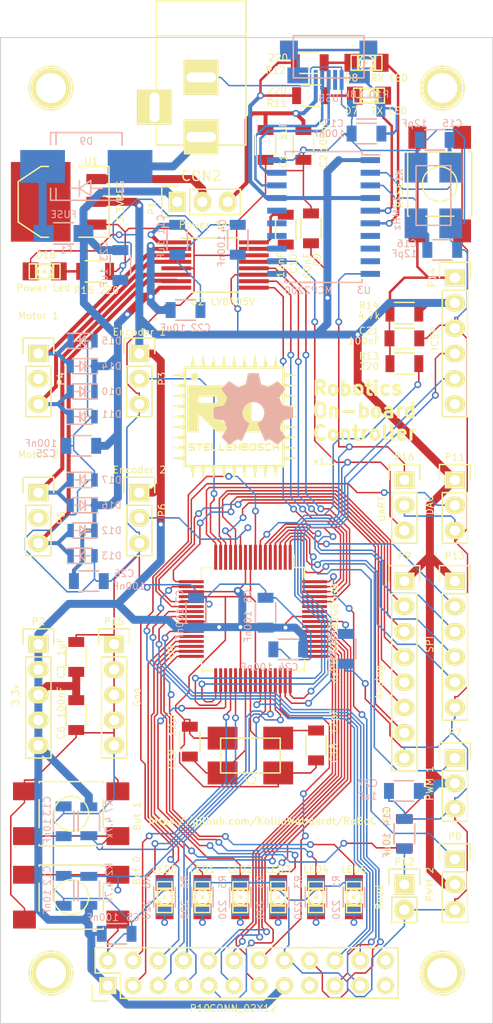
<source format=kicad_pcb>
(kicad_pcb (version 20171130) (host pcbnew "(5.1.12)-1")
  (layers (0 F.Cu signal) (31 B.Cu signal) (34 B.Paste user hide) (35 F.Paste user hide) (36 B.SilkS user hide) (37 F.SilkS user hide) (38 B.Mask user hide) (39 F.Mask user hide) (44 Edge.Cuts user))
  (net 0 "")
  (net 1 /power/V_USB)
  (net 2 GND)
  (net 3 V3.3)
  (net 4 /motors/C1H)
  (net 5 /motors/C1L)
  (net 6 /motors/VG)
  (net 7 /gpio/BUT_0)
  (net 8 /gpio/BUT_1)
  (net 9 /gpio/Reed)
  (net 10 /usb/USB_OSC1)
  (net 11 /usb/USB_OSC2)
  (net 12 "Net-(C17-Pad1)")
  (net 13 /mcu/OSC1)
  (net 14 /mcu/OSC2)
  (net 15 /mcu/Vcap)
  (net 16 /mcu/MCLR_in)
  (net 17 /motors/V_Bat)
  (net 18 /usb/USB_D-)
  (net 19 /usb/USB_D+)
  (net 20 "Net-(CON1-Pad4)")
  (net 21 "Net-(CON2-Pad1)")
  (net 22 "Net-(CON2-Pad3)")
  (net 23 /gpio/LED5)
  (net 24 "Net-(D1-Pad2)")
  (net 25 /gpio/LED4)
  (net 26 "Net-(D2-Pad2)")
  (net 27 /gpio/LED3)
  (net 28 "Net-(D3-Pad2)")
  (net 29 /gpio/LED2)
  (net 30 "Net-(D4-Pad2)")
  (net 31 /gpio/LED1)
  (net 32 "Net-(D5-Pad2)")
  (net 33 /gpio/LED0)
  (net 34 "Net-(D6-Pad2)")
  (net 35 "Net-(D7-Pad1)")
  (net 36 /usb/TX_LED)
  (net 37 "Net-(D8-Pad1)")
  (net 38 /usb/RX_LED)
  (net 39 "Net-(D9-Pad2)")
  (net 40 /motors/MOT1_2)
  (net 41 /motors/MOT2_2)
  (net 42 /motors/MOT1_1)
  (net 43 /motors/MOT2_1)
  (net 44 "Net-(D18-Pad2)")
  (net 45 "Net-(P1-Pad2)")
  (net 46 /mcu/MOT1_ENC)
  (net 47 "Net-(P4-Pad2)")
  (net 48 "Net-(P5-Pad2)")
  (net 49 /mcu/MOT2_ENC)
  (net 50 /motors/PWM1)
  (net 51 /motors/PWM2)
  (net 52 /gpio/AN0)
  (net 53 /gpio/AN1)
  (net 54 /gpio/AN2)
  (net 55 /gpio/AN3)
  (net 56 /gpio/AN4)
  (net 57 /gpio/AN5)
  (net 58 /gpio/SIO_C)
  (net 59 /gpio/SIO_D)
  (net 60 /gpio/vSync)
  (net 61 /gpio/Href)
  (net 62 /gpio/DATA_7)
  (net 63 /gpio/DATA_6)
  (net 64 /gpio/DATA_4)
  (net 65 /gpio/DATA_3)
  (net 66 /gpio/DATA_2)
  (net 67 /gpio/DATA_1)
  (net 68 /gpio/DATA_0)
  (net 69 /gpio/Strobe)
  (net 70 /gpio/RCK)
  (net 71 /gpio/~WR)
  (net 72 /gpio/~OE)
  (net 73 /gpio/~WRST)
  (net 74 /gpio/~RRST)
  (net 75 /gpio/DACOUT)
  (net 76 /gpio/SPI_CLK)
  (net 77 /gpio/SPI_MOSI)
  (net 78 /gpio/SPI_MISO)
  (net 79 /gpio/SPI_SS)
  (net 80 /mcu/PGD)
  (net 81 /mcu/PGC)
  (net 82 "Net-(P14-Pad6)")
  (net 83 /mcu/MCLR)
  (net 84 /mcu/MOT2_D2)
  (net 85 /mcu/MOT2_D1)
  (net 86 /mcu/MOT1_D2)
  (net 87 /mcu/MOT1_D1)
  (net 88 "Net-(U3-Pad7)")
  (net 89 "Net-(U3-Pad8)")
  (net 90 "Net-(U3-Pad9)")
  (net 91 /usb/MCU_RX)
  (net 92 "Net-(U3-Pad11)")
  (net 93 /usb/MCU_TX)
  (net 94 "Net-(U3-Pad13)")
  (net 95 "Net-(U3-Pad14)")
  (net 96 "Net-(U3-Pad15)")
  (net 97 "Net-(U3-Pad16)")
  (net 98 /mcu/MOT2_E)
  (net 99 /mcu/MOT1_E)
  (net 100 "Net-(P96-Pad1)")
  (net 101 "Net-(P97-Pad1)")
  (net 102 "Net-(P98-Pad1)")
  (net 103 "Net-(P99-Pad1)")
  (net 104 /gpio/DATA_5)
  (net 105 "Net-(P10-Pad23)")
  (net 106 "Net-(P10-Pad24)")
  (module Capacitors_SMD:C_1206 (layer F.Cu) (at 138.43 52.705 270)
    (fp_text reference C1 (at 1.651 -1.778 90) (layer F.SilkS) (effects (font (size 0.7 0.7) (thickness 0.1))))
    (fp_text value 1uF (at -1.397 -1.778 270) (layer F.SilkS) (effects (font (size 0.7 0.7) (thickness 0.1))))
    (pad 1 smd rect (at -1.5 0 270) (size 1 1.6) (layers F.Cu F.Paste F.Mask) (net 1 /power/V_USB))
    (pad 2 smd rect (at 1.5 0 270) (size 1 1.6) (layers F.Cu F.Paste F.Mask) (net 2 GND))
  )
  (module Capacitors_SMD:C_1206 (layer F.Cu) (at 142.24 52.705 270)
    (fp_text reference C2 (at 1.651 -2.032 90) (layer F.SilkS) (effects (font (size 0.7 0.7) (thickness 0.1))))
    (fp_text value 100nF (at -0.889 -2.032 90) (layer F.SilkS) (effects (font (size 0.7 0.7) (thickness 0.1))))
    (pad 1 smd rect (at -1.5 0 270) (size 1 1.6) (layers F.Cu F.Paste F.Mask) (net 1 /power/V_USB))
    (pad 2 smd rect (at 1.5 0 270) (size 1 1.6) (layers F.Cu F.Paste F.Mask) (net 2 GND))
  )
  (module Capacitors_SMD:C_1206 (layer F.Cu) (at 119.38 104.14 90)
    (fp_text reference C3 (at -1.524 -1.524 90) (layer F.SilkS) (effects (font (size 0.7 0.7) (thickness 0.1))))
    (fp_text value 1uF (at 1.016 -1.524 90) (layer F.SilkS) (effects (font (size 0.7 0.7) (thickness 0.1))))
    (pad 1 smd rect (at -1.5 0 90) (size 1 1.6) (layers F.Cu F.Paste F.Mask) (net 3 V3.3))
    (pad 2 smd rect (at 1.5 0 90) (size 1 1.6) (layers F.Cu F.Paste F.Mask) (net 2 GND))
  )
  (module Capacitors_SMD:C_1206 (layer B.Cu) (at 135.636 62.23 90)
    (fp_text reference C4 (at 1.397 -1.524 90) (layer B.SilkS) (effects (font (size 0.7 0.7) (thickness 0.1)) (justify mirror)))
    (fp_text value 1uF (at -1.016 -7.747 90) (layer B.SilkS) (effects (font (size 0.7 0.7) (thickness 0.1)) (justify mirror)))
    (pad 1 smd rect (at -1.5 0 90) (size 1 1.6) (layers B.Cu B.Paste B.Mask) (net 3 V3.3))
    (pad 2 smd rect (at 1.5 0 90) (size 1 1.6) (layers B.Cu B.Paste B.Mask) (net 2 GND))
  )
  (module Capacitors_SMD:C_1206 (layer B.Cu) (at 123.444 131.953)
    (fp_text reference C5 (at 1.651 -1.651 180) (layer B.SilkS) (effects (font (size 0.7 0.7) (thickness 0.1)) (justify mirror)))
    (fp_text value 100nF (at -1.397 -1.651) (layer B.SilkS) (effects (font (size 0.7 0.7) (thickness 0.1)) (justify mirror)))
    (pad 1 smd rect (at -1.5 0) (size 1 1.6) (layers B.Cu B.Paste B.Mask) (net 3 V3.3))
    (pad 2 smd rect (at 1.5 0) (size 1 1.6) (layers B.Cu B.Paste B.Mask) (net 2 GND))
  )
  (module Capacitors_SMD:C_1206 (layer F.Cu) (at 119.38 109.982 270)
    (fp_text reference C6 (at 1.778 1.524 270) (layer F.SilkS) (effects (font (size 0.7 0.7) (thickness 0.1))))
    (fp_text value 100nF (at -1.27 1.524 270) (layer F.SilkS) (effects (font (size 0.7 0.7) (thickness 0.1))))
    (pad 1 smd rect (at -1.5 0 270) (size 1 1.6) (layers F.Cu F.Paste F.Mask) (net 3 V3.3))
    (pad 2 smd rect (at 1.5 0 270) (size 1 1.6) (layers F.Cu F.Paste F.Mask) (net 2 GND))
  )
  (module Capacitors_SMD:C_1206 (layer B.Cu) (at 131.445 99.695 90)
    (fp_text reference C7 (at 1.651 -1.651 90) (layer B.SilkS) (effects (font (size 0.7 0.7) (thickness 0.1)) (justify mirror)))
    (fp_text value 100nF (at -1.143 -1.651 90) (layer B.SilkS) (effects (font (size 0.7 0.7) (thickness 0.1)) (justify mirror)))
    (pad 1 smd rect (at -1.5 0 90) (size 1 1.6) (layers B.Cu B.Paste B.Mask) (net 3 V3.3))
    (pad 2 smd rect (at 1.5 0 90) (size 1 1.6) (layers B.Cu B.Paste B.Mask) (net 2 GND))
  )
  (module Capacitors_SMD:C_1206 (layer B.Cu) (at 138.43 99.695 90)
    (fp_text reference C8 (at 1.651 -1.778 90) (layer B.SilkS) (effects (font (size 0.7 0.7) (thickness 0.1)) (justify mirror)))
    (fp_text value 100nF (at -1.397 -1.778 90) (layer B.SilkS) (effects (font (size 0.7 0.7) (thickness 0.1)) (justify mirror)))
    (pad 1 smd rect (at -1.5 0 90) (size 1 1.6) (layers B.Cu B.Paste B.Mask) (net 3 V3.3))
    (pad 2 smd rect (at 1.5 0 90) (size 1 1.6) (layers B.Cu B.Paste B.Mask) (net 2 GND))
  )
  (module Capacitors_SMD:C_1206 (layer F.Cu) (at 143.002 61.087 90)
    (fp_text reference C9 (at -3.175 0.635 90) (layer F.SilkS) (effects (font (size 0.7 0.7) (thickness 0.1))))
    (fp_text value 100nF (at -4.064 -0.381 90) (layer F.SilkS) (effects (font (size 0.7 0.7) (thickness 0.1))))
    (pad 1 smd rect (at -1.5 0 90) (size 1 1.6) (layers F.Cu F.Paste F.Mask) (net 3 V3.3))
    (pad 2 smd rect (at 1.5 0 90) (size 1 1.6) (layers F.Cu F.Paste F.Mask) (net 2 GND))
  )
  (module Capacitors_SMD:C_1206 (layer F.Cu) (at 140.462 61.214 270)
    (fp_text reference C10 (at 3.429 -0.762 90) (layer F.SilkS) (effects (font (size 0.7 0.7) (thickness 0.1))))
    (fp_text value 10nF (at 3.556 0.508 90) (layer F.SilkS) (effects (font (size 0.7 0.7) (thickness 0.1))))
    (pad 1 smd rect (at -1.5 0 270) (size 1 1.6) (layers F.Cu F.Paste F.Mask) (net 4 /motors/C1H))
    (pad 2 smd rect (at 1.5 0 270) (size 1 1.6) (layers F.Cu F.Paste F.Mask) (net 5 /motors/C1L))
  )
  (module Capacitors_SMD:C_1206 (layer B.Cu) (at 129.54 62.23 270)
    (fp_text reference C11 (at -1.524 1.651 270) (layer B.SilkS) (effects (font (size 0.7 0.7) (thickness 0.1)) (justify mirror)))
    (fp_text value 100nF (at 1.143 -4.445 270) (layer B.SilkS) (effects (font (size 0.7 0.7) (thickness 0.1)) (justify mirror)))
    (pad 1 smd rect (at -1.5 0 270) (size 1 1.6) (layers B.Cu B.Paste B.Mask) (net 6 /motors/VG))
    (pad 2 smd rect (at 1.5 0 270) (size 1 1.6) (layers B.Cu B.Paste B.Mask) (net 2 GND))
  )
  (module Capacitors_SMD:C_1206 (layer B.Cu) (at 118.11 127.635 90)
    (fp_text reference C12 (at 1.524 -1.651 270) (layer B.SilkS) (effects (font (size 0.7 0.7) (thickness 0.1)) (justify mirror)))
    (fp_text value 10nF (at -1.143 -1.651 270) (layer B.SilkS) (effects (font (size 0.7 0.7) (thickness 0.1)) (justify mirror)))
    (pad 1 smd rect (at -1.5 0 90) (size 1 1.6) (layers B.Cu B.Paste B.Mask) (net 2 GND))
    (pad 2 smd rect (at 1.5 0 90) (size 1 1.6) (layers B.Cu B.Paste B.Mask) (net 7 /gpio/BUT_0))
  )
  (module Capacitors_SMD:C_1206 (layer B.Cu) (at 118.11 120.65 270)
    (fp_text reference C13 (at -1.524 1.651 90) (layer B.SilkS) (effects (font (size 0.7 0.7) (thickness 0.1)) (justify mirror)))
    (fp_text value 10nF (at 1.016 1.651 90) (layer B.SilkS) (effects (font (size 0.7 0.7) (thickness 0.1)) (justify mirror)))
    (pad 1 smd rect (at -1.5 0 270) (size 1 1.6) (layers B.Cu B.Paste B.Mask) (net 2 GND))
    (pad 2 smd rect (at 1.5 0 270) (size 1 1.6) (layers B.Cu B.Paste B.Mask) (net 8 /gpio/BUT_1))
  )
  (module Capacitors_SMD:C_1206 (layer B.Cu) (at 152.4 121.92 270)
    (fp_text reference C14 (at -1.778 1.778 270) (layer B.SilkS) (effects (font (size 0.7 0.7) (thickness 0.1)) (justify mirror)))
    (fp_text value 10nF (at 1.143 1.778 270) (layer B.SilkS) (effects (font (size 0.7 0.7) (thickness 0.1)) (justify mirror)))
    (pad 1 smd rect (at -1.5 0 270) (size 1 1.6) (layers B.Cu B.Paste B.Mask) (net 2 GND))
    (pad 2 smd rect (at 1.5 0 270) (size 1 1.6) (layers B.Cu B.Paste B.Mask) (net 9 /gpio/Reed))
  )
  (module Capacitors_SMD:C_1206 (layer B.Cu) (at 155.448 52.197 180)
    (fp_text reference C15 (at -1.778 1.651 180) (layer B.SilkS) (effects (font (size 0.7 0.7) (thickness 0.1)) (justify mirror)))
    (fp_text value 12pF (at 2.032 1.651 180) (layer B.SilkS) (effects (font (size 0.7 0.7) (thickness 0.1)) (justify mirror)))
    (pad 1 smd rect (at -1.5 0 180) (size 1 1.6) (layers B.Cu B.Paste B.Mask) (net 10 /usb/USB_OSC1))
    (pad 2 smd rect (at 1.5 0 180) (size 1 1.6) (layers B.Cu B.Paste B.Mask) (net 2 GND))
  )
  (module Capacitors_SMD:C_1206 (layer B.Cu) (at 156.21 63.246)
    (fp_text reference C16 (at -3.556 -0.635) (layer B.SilkS) (effects (font (size 0.7 0.7) (thickness 0.1)) (justify mirror)))
    (fp_text value 12pF (at -3.81 0.381) (layer B.SilkS) (effects (font (size 0.7 0.7) (thickness 0.1)) (justify mirror)))
    (pad 1 smd rect (at -1.5 0) (size 1 1.6) (layers B.Cu B.Paste B.Mask) (net 11 /usb/USB_OSC2))
    (pad 2 smd rect (at 1.5 0) (size 1 1.6) (layers B.Cu B.Paste B.Mask) (net 2 GND))
  )
  (module Capacitors_SMD:C_1206 (layer B.Cu) (at 148.59 51.562 180)
    (fp_text reference C17 (at 3.302 1.016 180) (layer B.SilkS) (effects (font (size 0.7 0.7) (thickness 0.1)) (justify mirror)))
    (fp_text value 100nF (at 3.81 0 180) (layer B.SilkS) (effects (font (size 0.7 0.7) (thickness 0.1)) (justify mirror)))
    (pad 1 smd rect (at -1.5 0 180) (size 1 1.6) (layers B.Cu B.Paste B.Mask) (net 12 "Net-(C17-Pad1)"))
    (pad 2 smd rect (at 1.5 0 180) (size 1 1.6) (layers B.Cu B.Paste B.Mask) (net 2 GND))
  )
  (module Capacitors_SMD:C_1206 (layer F.Cu) (at 143.51 113.03 90)
    (fp_text reference C18 (at -0.762 1.778 90) (layer F.SilkS) (effects (font (size 0.7 0.7) (thickness 0.1))))
    (fp_text value 12pF (at 2.413 1.778 90) (layer F.SilkS) (effects (font (size 0.7 0.7) (thickness 0.1))))
    (pad 1 smd rect (at -1.5 0 90) (size 1 1.6) (layers F.Cu F.Paste F.Mask) (net 2 GND))
    (pad 2 smd rect (at 1.5 0 90) (size 1 1.6) (layers F.Cu F.Paste F.Mask) (net 13 /mcu/OSC1))
  )
  (module Capacitors_SMD:C_1206 (layer F.Cu) (at 130.81 112.649 270)
    (fp_text reference C19 (at 1.778 1.778 270) (layer F.SilkS) (effects (font (size 0.7 0.7) (thickness 0.1))))
    (fp_text value 12pF (at -1.778 1.778 270) (layer F.SilkS) (effects (font (size 0.7 0.7) (thickness 0.1))))
    (pad 1 smd rect (at -1.5 0 270) (size 1 1.6) (layers F.Cu F.Paste F.Mask) (net 2 GND))
    (pad 2 smd rect (at 1.5 0 270) (size 1 1.6) (layers F.Cu F.Paste F.Mask) (net 14 /mcu/OSC2))
  )
  (module Capacitors_SMD:C_1206 (layer B.Cu) (at 146.482 103.327 90)
    (fp_text reference C20 (at 1.4732 -1.4478 90) (layer B.SilkS) (effects (font (size 0.7 0.7) (thickness 0.1)) (justify mirror)))
    (fp_text value 10uF (at -1.3208 -1.4478 270) (layer B.SilkS) (effects (font (size 0.7 0.7) (thickness 0.1)) (justify mirror)))
    (pad 1 smd rect (at -1.5 0 90) (size 1 1.6) (layers B.Cu B.Paste B.Mask) (net 2 GND))
    (pad 2 smd rect (at 1.5 0 90) (size 1 1.6) (layers B.Cu B.Paste B.Mask) (net 15 /mcu/Vcap))
  )
  (module Capacitors_SMD:C_1206 (layer F.Cu) (at 152.4 72.136)
    (fp_text reference C21 (at -3.556 -0.762) (layer F.SilkS) (effects (font (size 0.7 0.7) (thickness 0.1))))
    (fp_text value 100nF (at -4.064 0.254) (layer F.SilkS) (effects (font (size 0.7 0.7) (thickness 0.1))))
    (pad 1 smd rect (at -1.5 0) (size 1 1.6) (layers F.Cu F.Paste F.Mask) (net 16 /mcu/MCLR_in))
    (pad 2 smd rect (at 1.5 0) (size 1 1.6) (layers F.Cu F.Paste F.Mask) (net 2 GND))
  )
  (module Capacitors_SMD:C_1206 (layer B.Cu) (at 130.378 69.2912)
    (fp_text reference C22 (at 1.524 1.778) (layer B.SilkS) (effects (font (size 0.7 0.7) (thickness 0.1)) (justify mirror)))
    (fp_text value 10uF (at -1.27 1.778) (layer B.SilkS) (effects (font (size 0.7 0.7) (thickness 0.1)) (justify mirror)))
    (pad 1 smd rect (at -1.5 0) (size 1 1.6) (layers B.Cu B.Paste B.Mask) (net 17 /motors/V_Bat))
    (pad 2 smd rect (at 1.5 0) (size 1 1.6) (layers B.Cu B.Paste B.Mask) (net 2 GND))
  )
  (module Capacitors_SMD:C_1206 (layer B.Cu) (at 123.825 64.77 270)
    (fp_text reference C23 (at -1.397 1.651 90) (layer B.SilkS) (effects (font (size 0.7 0.7) (thickness 0.1)) (justify mirror)))
    (fp_text value 1uF (at 1.27 1.651 270) (layer B.SilkS) (effects (font (size 0.7 0.7) (thickness 0.1)) (justify mirror)))
    (pad 1 smd rect (at -1.5 0 270) (size 1 1.6) (layers B.Cu B.Paste B.Mask) (net 17 /motors/V_Bat))
    (pad 2 smd rect (at 1.5 0 270) (size 1 1.6) (layers B.Cu B.Paste B.Mask) (net 2 GND))
  )
  (module RoBoC:USB_Micro (layer B.Cu) (at 144.78 45.72)
    (fp_text reference CON1 hide)
    (fp_text value USB (at 0 2.286 180) (layer B.SilkS) (effects (font (size 0.7 0.7) (thickness 0.1)) (justify mirror)))
    (pad 1 smd rect (at -1.3 0.45) (size 0.4 2) (layers B.Cu B.Paste B.Mask) (net 1 /power/V_USB))
    (pad 2 smd rect (at -0.65 0.45) (size 0.4 2) (layers B.Cu B.Paste B.Mask) (net 18 /usb/USB_D-))
    (pad 3 smd rect (at 0 0.45) (size 0.4 2) (layers B.Cu B.Paste B.Mask) (net 19 /usb/USB_D+))
    (pad 4 smd rect (at 0.65 0.45) (size 0.4 2) (layers B.Cu B.Paste B.Mask) (net 20 "Net-(CON1-Pad4)"))
    (pad 5 smd rect (at 1.3 0.45) (size 0.4 2) (layers B.Cu B.Paste B.Mask) (net 2 GND))
    (pad 6 smd rect (at 3.1 0) (size 2.1 1.6) (layers B.Cu B.Paste B.Mask) (net 12 "Net-(C17-Pad1)"))
    (pad 7 smd rect (at -3.1 0) (size 2.1 1.6) (layers B.Cu B.Paste B.Mask) (net 12 "Net-(C17-Pad1)"))
    (pad 8 smd rect (at 4 -2.55) (size 1.8 1.9) (layers B.Cu B.Paste B.Mask) (net 12 "Net-(C17-Pad1)"))
    (pad 9 smd rect (at -4 -2.55) (size 1.8 1.9) (layers B.Cu B.Paste B.Mask) (net 12 "Net-(C17-Pad1)"))
  )
  (module LEDs:LED-1206 (layer F.Cu) (at 147.32 128.27 270)
    (fp_text reference D1 hide)
    (fp_text value LED5 (at -2.794 0) (layer F.SilkS) (effects (font (size 0.7 0.7) (thickness 0.1))))
    (pad 1 smd rect (at -1.41986 0 270) (size 1.59766 1.80086) (layers F.Cu F.Paste F.Mask) (net 23 /gpio/LED5))
    (pad 2 smd rect (at 1.41986 0 270) (size 1.59766 1.80086) (layers F.Cu F.Paste F.Mask) (net 24 "Net-(D1-Pad2)"))
  )
  (module LEDs:LED-1206 (layer F.Cu) (at 143.51 128.27 270)
    (fp_text reference D2 hide)
    (fp_text value LED4 (at -2.794 0) (layer F.SilkS) (effects (font (size 0.7 0.7) (thickness 0.1))))
    (pad 1 smd rect (at -1.41986 0 270) (size 1.59766 1.80086) (layers F.Cu F.Paste F.Mask) (net 25 /gpio/LED4))
    (pad 2 smd rect (at 1.41986 0 270) (size 1.59766 1.80086) (layers F.Cu F.Paste F.Mask) (net 26 "Net-(D2-Pad2)"))
  )
  (module LEDs:LED-1206 (layer F.Cu) (at 139.7 128.27 270)
    (fp_text reference D3 hide)
    (fp_text value LED3 (at -2.794 0) (layer F.SilkS) (effects (font (size 0.7 0.7) (thickness 0.1))))
    (pad 1 smd rect (at -1.41986 0 270) (size 1.59766 1.80086) (layers F.Cu F.Paste F.Mask) (net 27 /gpio/LED3))
    (pad 2 smd rect (at 1.41986 0 270) (size 1.59766 1.80086) (layers F.Cu F.Paste F.Mask) (net 28 "Net-(D3-Pad2)"))
  )
  (module LEDs:LED-1206 (layer F.Cu) (at 135.89 128.27 270)
    (fp_text reference D4 hide)
    (fp_text value LED2 (at -2.794 0) (layer F.SilkS) (effects (font (size 0.7 0.7) (thickness 0.1))))
    (pad 1 smd rect (at -1.41986 0 270) (size 1.59766 1.80086) (layers F.Cu F.Paste F.Mask) (net 29 /gpio/LED2))
    (pad 2 smd rect (at 1.41986 0 270) (size 1.59766 1.80086) (layers F.Cu F.Paste F.Mask) (net 30 "Net-(D4-Pad2)"))
  )
  (module LEDs:LED-1206 (layer F.Cu) (at 132.08 128.27 270)
    (fp_text reference D5 hide)
    (fp_text value LED1 (at -2.794 0) (layer F.SilkS) (effects (font (size 0.7 0.7) (thickness 0.1))))
    (pad 1 smd rect (at -1.41986 0 270) (size 1.59766 1.80086) (layers F.Cu F.Paste F.Mask) (net 31 /gpio/LED1))
    (pad 2 smd rect (at 1.41986 0 270) (size 1.59766 1.80086) (layers F.Cu F.Paste F.Mask) (net 32 "Net-(D5-Pad2)"))
  )
  (module LEDs:LED-1206 (layer F.Cu) (at 128.27 128.27 270)
    (fp_text reference D6 hide)
    (fp_text value LED0 (at -2.794 0) (layer F.SilkS) (effects (font (size 0.7 0.7) (thickness 0.1))))
    (pad 1 smd rect (at -1.41986 0 270) (size 1.59766 1.80086) (layers F.Cu F.Paste F.Mask) (net 33 /gpio/LED0))
    (pad 2 smd rect (at 1.41986 0 270) (size 1.59766 1.80086) (layers F.Cu F.Paste F.Mask) (net 34 "Net-(D6-Pad2)"))
  )
  (module LEDs:LED-1206 (layer F.Cu) (at 148.844 47.752)
    (fp_text reference D7 (at -1.778 1.524) (layer F.SilkS) (effects (font (size 0.7 0.7) (thickness 0.1))))
    (fp_text value "TX LED" (at 2.032 1.524) (layer F.SilkS) (effects (font (size 0.7 0.7) (thickness 0.1))))
    (pad 1 smd rect (at -1.41986 0) (size 1.59766 1.80086) (layers F.Cu F.Paste F.Mask) (net 35 "Net-(D7-Pad1)"))
    (pad 2 smd rect (at 1.41986 0) (size 1.59766 1.80086) (layers F.Cu F.Paste F.Mask) (net 36 /usb/TX_LED))
  )
  (module LEDs:LED-1206 (layer F.Cu) (at 148.59 44.45)
    (fp_text reference D8 (at -1.524 1.524) (layer F.SilkS) (effects (font (size 0.7 0.7) (thickness 0.1))))
    (fp_text value "RX LED" (at 2.286 1.524 180) (layer F.SilkS) (effects (font (size 0.7 0.7) (thickness 0.1))))
    (pad 1 smd rect (at -1.41986 0) (size 1.59766 1.80086) (layers F.Cu F.Paste F.Mask) (net 37 "Net-(D8-Pad1)"))
    (pad 2 smd rect (at 1.41986 0) (size 1.59766 1.80086) (layers F.Cu F.Paste F.Mask) (net 38 /usb/RX_LED))
  )
  (module Diodes_SMD:Diode-SMC_Handsoldering (layer B.Cu) (at 120.396 54.864 180)
    (fp_text reference D9 (at 0 2.54 180) (layer B.SilkS) (effects (font (size 0.7 0.7) (thickness 0.1)) (justify mirror)))
    (fp_text value D hide)
    (pad 1 smd rect (at -4.39928 0 90) (size 3.29946 4.50088) (layers B.Cu B.Paste B.Mask) (net 21 "Net-(CON2-Pad1)"))
    (pad 2 smd rect (at 4.39928 0 90) (size 3.29946 4.49834) (layers B.Cu B.Paste B.Mask) (net 39 "Net-(D9-Pad2)"))
  )
  (module LEDs:LED-1206 (layer F.Cu) (at 116.205 65.405)
    (fp_text reference D18 (at 0.127 -1.651) (layer F.SilkS) (effects (font (size 0.7 0.7) (thickness 0.1))))
    (fp_text value "Power Led" (at -0.127 1.651) (layer F.SilkS) (effects (font (size 0.7 0.7) (thickness 0.1))))
    (pad 1 smd rect (at -1.41986 0) (size 1.59766 1.80086) (layers F.Cu F.Paste F.Mask) (net 3 V3.3))
    (pad 2 smd rect (at 1.41986 0) (size 1.59766 1.80086) (layers F.Cu F.Paste F.Mask) (net 44 "Net-(D18-Pad2)"))
  )
  (module Resistors_SMD:R_1206_HandSoldering (layer B.Cu) (at 118.11 61.595)
    (fp_text reference F1 (at 0.254 1.651) (layer B.SilkS) (effects (font (size 0.7 0.7) (thickness 0.1)) (justify mirror)))
    (fp_text value FUSE (at 0 -1.905) (layer B.SilkS) (effects (font (size 0.7 0.7) (thickness 0.1)) (justify mirror)))
    (pad 1 smd rect (at -2 0) (size 2 1.7) (layers B.Cu B.Paste B.Mask) (net 39 "Net-(D9-Pad2)"))
    (pad 2 smd rect (at 2 0) (size 2 1.7) (layers B.Cu B.Paste B.Mask) (net 17 /motors/V_Bat))
  )
  (module Pin_Headers:Pin_Header_Straight_1x03 (layer F.Cu) (at 129.54 58.42 90)
    (fp_text reference P1 (at -0.635 -2.54 90) (layer F.SilkS) (effects (font (size 0.7 0.7) (thickness 0.1))))
    (fp_text value "Power Sel" (at -2.286 2.794 180) (layer F.SilkS) (effects (font (size 0.7 0.7) (thickness 0.1))))
    (pad 1 thru_hole rect (at 0 0 90) (size 2.032 1.7272) (drill 1.016) (layers *.Cu *.Mask F.SilkS) (net 17 /motors/V_Bat))
    (pad 2 thru_hole oval (at 0 2.54 90) (size 2.032 1.7272) (drill 1.016) (layers *.Cu *.Mask F.SilkS) (net 45 "Net-(P1-Pad2)"))
    (pad 3 thru_hole oval (at 0 5.08 90) (size 2.032 1.7272) (drill 1.016) (layers *.Cu *.Mask F.SilkS) (net 1 /power/V_USB))
  )
  (module Pin_Headers:Pin_Header_Straight_1x03 (layer F.Cu) (at 125.73 73.66)
    (fp_text reference P3 (at 2.286 2.54 90) (layer F.SilkS) (effects (font (size 0.7 0.7) (thickness 0.1))))
    (fp_text value "Encoder 1" (at 0 -2.159 180) (layer F.SilkS) (effects (font (size 0.7 0.7) (thickness 0.1))))
    (pad 1 thru_hole rect (at 0 0) (size 2.032 1.7272) (drill 1.016) (layers *.Cu *.Mask F.SilkS) (net 3 V3.3))
    (pad 2 thru_hole oval (at 0 2.54) (size 2.032 1.7272) (drill 1.016) (layers *.Cu *.Mask F.SilkS) (net 46 /mcu/MOT1_ENC))
    (pad 3 thru_hole oval (at 0 5.08) (size 2.032 1.7272) (drill 1.016) (layers *.Cu *.Mask F.SilkS) (net 2 GND))
  )
  (module Pin_Headers:Pin_Header_Straight_1x03 (layer F.Cu) (at 115.57 73.66)
    (fp_text reference P4 (at 2.286 2.54 90) (layer F.SilkS) (effects (font (size 0.7 0.7) (thickness 0.1))))
    (fp_text value "Motor 1" (at 0 -3.81) (layer F.SilkS) (effects (font (size 0.7 0.7) (thickness 0.1))))
    (pad 1 thru_hole rect (at 0 0) (size 2.032 1.7272) (drill 1.016) (layers *.Cu *.Mask F.SilkS) (net 42 /motors/MOT1_1))
    (pad 2 thru_hole oval (at 0 2.54) (size 2.032 1.7272) (drill 1.016) (layers *.Cu *.Mask F.SilkS) (net 47 "Net-(P4-Pad2)"))
    (pad 3 thru_hole oval (at 0 5.08) (size 2.032 1.7272) (drill 1.016) (layers *.Cu *.Mask F.SilkS) (net 40 /motors/MOT1_2))
  )
  (module Pin_Headers:Pin_Header_Straight_1x03 (layer F.Cu) (at 115.57 87.63)
    (fp_text reference P5 (at 2.286 2.54 90) (layer F.SilkS) (effects (font (size 0.7 0.7) (thickness 0.1))))
    (fp_text value "Motor 2" (at 0 -3.81) (layer F.SilkS) (effects (font (size 0.7 0.7) (thickness 0.1))))
    (pad 1 thru_hole rect (at 0 0) (size 2.032 1.7272) (drill 1.016) (layers *.Cu *.Mask F.SilkS) (net 43 /motors/MOT2_1))
    (pad 2 thru_hole oval (at 0 2.54) (size 2.032 1.7272) (drill 1.016) (layers *.Cu *.Mask F.SilkS) (net 48 "Net-(P5-Pad2)"))
    (pad 3 thru_hole oval (at 0 5.08) (size 2.032 1.7272) (drill 1.016) (layers *.Cu *.Mask F.SilkS) (net 41 /motors/MOT2_2))
  )
  (module Pin_Headers:Pin_Header_Straight_1x03 (layer F.Cu) (at 125.73 87.63)
    (fp_text reference P6 (at 2.286 1.778 90) (layer F.SilkS) (effects (font (size 0.7 0.7) (thickness 0.1))))
    (fp_text value "Encoder 2" (at 0 -2.286 180) (layer F.SilkS) (effects (font (size 0.7 0.7) (thickness 0.1))))
    (pad 1 thru_hole rect (at 0 0) (size 2.032 1.7272) (drill 1.016) (layers *.Cu *.Mask F.SilkS) (net 3 V3.3))
    (pad 2 thru_hole oval (at 0 2.54) (size 2.032 1.7272) (drill 1.016) (layers *.Cu *.Mask F.SilkS) (net 49 /mcu/MOT2_ENC))
    (pad 3 thru_hole oval (at 0 5.08) (size 2.032 1.7272) (drill 1.016) (layers *.Cu *.Mask F.SilkS) (net 2 GND))
  )
  (module Pin_Headers:Pin_Header_Straight_1x03 (layer F.Cu) (at 157.48 114.3)
    (fp_text reference P7 (at 0 -2.54) (layer F.SilkS) (effects (font (size 0.7 0.7) (thickness 0.1))))
    (fp_text value "PWM 1" (at -2.54 2.54 90) (layer F.SilkS) (effects (font (size 0.7 0.7) (thickness 0.1))))
    (pad 1 thru_hole rect (at 0 0) (size 2.032 1.7272) (drill 1.016) (layers *.Cu *.Mask F.SilkS) (net 50 /motors/PWM1))
    (pad 2 thru_hole oval (at 0 2.54) (size 2.032 1.7272) (drill 1.016) (layers *.Cu *.Mask F.SilkS) (net 3 V3.3))
    (pad 3 thru_hole oval (at 0 5.08) (size 2.032 1.7272) (drill 1.016) (layers *.Cu *.Mask F.SilkS) (net 2 GND))
  )
  (module Pin_Headers:Pin_Header_Straight_1x03 (layer F.Cu) (at 157.48 124.46)
    (fp_text reference P8 (at 0 -2.286) (layer F.SilkS) (effects (font (size 0.7 0.7) (thickness 0.1))))
    (fp_text value "PWM 2" (at -2.54 2.54 90) (layer F.SilkS) (effects (font (size 0.7 0.7) (thickness 0.1))))
    (pad 1 thru_hole rect (at 0 0) (size 2.032 1.7272) (drill 1.016) (layers *.Cu *.Mask F.SilkS) (net 51 /motors/PWM2))
    (pad 2 thru_hole oval (at 0 2.54) (size 2.032 1.7272) (drill 1.016) (layers *.Cu *.Mask F.SilkS) (net 3 V3.3))
    (pad 3 thru_hole oval (at 0 5.08) (size 2.032 1.7272) (drill 1.016) (layers *.Cu *.Mask F.SilkS) (net 2 GND))
  )
  (module Pin_Headers:Pin_Header_Straight_1x08 (layer F.Cu) (at 152.4 96.52)
    (fp_text reference P9 (at 0 -2.54) (layer F.SilkS) (effects (font (size 0.7 0.7) (thickness 0.1))))
    (fp_text value Analog (at -2.54 10.16 90) (layer F.SilkS) (effects (font (size 0.7 0.7) (thickness 0.1))))
    (pad 1 thru_hole rect (at 0 0) (size 2.032 1.7272) (drill 1.016) (layers *.Cu *.Mask F.SilkS) (net 3 V3.3))
    (pad 2 thru_hole oval (at 0 2.54) (size 2.032 1.7272) (drill 1.016) (layers *.Cu *.Mask F.SilkS) (net 52 /gpio/AN0))
    (pad 3 thru_hole oval (at 0 5.08) (size 2.032 1.7272) (drill 1.016) (layers *.Cu *.Mask F.SilkS) (net 53 /gpio/AN1))
    (pad 4 thru_hole oval (at 0 7.62) (size 2.032 1.7272) (drill 1.016) (layers *.Cu *.Mask F.SilkS) (net 54 /gpio/AN2))
    (pad 5 thru_hole oval (at 0 10.16) (size 2.032 1.7272) (drill 1.016) (layers *.Cu *.Mask F.SilkS) (net 55 /gpio/AN3))
    (pad 6 thru_hole oval (at 0 12.7) (size 2.032 1.7272) (drill 1.016) (layers *.Cu *.Mask F.SilkS) (net 56 /gpio/AN4))
    (pad 7 thru_hole oval (at 0 15.24) (size 2.032 1.7272) (drill 1.016) (layers *.Cu *.Mask F.SilkS) (net 57 /gpio/AN5))
    (pad 8 thru_hole oval (at 0 17.78) (size 2.032 1.7272) (drill 1.016) (layers *.Cu *.Mask F.SilkS) (net 2 GND))
  )
  (module Pin_Headers:Pin_Header_Straight_1x03 (layer F.Cu) (at 157.48 86.36)
    (fp_text reference P11 (at 0 -2.286) (layer F.SilkS) (effects (font (size 0.7 0.7) (thickness 0.1))))
    (fp_text value DAC (at -2.54 2.54 90) (layer F.SilkS) (effects (font (size 0.7 0.7) (thickness 0.1))))
    (pad 1 thru_hole rect (at 0 0) (size 2.032 1.7272) (drill 1.016) (layers *.Cu *.Mask F.SilkS) (net 3 V3.3))
    (pad 2 thru_hole oval (at 0 2.54) (size 2.032 1.7272) (drill 1.016) (layers *.Cu *.Mask F.SilkS) (net 75 /gpio/DACOUT))
    (pad 3 thru_hole oval (at 0 5.08) (size 2.032 1.7272) (drill 1.016) (layers *.Cu *.Mask F.SilkS) (net 2 GND))
  )
  (module Pin_Headers:Pin_Header_Straight_1x02 (layer F.Cu) (at 152.4 127)
    (fp_text reference P12 (at 0 -2.286) (layer F.SilkS) (effects (font (size 0.7 0.7) (thickness 0.1))))
    (fp_text value Reed (at -2.54 1.27 90) (layer F.SilkS) (effects (font (size 0.7 0.7) (thickness 0.1))))
    (pad 1 thru_hole rect (at 0 0) (size 2.032 2.032) (drill 1.016) (layers *.Cu *.Mask F.SilkS) (net 9 /gpio/Reed))
    (pad 2 thru_hole oval (at 0 2.54) (size 2.032 2.032) (drill 1.016) (layers *.Cu *.Mask F.SilkS) (net 2 GND))
  )
  (module Pin_Headers:Pin_Header_Straight_1x06 (layer F.Cu) (at 157.48 96.52)
    (fp_text reference P13 (at 0 -2.54) (layer F.SilkS) (effects (font (size 0.7 0.7) (thickness 0.1))))
    (fp_text value SPI (at -2.54 6.35 90) (layer F.SilkS) (effects (font (size 0.7 0.7) (thickness 0.1))))
    (pad 1 thru_hole rect (at 0 0) (size 2.032 1.7272) (drill 1.016) (layers *.Cu *.Mask F.SilkS) (net 3 V3.3))
    (pad 2 thru_hole oval (at 0 2.54) (size 2.032 1.7272) (drill 1.016) (layers *.Cu *.Mask F.SilkS) (net 76 /gpio/SPI_CLK))
    (pad 3 thru_hole oval (at 0 5.08) (size 2.032 1.7272) (drill 1.016) (layers *.Cu *.Mask F.SilkS) (net 77 /gpio/SPI_MOSI))
    (pad 4 thru_hole oval (at 0 7.62) (size 2.032 1.7272) (drill 1.016) (layers *.Cu *.Mask F.SilkS) (net 78 /gpio/SPI_MISO))
    (pad 5 thru_hole oval (at 0 10.16) (size 2.032 1.7272) (drill 1.016) (layers *.Cu *.Mask F.SilkS) (net 79 /gpio/SPI_SS))
    (pad 6 thru_hole oval (at 0 12.7) (size 2.032 1.7272) (drill 1.016) (layers *.Cu *.Mask F.SilkS) (net 2 GND))
  )
  (module Pin_Headers:Pin_Header_Straight_1x06 (layer F.Cu) (at 157.48 66.04)
    (fp_text reference P14 (at -2.286 0 90) (layer F.SilkS) (effects (font (size 0.7 0.7) (thickness 0.1))))
    (fp_text value ICSP (at -2.032 6.096 90) (layer F.SilkS) (effects (font (size 0.7 0.7) (thickness 0.1))))
    (pad 1 thru_hole rect (at 0 0) (size 2.032 1.7272) (drill 1.016) (layers *.Cu *.Mask F.SilkS) (net 16 /mcu/MCLR_in))
    (pad 2 thru_hole oval (at 0 2.54) (size 2.032 1.7272) (drill 1.016) (layers *.Cu *.Mask F.SilkS) (net 3 V3.3))
    (pad 3 thru_hole oval (at 0 5.08) (size 2.032 1.7272) (drill 1.016) (layers *.Cu *.Mask F.SilkS) (net 2 GND))
    (pad 4 thru_hole oval (at 0 7.62) (size 2.032 1.7272) (drill 1.016) (layers *.Cu *.Mask F.SilkS) (net 80 /mcu/PGD))
    (pad 5 thru_hole oval (at 0 10.16) (size 2.032 1.7272) (drill 1.016) (layers *.Cu *.Mask F.SilkS) (net 81 /mcu/PGC))
    (pad 6 thru_hole oval (at 0 12.7) (size 2.032 1.7272) (drill 1.016) (layers *.Cu *.Mask F.SilkS) (net 82 "Net-(P14-Pad6)"))
  )
  (module Resistors_SMD:R_1206 (layer B.Cu) (at 147.32 128.27 90)
    (fp_text reference R1 (at 1.524 -1.778 90) (layer B.SilkS) (effects (font (size 0.7 0.7) (thickness 0.1)) (justify mirror)))
    (fp_text value 220 (at -1.27 -1.778 90) (layer B.SilkS) (effects (font (size 0.7 0.7) (thickness 0.1)) (justify mirror)))
    (pad 1 smd rect (at -1.45 0 90) (size 0.9 1.7) (layers B.Cu B.Paste B.Mask) (net 24 "Net-(D1-Pad2)"))
    (pad 2 smd rect (at 1.45 0 90) (size 0.9 1.7) (layers B.Cu B.Paste B.Mask) (net 2 GND))
  )
  (module Resistors_SMD:R_1206 (layer B.Cu) (at 120.65 127.635 90)
    (fp_text reference R2 (at 2.159 2.032 270) (layer B.SilkS) (effects (font (size 0.7 0.7) (thickness 0.1)) (justify mirror)))
    (fp_text value 4.7k (at -0.127 2.032 270) (layer B.SilkS) (effects (font (size 0.7 0.7) (thickness 0.1)) (justify mirror)))
    (pad 1 smd rect (at -1.45 0 90) (size 0.9 1.7) (layers B.Cu B.Paste B.Mask) (net 3 V3.3))
    (pad 2 smd rect (at 1.45 0 90) (size 0.9 1.7) (layers B.Cu B.Paste B.Mask) (net 7 /gpio/BUT_0))
  )
  (module Resistors_SMD:R_1206 (layer B.Cu) (at 143.51 128.27 90)
    (fp_text reference R3 (at 1.524 -1.778 90) (layer B.SilkS) (effects (font (size 0.7 0.7) (thickness 0.1)) (justify mirror)))
    (fp_text value 220 (at -1.27 -1.778 90) (layer B.SilkS) (effects (font (size 0.7 0.7) (thickness 0.1)) (justify mirror)))
    (pad 1 smd rect (at -1.45 0 90) (size 0.9 1.7) (layers B.Cu B.Paste B.Mask) (net 26 "Net-(D2-Pad2)"))
    (pad 2 smd rect (at 1.45 0 90) (size 0.9 1.7) (layers B.Cu B.Paste B.Mask) (net 2 GND))
  )
  (module Resistors_SMD:R_1206 (layer B.Cu) (at 139.7 128.27 90)
    (fp_text reference R4 (at 1.524 -1.778 90) (layer B.SilkS) (effects (font (size 0.7 0.7) (thickness 0.1)) (justify mirror)))
    (fp_text value 220 (at -1.27 -1.778 90) (layer B.SilkS) (effects (font (size 0.7 0.7) (thickness 0.1)) (justify mirror)))
    (pad 1 smd rect (at -1.45 0 90) (size 0.9 1.7) (layers B.Cu B.Paste B.Mask) (net 28 "Net-(D3-Pad2)"))
    (pad 2 smd rect (at 1.45 0 90) (size 0.9 1.7) (layers B.Cu B.Paste B.Mask) (net 2 GND))
  )
  (module Resistors_SMD:R_1206 (layer B.Cu) (at 135.89 128.27 90)
    (fp_text reference R5 (at 1.524 -1.778 90) (layer B.SilkS) (effects (font (size 0.7 0.7) (thickness 0.1)) (justify mirror)))
    (fp_text value 220 (at -1.27 -1.778 90) (layer B.SilkS) (effects (font (size 0.7 0.7) (thickness 0.1)) (justify mirror)))
    (pad 1 smd rect (at -1.45 0 90) (size 0.9 1.7) (layers B.Cu B.Paste B.Mask) (net 30 "Net-(D4-Pad2)"))
    (pad 2 smd rect (at 1.45 0 90) (size 0.9 1.7) (layers B.Cu B.Paste B.Mask) (net 2 GND))
  )
  (module Resistors_SMD:R_1206 (layer B.Cu) (at 132.08 128.27 90)
    (fp_text reference R6 (at 1.524 -1.778 90) (layer B.SilkS) (effects (font (size 0.7 0.7) (thickness 0.1)) (justify mirror)))
    (fp_text value 220 (at -1.27 -1.778 90) (layer B.SilkS) (effects (font (size 0.7 0.7) (thickness 0.1)) (justify mirror)))
    (pad 1 smd rect (at -1.45 0 90) (size 0.9 1.7) (layers B.Cu B.Paste B.Mask) (net 32 "Net-(D5-Pad2)"))
    (pad 2 smd rect (at 1.45 0 90) (size 0.9 1.7) (layers B.Cu B.Paste B.Mask) (net 2 GND))
  )
  (module Resistors_SMD:R_1206 (layer B.Cu) (at 120.65 120.65 270)
    (fp_text reference R7 (at -1.524 -2.032 90) (layer B.SilkS) (effects (font (size 0.7 0.7) (thickness 0.1)) (justify mirror)))
    (fp_text value 4.7k (at 0.635 -2.032 90) (layer B.SilkS) (effects (font (size 0.7 0.7) (thickness 0.1)) (justify mirror)))
    (pad 1 smd rect (at -1.45 0 270) (size 0.9 1.7) (layers B.Cu B.Paste B.Mask) (net 3 V3.3))
    (pad 2 smd rect (at 1.45 0 270) (size 0.9 1.7) (layers B.Cu B.Paste B.Mask) (net 8 /gpio/BUT_1))
  )
  (module Resistors_SMD:R_1206 (layer B.Cu) (at 128.27 128.27 90)
    (fp_text reference R8 (at 1.524 -1.778 90) (layer B.SilkS) (effects (font (size 0.7 0.7) (thickness 0.1)) (justify mirror)))
    (fp_text value 220 (at -1.27 -1.778 90) (layer B.SilkS) (effects (font (size 0.7 0.7) (thickness 0.1)) (justify mirror)))
    (pad 1 smd rect (at -1.45 0 90) (size 0.9 1.7) (layers B.Cu B.Paste B.Mask) (net 34 "Net-(D6-Pad2)"))
    (pad 2 smd rect (at 1.45 0 90) (size 0.9 1.7) (layers B.Cu B.Paste B.Mask) (net 2 GND))
  )
  (module Resistors_SMD:R_1206 (layer F.Cu) (at 152.4 121.869 270)
    (fp_text reference R9 (at -1.778 1.778 270) (layer F.SilkS) (effects (font (size 0.7 0.7) (thickness 0.1))))
    (fp_text value 4.7k (at 1.27 1.778 270) (layer F.SilkS) (effects (font (size 0.7 0.7) (thickness 0.1))))
    (pad 1 smd rect (at -1.45 0 270) (size 0.9 1.7) (layers F.Cu F.Paste F.Mask) (net 3 V3.3))
    (pad 2 smd rect (at 1.45 0 270) (size 0.9 1.7) (layers F.Cu F.Paste F.Mask) (net 9 /gpio/Reed))
  )
  (module Resistors_SMD:R_1206 (layer B.Cu) (at 148.59 49.022 180)
    (fp_text reference R10 (at -1.27 1.397 180) (layer B.SilkS) (effects (font (size 0.7 0.7) (thickness 0.1)) (justify mirror)))
    (fp_text value 18k (at 1.27 1.397 180) (layer B.SilkS) (effects (font (size 0.7 0.7) (thickness 0.1)) (justify mirror)))
    (pad 1 smd rect (at -1.45 0 180) (size 0.9 1.7) (layers B.Cu B.Paste B.Mask) (net 12 "Net-(C17-Pad1)"))
    (pad 2 smd rect (at 1.45 0 180) (size 0.9 1.7) (layers B.Cu B.Paste B.Mask) (net 2 GND))
  )
  (module Resistors_SMD:R_1206 (layer F.Cu) (at 143.002 47.752)
    (fp_text reference R11 (at -3.429 0.762) (layer F.SilkS) (effects (font (size 0.7 0.7) (thickness 0.1))))
    (fp_text value 220 (at -3.429 -0.508) (layer F.SilkS) (effects (font (size 0.7 0.7) (thickness 0.1))))
    (pad 1 smd rect (at -1.45 0) (size 0.9 1.7) (layers F.Cu F.Paste F.Mask) (net 3 V3.3))
    (pad 2 smd rect (at 1.45 0) (size 0.9 1.7) (layers F.Cu F.Paste F.Mask) (net 35 "Net-(D7-Pad1)"))
  )
  (module Resistors_SMD:R_1206 (layer F.Cu) (at 142.875 44.45)
    (fp_text reference R12 (at -3.429 0.762 180) (layer F.SilkS) (effects (font (size 0.7 0.7) (thickness 0.1))))
    (fp_text value 220 (at -3.175 -0.508 180) (layer F.SilkS) (effects (font (size 0.7 0.7) (thickness 0.1))))
    (pad 1 smd rect (at -1.45 0) (size 0.9 1.7) (layers F.Cu F.Paste F.Mask) (net 3 V3.3))
    (pad 2 smd rect (at 1.45 0) (size 0.9 1.7) (layers F.Cu F.Paste F.Mask) (net 37 "Net-(D8-Pad1)"))
  )
  (module Resistors_SMD:R_1206 (layer F.Cu) (at 152.4 74.676)
    (fp_text reference R13 (at -3.556 -0.762) (layer F.SilkS) (effects (font (size 0.7 0.7) (thickness 0.1))))
    (fp_text value 220 (at -3.556 0.254) (layer F.SilkS) (effects (font (size 0.7 0.7) (thickness 0.1))))
    (pad 1 smd rect (at -1.45 0) (size 0.9 1.7) (layers F.Cu F.Paste F.Mask) (net 16 /mcu/MCLR_in))
    (pad 2 smd rect (at 1.45 0) (size 0.9 1.7) (layers F.Cu F.Paste F.Mask) (net 83 /mcu/MCLR))
  )
  (module Resistors_SMD:R_1206 (layer F.Cu) (at 152.4 69.596)
    (fp_text reference R14 (at -3.556 -0.762) (layer F.SilkS) (effects (font (size 0.7 0.7) (thickness 0.1))))
    (fp_text value 4.7k (at -3.556 0.254) (layer F.SilkS) (effects (font (size 0.7 0.7) (thickness 0.1))))
    (pad 1 smd rect (at -1.45 0) (size 0.9 1.7) (layers F.Cu F.Paste F.Mask) (net 16 /mcu/MCLR_in))
    (pad 2 smd rect (at 1.45 0) (size 0.9 1.7) (layers F.Cu F.Paste F.Mask) (net 3 V3.3))
  )
  (module Resistors_SMD:R_1206 (layer F.Cu) (at 121.285 65.405)
    (fp_text reference R15 (at -1.143 1.905) (layer F.SilkS) (effects (font (size 0.7 0.7) (thickness 0.1))))
    (fp_text value 220 (at 1.397 1.905) (layer F.SilkS) (effects (font (size 0.7 0.7) (thickness 0.1))))
    (pad 1 smd rect (at -1.45 0) (size 0.9 1.7) (layers F.Cu F.Paste F.Mask) (net 44 "Net-(D18-Pad2)"))
    (pad 2 smd rect (at 1.45 0) (size 0.9 1.7) (layers F.Cu F.Paste F.Mask) (net 2 GND))
  )
  (module SMD_Packages:SOT-223 (layer F.Cu) (at 118.11 58.42 90)
    (fp_text reference U1 (at 4.064 2.794 180) (layer F.SilkS) (effects (font (size 0.7 0.7) (thickness 0.1))))
    (fp_text value 3.3VREG (at 0 5.715 90) (layer F.SilkS) (effects (font (size 0.7 0.7) (thickness 0.1))))
    (pad 4 smd rect (at 0 -2.302 90) (size 8 6) (layers F.Cu F.Paste F.Mask))
    (pad 2 smd rect (at 0 3.302 90) (size 1.016 2.032) (layers F.Cu F.Paste F.Mask) (net 3 V3.3))
    (pad 3 smd rect (at 2.286 3.302 90) (size 1.016 2.032) (layers F.Cu F.Paste F.Mask) (net 45 "Net-(P1-Pad2)"))
    (pad 1 smd rect (at -2.286 3.302 90) (size 1.016 2.032) (layers F.Cu F.Paste F.Mask) (net 2 GND))
  )
  (module Housings_SOIC:SOIC-20_7.5x12.8mm_Pitch1.27mm (layer B.Cu) (at 144.272 59.944 180)
    (fp_text reference U3 (at -4.064 -7.366 180) (layer B.SilkS) (effects (font (size 0.7 0.7) (thickness 0.1)) (justify mirror)))
    (fp_text value MCP2200 (at 1.524 -7.366 180) (layer B.SilkS) (effects (font (size 0.7 0.7) (thickness 0.1)) (justify mirror)))
    (pad 1 smd rect (at -4.7 5.715 180) (size 1.95 0.6) (layers B.Cu B.Paste B.Mask) (net 3 V3.3))
    (pad 2 smd rect (at -4.7 4.445 180) (size 1.95 0.6) (layers B.Cu B.Paste B.Mask) (net 10 /usb/USB_OSC1))
    (pad 3 smd rect (at -4.7 3.175 180) (size 1.95 0.6) (layers B.Cu B.Paste B.Mask) (net 11 /usb/USB_OSC2))
    (pad 4 smd rect (at -4.7 1.905 180) (size 1.95 0.6) (layers B.Cu B.Paste B.Mask) (net 3 V3.3))
    (pad 5 smd rect (at -4.7 0.635 180) (size 1.95 0.6) (layers B.Cu B.Paste B.Mask) (net 36 /usb/TX_LED))
    (pad 6 smd rect (at -4.7 -0.635 180) (size 1.95 0.6) (layers B.Cu B.Paste B.Mask) (net 38 /usb/RX_LED))
    (pad 7 smd rect (at -4.7 -1.905 180) (size 1.95 0.6) (layers B.Cu B.Paste B.Mask) (net 88 "Net-(U3-Pad7)"))
    (pad 8 smd rect (at -4.7 -3.175 180) (size 1.95 0.6) (layers B.Cu B.Paste B.Mask) (net 89 "Net-(U3-Pad8)"))
    (pad 9 smd rect (at -4.7 -4.445 180) (size 1.95 0.6) (layers B.Cu B.Paste B.Mask) (net 90 "Net-(U3-Pad9)"))
    (pad 10 smd rect (at -4.7 -5.715 180) (size 1.95 0.6) (layers B.Cu B.Paste B.Mask) (net 91 /usb/MCU_RX))
    (pad 11 smd rect (at 4.7 -5.715 180) (size 1.95 0.6) (layers B.Cu B.Paste B.Mask) (net 92 "Net-(U3-Pad11)"))
    (pad 12 smd rect (at 4.7 -4.445 180) (size 1.95 0.6) (layers B.Cu B.Paste B.Mask) (net 93 /usb/MCU_TX))
    (pad 13 smd rect (at 4.7 -3.175 180) (size 1.95 0.6) (layers B.Cu B.Paste B.Mask) (net 94 "Net-(U3-Pad13)"))
    (pad 14 smd rect (at 4.7 -1.905 180) (size 1.95 0.6) (layers B.Cu B.Paste B.Mask) (net 95 "Net-(U3-Pad14)"))
    (pad 15 smd rect (at 4.7 -0.635 180) (size 1.95 0.6) (layers B.Cu B.Paste B.Mask) (net 96 "Net-(U3-Pad15)"))
    (pad 16 smd rect (at 4.7 0.635 180) (size 1.95 0.6) (layers B.Cu B.Paste B.Mask) (net 97 "Net-(U3-Pad16)"))
    (pad 17 smd rect (at 4.7 1.905 180) (size 1.95 0.6) (layers B.Cu B.Paste B.Mask) (net 3 V3.3))
    (pad 18 smd rect (at 4.7 3.175 180) (size 1.95 0.6) (layers B.Cu B.Paste B.Mask) (net 18 /usb/USB_D-))
    (pad 19 smd rect (at 4.7 4.445 180) (size 1.95 0.6) (layers B.Cu B.Paste B.Mask) (net 19 /usb/USB_D+))
    (pad 20 smd rect (at 4.7 5.715 180) (size 1.95 0.6) (layers B.Cu B.Paste B.Mask) (net 2 GND))
  )
  (module "RoBoC:Crystal 6x 3.5 x 1.1mm" (layer B.Cu) (at 155.321 57.785 90)
    (fp_text reference X1 (at 2.032 -3.429 90) (layer B.SilkS) (effects (font (size 0.7 0.7) (thickness 0.1)) (justify mirror)))
    (fp_text value 12MHz (at -1.778 -3.683 90) (layer B.SilkS) (effects (font (size 0.7 0.7) (thickness 0.1)) (justify mirror)))
    (pad 3 smd rect (at 2.8 -1.75 90) (size 3 2.3) (layers B.Cu B.Paste B.Mask) (net 2 GND))
    (pad 3 smd rect (at -2.8 1.75 90) (size 3 2.3) (layers B.Cu B.Paste B.Mask) (net 2 GND))
    (pad 2 smd rect (at -2.8 -1.75 90) (size 3 2.3) (layers B.Cu B.Paste B.Mask) (net 11 /usb/USB_OSC2))
    (pad 1 smd rect (at 2.8 1.75 90) (size 3 2.3) (layers B.Cu B.Paste B.Mask) (net 10 /usb/USB_OSC1))
  )
  (module "RoBoC:Crystal 6x 3.5 x 1.1mm" (layer F.Cu) (at 136.906 114.046)
    (fp_text reference X2 (at 0 2.54) (layer F.SilkS) (effects (font (size 0.7 0.7) (thickness 0.1))))
    (fp_text value 10MHz hide)
    (pad 3 smd rect (at 2.8 1.75) (size 3 2.3) (layers F.Cu F.Paste F.Mask) (net 2 GND))
    (pad 3 smd rect (at -2.8 -1.75) (size 3 2.3) (layers F.Cu F.Paste F.Mask) (net 2 GND))
    (pad 2 smd rect (at -2.8 1.75) (size 3 2.3) (layers F.Cu F.Paste F.Mask) (net 14 /mcu/OSC2))
    (pad 1 smd rect (at 2.8 -1.75) (size 3 2.3) (layers F.Cu F.Paste F.Mask) (net 13 /mcu/OSC1))
  )
  (module RoBoC:MountingHole3mm (layer F.Cu) (at 116.84 135.89)
    (fp_text reference P96 hide)
    (fp_text value CONN_01X01 hide)
    (pad 1 thru_hole circle (at 0 0) (size 4 4) (drill 3) (layers *.Cu *.Mask F.SilkS) (net 100 "Net-(P96-Pad1)") (clearance 1.5))
  )
  (module RoBoC:MountingHole3mm (layer F.Cu) (at 156.21 46.99)
    (fp_text reference P97 hide)
    (fp_text value CONN_01X01 hide)
    (pad 1 thru_hole circle (at 0 0) (size 4 4) (drill 3) (layers *.Cu *.Mask F.SilkS) (net 101 "Net-(P97-Pad1)") (clearance 1.5))
  )
  (module RoBoC:MountingHole3mm (layer F.Cu) (at 116.84 46.99)
    (fp_text reference P98 hide)
    (fp_text value CONN_01X01 hide)
    (pad 1 thru_hole circle (at 0 0) (size 4 4) (drill 3) (layers *.Cu *.Mask F.SilkS) (net 102 "Net-(P98-Pad1)") (clearance 1.5))
  )
  (module RoBoC:MountingHole3mm (layer F.Cu) (at 156.21 135.89)
    (fp_text reference P99 hide)
    (fp_text value CONN_01X01 hide)
    (pad 1 thru_hole circle (at 0 0) (size 4 4) (drill 3) (layers *.Cu *.Mask F.SilkS) (net 103 "Net-(P99-Pad1)") (clearance 1.5))
  )
  (module Pin_Headers:Pin_Header_Straight_1x05 (layer F.Cu) (at 115.57 102.87)
    (fp_text reference P2 (at 0 -2.286) (layer F.SilkS) (effects (font (size 0.7 0.7) (thickness 0.1))))
    (fp_text value 3.3v (at -2.286 5.08 90) (layer F.SilkS) (effects (font (size 0.7 0.7) (thickness 0.1))))
    (pad 1 thru_hole rect (at 0 0) (size 2.032 1.7272) (drill 1.016) (layers *.Cu *.Mask F.SilkS) (net 3 V3.3))
    (pad 2 thru_hole oval (at 0 2.54) (size 2.032 1.7272) (drill 1.016) (layers *.Cu *.Mask F.SilkS) (net 3 V3.3))
    (pad 3 thru_hole oval (at 0 5.08) (size 2.032 1.7272) (drill 1.016) (layers *.Cu *.Mask F.SilkS) (net 3 V3.3))
    (pad 4 thru_hole oval (at 0 7.62) (size 2.032 1.7272) (drill 1.016) (layers *.Cu *.Mask F.SilkS) (net 3 V3.3))
    (pad 5 thru_hole oval (at 0 10.16) (size 2.032 1.7272) (drill 1.016) (layers *.Cu *.Mask F.SilkS) (net 3 V3.3))
  )
  (module Pin_Headers:Pin_Header_Straight_1x05 (layer F.Cu) (at 123.19 102.87)
    (fp_text reference P15 (at 0 -2.286) (layer F.SilkS) (effects (font (size 0.7 0.7) (thickness 0.1))))
    (fp_text value Gnd (at 2.286 5.334 90) (layer F.SilkS) (effects (font (size 0.7 0.7) (thickness 0.1))))
    (pad 1 thru_hole rect (at 0 0) (size 2.032 1.7272) (drill 1.016) (layers *.Cu *.Mask F.SilkS) (net 2 GND))
    (pad 2 thru_hole oval (at 0 2.54) (size 2.032 1.7272) (drill 1.016) (layers *.Cu *.Mask F.SilkS) (net 2 GND))
    (pad 3 thru_hole oval (at 0 5.08) (size 2.032 1.7272) (drill 1.016) (layers *.Cu *.Mask F.SilkS) (net 2 GND))
    (pad 4 thru_hole oval (at 0 7.62) (size 2.032 1.7272) (drill 1.016) (layers *.Cu *.Mask F.SilkS) (net 2 GND))
    (pad 5 thru_hole oval (at 0 10.16) (size 2.032 1.7272) (drill 1.016) (layers *.Cu *.Mask F.SilkS) (net 2 GND))
  )
  (module Pin_Headers:Pin_Header_Straight_1x03 (layer F.Cu) (at 152.4 86.36)
    (fp_text reference P16 (at 0 -2.286) (layer F.SilkS) (effects (font (size 0.7 0.7) (thickness 0.1))))
    (fp_text value UART (at -2.286 2.921 90) (layer F.SilkS) (effects (font (size 0.7 0.7) (thickness 0.1))))
    (pad 1 thru_hole rect (at 0 0) (size 2.032 1.7272) (drill 1.016) (layers *.Cu *.Mask F.SilkS) (net 91 /usb/MCU_RX))
    (pad 2 thru_hole oval (at 0 2.54) (size 2.032 1.7272) (drill 1.016) (layers *.Cu *.Mask F.SilkS) (net 2 GND))
    (pad 3 thru_hole oval (at 0 5.08) (size 2.032 1.7272) (drill 1.016) (layers *.Cu *.Mask F.SilkS) (net 93 /usb/MCU_TX))
  )
  (module Capacitors_SMD:C_1206 (layer B.Cu) (at 140.716 103.378 180)
    (fp_text reference C24 (at 0 -1.778 180) (layer B.SilkS) (effects (font (size 0.7 0.7) (thickness 0.1)) (justify mirror)))
    (fp_text value 100nF (at 3.175 -1.778 180) (layer B.SilkS) (effects (font (size 0.7 0.7) (thickness 0.1)) (justify mirror)))
    (pad 1 smd rect (at -1.5 0 180) (size 1 1.6) (layers B.Cu B.Paste B.Mask) (net 3 V3.3))
    (pad 2 smd rect (at 1.5 0 180) (size 1 1.6) (layers B.Cu B.Paste B.Mask) (net 2 GND))
  )
  (module OSHW:OSHW_SILK_8mm (layer B.Cu) (at 137.2108 79.2226 180)
    (fp_text reference G***_2 hide)
    (fp_text value LOGO hide)
  )
  (module Capacitors_SMD:C_1206 (layer B.Cu) (at 119.888 82.931 180)
    (fp_text reference C25 (at 3.556 -0.762 180) (layer B.SilkS) (effects (font (size 0.7 0.7) (thickness 0.1)) (justify mirror)))
    (fp_text value 100nF (at 4.064 0.254 180) (layer B.SilkS) (effects (font (size 0.7 0.7) (thickness 0.1)) (justify mirror)))
    (pad 1 smd rect (at -1.5 0 180) (size 1 1.6) (layers B.Cu B.Paste B.Mask) (net 17 /motors/V_Bat))
    (pad 2 smd rect (at 1.5 0 180) (size 1 1.6) (layers B.Cu B.Paste B.Mask) (net 2 GND))
  )
  (module Capacitors_SMD:C_1206 (layer B.Cu) (at 120.65 96.52)
    (fp_text reference C26 (at 3.556 -0.762) (layer B.SilkS) (effects (font (size 0.7 0.7) (thickness 0.1)) (justify mirror)))
    (fp_text value 100nF (at 4.064 0.508) (layer B.SilkS) (effects (font (size 0.7 0.7) (thickness 0.1)) (justify mirror)))
    (pad 1 smd rect (at -1.5 0) (size 1 1.6) (layers B.Cu B.Paste B.Mask) (net 17 /motors/V_Bat))
    (pad 2 smd rect (at 1.5 0) (size 1 1.6) (layers B.Cu B.Paste B.Mask) (net 2 GND))
  )
  (module Pin_Headers:Pin_Header_Straight_2x12 (layer F.Cu) (at 122.555 137.16 90)
    (fp_text reference P10 (at -2.286 9.271 180) (layer F.SilkS) (effects (font (size 0.7 0.7) (thickness 0.1))))
    (fp_text value CONN_02X12 (at -2.286 13.589 180) (layer F.SilkS) (effects (font (size 0.7 0.7) (thickness 0.1))))
    (pad 1 thru_hole rect (at 0 0 90) (size 1.7272 1.7272) (drill 1.016) (layers *.Cu *.Mask F.SilkS) (net 3 V3.3))
    (pad 2 thru_hole oval (at 2.54 0 90) (size 1.7272 1.7272) (drill 1.016) (layers *.Cu *.Mask F.SilkS) (net 2 GND))
    (pad 3 thru_hole oval (at 0 2.54 90) (size 1.7272 1.7272) (drill 1.016) (layers *.Cu *.Mask F.SilkS) (net 58 /gpio/SIO_C))
    (pad 4 thru_hole oval (at 2.54 2.54 90) (size 1.7272 1.7272) (drill 1.016) (layers *.Cu *.Mask F.SilkS) (net 59 /gpio/SIO_D))
    (pad 5 thru_hole oval (at 0 5.08 90) (size 1.7272 1.7272) (drill 1.016) (layers *.Cu *.Mask F.SilkS) (net 60 /gpio/vSync))
    (pad 6 thru_hole oval (at 2.54 5.08 90) (size 1.7272 1.7272) (drill 1.016) (layers *.Cu *.Mask F.SilkS) (net 61 /gpio/Href))
    (pad 7 thru_hole oval (at 0 7.62 90) (size 1.7272 1.7272) (drill 1.016) (layers *.Cu *.Mask F.SilkS) (net 62 /gpio/DATA_7))
    (pad 8 thru_hole oval (at 2.54 7.62 90) (size 1.7272 1.7272) (drill 1.016) (layers *.Cu *.Mask F.SilkS) (net 63 /gpio/DATA_6))
    (pad 9 thru_hole oval (at 0 10.16 90) (size 1.7272 1.7272) (drill 1.016) (layers *.Cu *.Mask F.SilkS) (net 104 /gpio/DATA_5))
    (pad 10 thru_hole oval (at 2.54 10.16 90) (size 1.7272 1.7272) (drill 1.016) (layers *.Cu *.Mask F.SilkS) (net 64 /gpio/DATA_4))
    (pad 11 thru_hole oval (at 0 12.7 90) (size 1.7272 1.7272) (drill 1.016) (layers *.Cu *.Mask F.SilkS) (net 65 /gpio/DATA_3))
    (pad 12 thru_hole oval (at 2.54 12.7 90) (size 1.7272 1.7272) (drill 1.016) (layers *.Cu *.Mask F.SilkS) (net 66 /gpio/DATA_2))
    (pad 13 thru_hole oval (at 0 15.24 90) (size 1.7272 1.7272) (drill 1.016) (layers *.Cu *.Mask F.SilkS) (net 67 /gpio/DATA_1))
    (pad 14 thru_hole oval (at 2.54 15.24 90) (size 1.7272 1.7272) (drill 1.016) (layers *.Cu *.Mask F.SilkS) (net 68 /gpio/DATA_0))
    (pad 15 thru_hole oval (at 0 17.78 90) (size 1.7272 1.7272) (drill 1.016) (layers *.Cu *.Mask F.SilkS) (net 3 V3.3))
    (pad 16 thru_hole oval (at 2.54 17.78 90) (size 1.7272 1.7272) (drill 1.016) (layers *.Cu *.Mask F.SilkS) (net 2 GND))
    (pad 17 thru_hole oval (at 0 20.32 90) (size 1.7272 1.7272) (drill 1.016) (layers *.Cu *.Mask F.SilkS) (net 69 /gpio/Strobe))
    (pad 18 thru_hole oval (at 2.54 20.32 90) (size 1.7272 1.7272) (drill 1.016) (layers *.Cu *.Mask F.SilkS) (net 70 /gpio/RCK))
    (pad 19 thru_hole oval (at 0 22.86 90) (size 1.7272 1.7272) (drill 1.016) (layers *.Cu *.Mask F.SilkS) (net 71 /gpio/~WR))
    (pad 20 thru_hole oval (at 2.54 22.86 90) (size 1.7272 1.7272) (drill 1.016) (layers *.Cu *.Mask F.SilkS) (net 72 /gpio/~OE))
    (pad 21 thru_hole oval (at 0 25.4 90) (size 1.7272 1.7272) (drill 1.016) (layers *.Cu *.Mask F.SilkS) (net 73 /gpio/~WRST))
    (pad 22 thru_hole oval (at 2.54 25.4 90) (size 1.7272 1.7272) (drill 1.016) (layers *.Cu *.Mask F.SilkS) (net 74 /gpio/~RRST))
    (pad 23 thru_hole oval (at 0 27.94 90) (size 1.7272 1.7272) (drill 1.016) (layers *.Cu *.Mask F.SilkS) (net 105 "Net-(P10-Pad23)"))
    (pad 24 thru_hole oval (at 2.54 27.94 90) (size 1.7272 1.7272) (drill 1.016) (layers *.Cu *.Mask F.SilkS) (net 106 "Net-(P10-Pad24)"))
  )
  (module RoBoC:SOD-323 (layer B.Cu) (at 120.015 77.47)
    (fp_text reference D10 (at 2.921 0) (layer B.SilkS) (effects (font (size 0.7 0.7) (thickness 0.1)) (justify mirror)))
    (fp_text value D hide)
    (pad 1 smd rect (at -1.2 0) (size 0.65 1.35) (layers B.Cu B.Paste B.Mask) (net 40 /motors/MOT1_2))
    (pad 2 smd rect (at 1.2 0) (size 0.65 1.35) (layers B.Cu B.Paste B.Mask) (net 17 /motors/V_Bat))
  )
  (module RoBoC:SOD-323 (layer B.Cu) (at 120.015 80.01 180)
    (fp_text reference D11 (at -2.921 0.254 180) (layer B.SilkS) (effects (font (size 0.7 0.7) (thickness 0.1)) (justify mirror)))
    (fp_text value D hide)
    (pad 1 smd rect (at -1.2 0 180) (size 0.65 1.35) (layers B.Cu B.Paste B.Mask) (net 2 GND))
    (pad 2 smd rect (at 1.2 0 180) (size 0.65 1.35) (layers B.Cu B.Paste B.Mask) (net 40 /motors/MOT1_2))
  )
  (module RoBoC:SOD-323 (layer B.Cu) (at 120.015 91.44)
    (fp_text reference D12 (at 2.921 0) (layer B.SilkS) (effects (font (size 0.7 0.7) (thickness 0.1)) (justify mirror)))
    (fp_text value D hide)
    (pad 1 smd rect (at -1.2 0) (size 0.65 1.35) (layers B.Cu B.Paste B.Mask) (net 41 /motors/MOT2_2))
    (pad 2 smd rect (at 1.2 0) (size 0.65 1.35) (layers B.Cu B.Paste B.Mask) (net 17 /motors/V_Bat))
  )
  (module RoBoC:SOD-323 (layer B.Cu) (at 120.015 93.98 180)
    (fp_text reference D13 (at -2.921 0 180) (layer B.SilkS) (effects (font (size 0.7 0.7) (thickness 0.1)) (justify mirror)))
    (fp_text value D hide)
    (pad 1 smd rect (at -1.2 0 180) (size 0.65 1.35) (layers B.Cu B.Paste B.Mask) (net 2 GND))
    (pad 2 smd rect (at 1.2 0 180) (size 0.65 1.35) (layers B.Cu B.Paste B.Mask) (net 41 /motors/MOT2_2))
  )
  (module RoBoC:SOD-323 (layer B.Cu) (at 120.015 74.93)
    (fp_text reference D14 (at 2.921 0) (layer B.SilkS) (effects (font (size 0.7 0.7) (thickness 0.1)) (justify mirror)))
    (fp_text value D hide)
    (pad 1 smd rect (at -1.2 0) (size 0.65 1.35) (layers B.Cu B.Paste B.Mask) (net 42 /motors/MOT1_1))
    (pad 2 smd rect (at 1.2 0) (size 0.65 1.35) (layers B.Cu B.Paste B.Mask) (net 17 /motors/V_Bat))
  )
  (module RoBoC:SOD-323 (layer B.Cu) (at 120.015 72.39 180)
    (fp_text reference D15 (at -2.921 0 180) (layer B.SilkS) (effects (font (size 0.7 0.7) (thickness 0.1)) (justify mirror)))
    (fp_text value D hide)
    (pad 1 smd rect (at -1.2 0 180) (size 0.65 1.35) (layers B.Cu B.Paste B.Mask) (net 2 GND))
    (pad 2 smd rect (at 1.2 0 180) (size 0.65 1.35) (layers B.Cu B.Paste B.Mask) (net 42 /motors/MOT1_1))
  )
  (module RoBoC:SOD-323 (layer B.Cu) (at 120.015 88.9)
    (fp_text reference D16 (at 2.921 0) (layer B.SilkS) (effects (font (size 0.7 0.7) (thickness 0.1)) (justify mirror)))
    (fp_text value D hide)
    (pad 1 smd rect (at -1.2 0) (size 0.65 1.35) (layers B.Cu B.Paste B.Mask) (net 43 /motors/MOT2_1))
    (pad 2 smd rect (at 1.2 0) (size 0.65 1.35) (layers B.Cu B.Paste B.Mask) (net 17 /motors/V_Bat))
  )
  (module RoBoC:SOD-323 (layer B.Cu) (at 120.015 86.36 180)
    (fp_text reference D17 (at -2.921 0 180) (layer B.SilkS) (effects (font (size 0.7 0.7) (thickness 0.1)) (justify mirror)))
    (fp_text value D hide)
    (pad 1 smd rect (at -1.2 0 180) (size 0.65 1.35) (layers B.Cu B.Paste B.Mask) (net 2 GND))
    (pad 2 smd rect (at 1.2 0 180) (size 0.65 1.35) (layers B.Cu B.Paste B.Mask) (net 43 /motors/MOT2_1))
  )
  (module RoBoC:SW_SPST_bigpads (layer F.Cu) (at 155.956 56.642 90)
    (fp_text reference RESET1 (at -0.508 -4.064 90) (layer F.SilkS) (effects (font (size 0.7 0.7) (thickness 0.1))))
    (fp_text value DPST hide)
    (pad 2 smd rect (at -4.7 2.25 90) (size 2.3 1.8) (layers F.Cu F.Paste F.Mask) (net 2 GND))
    (pad 1 smd rect (at -4.7 -2.25 90) (size 2.3 1.8) (layers F.Cu F.Paste F.Mask) (net 16 /mcu/MCLR_in))
    (pad 1 smd rect (at 4.7 -2.25 90) (size 2.3 1.8) (layers F.Cu F.Paste F.Mask) (net 16 /mcu/MCLR_in))
    (pad 2 smd rect (at 4.7 2.25 90) (size 2.3 1.8) (layers F.Cu F.Paste F.Mask) (net 2 GND))
  )
  (module RoBoC:SW_SPST_bigpads (layer F.Cu) (at 118.872 128.27)
    (fp_text reference SW0 hide)
    (fp_text value "But 0" (at 6.604 -2.667 90) (layer F.SilkS) (effects (font (size 0.7 0.7) (thickness 0.1))))
    (pad 2 smd rect (at -4.7 2.25) (size 2.3 1.8) (layers F.Cu F.Paste F.Mask) (net 2 GND))
    (pad 1 smd rect (at -4.7 -2.25) (size 2.3 1.8) (layers F.Cu F.Paste F.Mask) (net 7 /gpio/BUT_0))
    (pad 1 smd rect (at 4.7 -2.25) (size 2.3 1.8) (layers F.Cu F.Paste F.Mask) (net 7 /gpio/BUT_0))
    (pad 2 smd rect (at 4.7 2.25) (size 2.3 1.8) (layers F.Cu F.Paste F.Mask) (net 2 GND))
  )
  (module RoBoC:SW_SPST_bigpads (layer F.Cu) (at 118.872 119.888 180)
    (fp_text reference SW1 hide)
    (fp_text value "But 1" (at -6.604 -0.254 270) (layer F.SilkS) (effects (font (size 0.7 0.7) (thickness 0.1))))
    (pad 2 smd rect (at -4.7 2.25 180) (size 2.3 1.8) (layers F.Cu F.Paste F.Mask) (net 2 GND))
    (pad 1 smd rect (at -4.7 -2.25 180) (size 2.3 1.8) (layers F.Cu F.Paste F.Mask) (net 8 /gpio/BUT_1))
    (pad 1 smd rect (at 4.7 -2.25 180) (size 2.3 1.8) (layers F.Cu F.Paste F.Mask) (net 8 /gpio/BUT_1))
    (pad 2 smd rect (at 4.7 2.25 180) (size 2.3 1.8) (layers F.Cu F.Paste F.Mask) (net 2 GND))
  )
  (module RoBoC:SSOP-16_4.4x5.2mm_Pitch0.65mm_Handsoldering (layer F.Cu) (at 133.35 64.77)
    (fp_text reference U2 (at -1.778 3.683) (layer F.SilkS) (effects (font (size 0.7 0.7) (thickness 0.1))))
    (fp_text value LV8405V (at 1.778 3.683) (layer F.SilkS) (effects (font (size 0.7 0.7) (thickness 0.1))))
    (pad 1 smd rect (at -3.9 -2.275) (size 3 0.4) (layers F.Cu F.Paste F.Mask) (net 6 /motors/VG))
    (pad 2 smd rect (at -3.9 -1.625) (size 3 0.4) (layers F.Cu F.Paste F.Mask) (net 17 /motors/V_Bat))
    (pad 3 smd rect (at -3.9 -0.975) (size 3 0.4) (layers F.Cu F.Paste F.Mask) (net 42 /motors/MOT1_1))
    (pad 4 smd rect (at -3.9 -0.325) (size 3 0.4) (layers F.Cu F.Paste F.Mask) (net 40 /motors/MOT1_2))
    (pad 5 smd rect (at -3.9 0.325) (size 3 0.4) (layers F.Cu F.Paste F.Mask) (net 2 GND))
    (pad 6 smd rect (at -3.9 0.975) (size 3 0.4) (layers F.Cu F.Paste F.Mask) (net 43 /motors/MOT2_1))
    (pad 7 smd rect (at -3.9 1.625) (size 3 0.4) (layers F.Cu F.Paste F.Mask) (net 41 /motors/MOT2_2))
    (pad 8 smd rect (at -3.9 2.275) (size 3 0.4) (layers F.Cu F.Paste F.Mask) (net 17 /motors/V_Bat))
    (pad 9 smd rect (at 3.9 2.275) (size 3 0.4) (layers F.Cu F.Paste F.Mask) (net 84 /mcu/MOT2_D2))
    (pad 10 smd rect (at 3.9 1.625) (size 3 0.4) (layers F.Cu F.Paste F.Mask) (net 85 /mcu/MOT2_D1))
    (pad 11 smd rect (at 3.9 0.975) (size 3 0.4) (layers F.Cu F.Paste F.Mask) (net 3 V3.3))
    (pad 12 smd rect (at 3.9 0.325) (size 3 0.4) (layers F.Cu F.Paste F.Mask) (net 86 /mcu/MOT1_D2))
    (pad 13 smd rect (at 3.9 -0.325) (size 3 0.4) (layers F.Cu F.Paste F.Mask) (net 87 /mcu/MOT1_D1))
    (pad 14 smd rect (at 3.9 -0.975) (size 3 0.4) (layers F.Cu F.Paste F.Mask) (net 2 GND))
    (pad 15 smd rect (at 3.9 -1.625) (size 3 0.4) (layers F.Cu F.Paste F.Mask) (net 5 /motors/C1L))
    (pad 16 smd rect (at 3.9 -2.275) (size 3 0.4) (layers F.Cu F.Paste F.Mask) (net 4 /motors/C1H))
  )
  (module RoBoC:TQFP-64_10x10mm_Pitch0.5mm_handsoldering (layer F.Cu) (at 137.16 100.33 270)
    (fp_text reference U4 (at 3.302 8.255 270) (layer F.SilkS) (effects (font (size 0.7 0.7) (thickness 0.1))))
    (fp_text value dsPIC33FJ32GS606 (at 1.4224 -8.2042 270) (layer F.SilkS) (effects (font (size 0.7 0.7) (thickness 0.1))))
    (pad 1 smd rect (at -6.2 -3.75 270) (size 2.5 0.3) (layers F.Cu F.Paste F.Mask) (net 50 /motors/PWM1))
    (pad 2 smd rect (at -6.2 -3.25 270) (size 2.5 0.3) (layers F.Cu F.Paste F.Mask) (net 79 /gpio/SPI_SS))
    (pad 3 smd rect (at -6.2 -2.75 270) (size 2.5 0.3) (layers F.Cu F.Paste F.Mask) (net 51 /motors/PWM2))
    (pad 4 smd rect (at -6.2 -2.25 270) (size 2.5 0.3) (layers F.Cu F.Paste F.Mask) (net 76 /gpio/SPI_CLK))
    (pad 5 smd rect (at -6.2 -1.75 270) (size 2.5 0.3) (layers F.Cu F.Paste F.Mask) (net 78 /gpio/SPI_MISO))
    (pad 6 smd rect (at -6.2 -1.25 270) (size 2.5 0.3) (layers F.Cu F.Paste F.Mask) (net 77 /gpio/SPI_MOSI))
    (pad 7 smd rect (at -6.2 -0.75 270) (size 2.5 0.3) (layers F.Cu F.Paste F.Mask) (net 83 /mcu/MCLR))
    (pad 8 smd rect (at -6.2 -0.25 270) (size 2.5 0.3) (layers F.Cu F.Paste F.Mask) (net 61 /gpio/Href))
    (pad 9 smd rect (at -6.2 0.25 270) (size 2.5 0.3) (layers F.Cu F.Paste F.Mask) (net 2 GND))
    (pad 10 smd rect (at -6.2 0.75 270) (size 2.5 0.3) (layers F.Cu F.Paste F.Mask) (net 3 V3.3))
    (pad 11 smd rect (at -6.2 1.25 270) (size 2.5 0.3) (layers F.Cu F.Paste F.Mask) (net 49 /mcu/MOT2_ENC))
    (pad 12 smd rect (at -6.2 1.75 270) (size 2.5 0.3) (layers F.Cu F.Paste F.Mask) (net 54 /gpio/AN2))
    (pad 13 smd rect (at -6.2 2.25 270) (size 2.5 0.3) (layers F.Cu F.Paste F.Mask) (net 57 /gpio/AN5))
    (pad 14 smd rect (at -6.2 2.75 270) (size 2.5 0.3) (layers F.Cu F.Paste F.Mask) (net 53 /gpio/AN1))
    (pad 15 smd rect (at -6.2 3.25 270) (size 2.5 0.3) (layers F.Cu F.Paste F.Mask) (net 46 /mcu/MOT1_ENC))
    (pad 16 smd rect (at -6.2 3.75 270) (size 2.5 0.3) (layers F.Cu F.Paste F.Mask) (net 52 /gpio/AN0))
    (pad 17 smd rect (at -3.75 6.2) (size 2.5 0.3) (layers F.Cu F.Paste F.Mask) (net 55 /gpio/AN3))
    (pad 18 smd rect (at -3.25 6.2) (size 2.5 0.3) (layers F.Cu F.Paste F.Mask) (net 23 /gpio/LED5))
    (pad 19 smd rect (at -2.75 6.2) (size 2.5 0.3) (layers F.Cu F.Paste F.Mask) (net 3 V3.3))
    (pad 20 smd rect (at -2.25 6.2) (size 2.5 0.3) (layers F.Cu F.Paste F.Mask) (net 2 GND))
    (pad 21 smd rect (at -1.75 6.2) (size 2.5 0.3) (layers F.Cu F.Paste F.Mask) (net 56 /gpio/AN4))
    (pad 22 smd rect (at -1.25 6.2) (size 2.5 0.3) (layers F.Cu F.Paste F.Mask) (net 75 /gpio/DACOUT))
    (pad 23 smd rect (at -0.75 6.2) (size 2.5 0.3) (layers F.Cu F.Paste F.Mask) (net 73 /gpio/~WRST))
    (pad 24 smd rect (at -0.25 6.2) (size 2.5 0.3) (layers F.Cu F.Paste F.Mask) (net 74 /gpio/~RRST))
    (pad 25 smd rect (at 0.25 6.2) (size 2.5 0.3) (layers F.Cu F.Paste F.Mask) (net 2 GND))
    (pad 26 smd rect (at 0.75 6.2) (size 2.5 0.3) (layers F.Cu F.Paste F.Mask) (net 3 V3.3))
    (pad 27 smd rect (at 1.25 6.2) (size 2.5 0.3) (layers F.Cu F.Paste F.Mask) (net 71 /gpio/~WR))
    (pad 28 smd rect (at 1.75 6.2) (size 2.5 0.3) (layers F.Cu F.Paste F.Mask) (net 33 /gpio/LED0))
    (pad 29 smd rect (at 2.25 6.2) (size 2.5 0.3) (layers F.Cu F.Paste F.Mask) (net 31 /gpio/LED1))
    (pad 30 smd rect (at 2.75 6.2) (size 2.5 0.3) (layers F.Cu F.Paste F.Mask) (net 9 /gpio/Reed))
    (pad 31 smd rect (at 3.25 6.2) (size 2.5 0.3) (layers F.Cu F.Paste F.Mask) (net 27 /gpio/LED3))
    (pad 32 smd rect (at 3.75 6.2) (size 2.5 0.3) (layers F.Cu F.Paste F.Mask) (net 25 /gpio/LED4))
    (pad 33 smd rect (at 6.2 3.75 270) (size 2.5 0.3) (layers F.Cu F.Paste F.Mask) (net 93 /usb/MCU_TX))
    (pad 34 smd rect (at 6.2 3.25 270) (size 2.5 0.3) (layers F.Cu F.Paste F.Mask) (net 91 /usb/MCU_RX))
    (pad 35 smd rect (at 6.2 2.75 270) (size 2.5 0.3) (layers F.Cu F.Paste F.Mask) (net 29 /gpio/LED2))
    (pad 36 smd rect (at 6.2 2.25 270) (size 2.5 0.3) (layers F.Cu F.Paste F.Mask) (net 59 /gpio/SIO_D))
    (pad 37 smd rect (at 6.2 1.75 270) (size 2.5 0.3) (layers F.Cu F.Paste F.Mask) (net 58 /gpio/SIO_C))
    (pad 38 smd rect (at 6.2 1.25 270) (size 2.5 0.3) (layers F.Cu F.Paste F.Mask) (net 3 V3.3))
    (pad 39 smd rect (at 6.2 0.75 270) (size 2.5 0.3) (layers F.Cu F.Paste F.Mask) (net 14 /mcu/OSC2))
    (pad 40 smd rect (at 6.2 0.25 270) (size 2.5 0.3) (layers F.Cu F.Paste F.Mask) (net 13 /mcu/OSC1))
    (pad 41 smd rect (at 6.2 -0.25 270) (size 2.5 0.3) (layers F.Cu F.Paste F.Mask) (net 2 GND))
    (pad 42 smd rect (at 6.2 -0.75 270) (size 2.5 0.3) (layers F.Cu F.Paste F.Mask) (net 72 /gpio/~OE))
    (pad 43 smd rect (at 6.2 -1.25 270) (size 2.5 0.3) (layers F.Cu F.Paste F.Mask) (net 60 /gpio/vSync))
    (pad 44 smd rect (at 6.2 -1.75 270) (size 2.5 0.3) (layers F.Cu F.Paste F.Mask) (net 8 /gpio/BUT_1))
    (pad 45 smd rect (at 6.2 -2.25 270) (size 2.5 0.3) (layers F.Cu F.Paste F.Mask) (net 7 /gpio/BUT_0))
    (pad 46 smd rect (at 6.2 -2.75 270) (size 2.5 0.3) (layers F.Cu F.Paste F.Mask) (net 68 /gpio/DATA_0))
    (pad 47 smd rect (at 6.2 -3.25 270) (size 2.5 0.3) (layers F.Cu F.Paste F.Mask) (net 80 /mcu/PGD))
    (pad 48 smd rect (at 6.2 -3.75 270) (size 2.5 0.3) (layers F.Cu F.Paste F.Mask) (net 81 /mcu/PGC))
    (pad 49 smd rect (at 3.75 -6.2) (size 2.5 0.3) (layers F.Cu F.Paste F.Mask) (net 67 /gpio/DATA_1))
    (pad 50 smd rect (at 3.25 -6.2) (size 2.5 0.3) (layers F.Cu F.Paste F.Mask) (net 66 /gpio/DATA_2))
    (pad 51 smd rect (at 2.75 -6.2) (size 2.5 0.3) (layers F.Cu F.Paste F.Mask) (net 65 /gpio/DATA_3))
    (pad 52 smd rect (at 2.25 -6.2) (size 2.5 0.3) (layers F.Cu F.Paste F.Mask) (net 64 /gpio/DATA_4))
    (pad 53 smd rect (at 1.75 -6.2) (size 2.5 0.3) (layers F.Cu F.Paste F.Mask) (net 104 /gpio/DATA_5))
    (pad 54 smd rect (at 1.25 -6.2) (size 2.5 0.3) (layers F.Cu F.Paste F.Mask) (net 63 /gpio/DATA_6))
    (pad 55 smd rect (at 0.75 -6.2) (size 2.5 0.3) (layers F.Cu F.Paste F.Mask) (net 62 /gpio/DATA_7))
    (pad 56 smd rect (at 0.25 -6.2) (size 2.5 0.3) (layers F.Cu F.Paste F.Mask) (net 15 /mcu/Vcap))
    (pad 57 smd rect (at -0.25 -6.2) (size 2.5 0.3) (layers F.Cu F.Paste F.Mask) (net 3 V3.3))
    (pad 58 smd rect (at -0.75 -6.2) (size 2.5 0.3) (layers F.Cu F.Paste F.Mask) (net 98 /mcu/MOT2_E))
    (pad 59 smd rect (at -1.25 -6.2) (size 2.5 0.3) (layers F.Cu F.Paste F.Mask) (net 99 /mcu/MOT1_E))
    (pad 60 smd rect (at -1.75 -6.2) (size 2.5 0.3) (layers F.Cu F.Paste F.Mask) (net 87 /mcu/MOT1_D1))
    (pad 61 smd rect (at -2.25 -6.2) (size 2.5 0.3) (layers F.Cu F.Paste F.Mask) (net 86 /mcu/MOT1_D2))
    (pad 62 smd rect (at -2.75 -6.2) (size 2.5 0.3) (layers F.Cu F.Paste F.Mask) (net 85 /mcu/MOT2_D1))
    (pad 63 smd rect (at -3.25 -6.2) (size 2.5 0.3) (layers F.Cu F.Paste F.Mask) (net 84 /mcu/MOT2_D2))
    (pad 64 smd rect (at -3.75 -6.2) (size 2.5 0.3) (layers F.Cu F.Paste F.Mask) (net 70 /gpio/RCK))
  )
  (module RoBoC:RoBoC_Logo (layer F.Cu) (at 135.2804 80.01)
    (fp_text reference G*** hide)
    (fp_text value LOGO hide)
  )
  (module Capacitors_SMD:C_1206 (layer B.Cu) (at 152.349 117.602 180)
    (fp_text reference C27 (at 3.6322 0.762 180) (layer B.SilkS) (effects (font (size 0.7 0.7) (thickness 0.1)) (justify mirror)))
    (fp_text value 1uF (at 3.6322 -0.508 180) (layer B.SilkS) (effects (font (size 0.7 0.7) (thickness 0.1)) (justify mirror)))
    (pad 1 smd rect (at -1.5 0 180) (size 1 1.6) (layers B.Cu B.Paste B.Mask) (net 3 V3.3))
    (pad 2 smd rect (at 1.5 0 180) (size 1 1.6) (layers B.Cu B.Paste B.Mask) (net 2 GND))
  )
  (module Connect:BARREL_JACK (layer F.Cu) (at 131.953 45.72 270)
    (fp_text reference CON2 (at 10.09904 0) (layer F.SilkS))
    (fp_text value BARREL_JACK)
    (pad 1 thru_hole rect (at 6.20014 0 270) (size 3.50012 3.50012) (drill oval 1.00076 2.99974) (layers *.Cu *.Mask F.SilkS) (net 21 "Net-(CON2-Pad1)"))
    (pad 2 thru_hole rect (at 0.20066 0 270) (size 3.50012 3.50012) (drill oval 1.00076 2.99974) (layers *.Cu *.Mask F.SilkS) (net 2 GND))
    (pad 3 thru_hole rect (at 3.2004 4.699 270) (size 3.50012 3.50012) (drill oval 2.99974 1.00076) (layers *.Cu *.Mask F.SilkS) (net 22 "Net-(CON2-Pad3)"))
  )
  (gr_line (start 111.76 140.97) (end 111.76 41.91) (angle 90) (layer Edge.Cuts) (width 0.1))
  (gr_line (start 161.29 140.97) (end 111.76 140.97) (angle 90) (layer Edge.Cuts) (width 0.1))
  (gr_line (start 161.29 41.91) (end 161.29 140.97) (angle 90) (layer Edge.Cuts) (width 0.1))
  (gr_line (start 111.76 41.91) (end 161.29 41.91) (angle 90) (layer Edge.Cuts) (width 0.1))
  (gr_text v1.1 (at 144.3228 84.4804) (layer F.SilkS) (effects (font (size 0.7 0.7) (thickness 0.12))))
  (gr_text https://github.com/KolijnWolfaardt/RoBoC (at 138.1252 120.6246) (layer F.SilkS) (effects (font (size 0.7 0.7) (thickness 0.12))))
  (gr_text "Robotics\nOn-board\nController" (at 143.002 79.4004) (layer F.SilkS) (effects (font (size 1.4 1.4) (thickness 0.3)) (justify left)))
  (segment (start 141.478 49.53) (end 138.43 49.53) (width 0.4) (layer F.Cu) (net 1))
  (segment (start 142.24 51.205) (end 142.24 50.292) (width 0.4) (layer F.Cu) (net 1))
  (segment (start 142.24 50.292) (end 141.478 49.53) (width 0.4) (layer F.Cu) (net 1))
  (segment (start 143.48 46.17) (end 143.48 48.29) (width 0.4) (layer B.Cu) (net 1))
  (segment (start 143.48 48.29) (end 142.24 49.53) (width 0.4) (layer B.Cu) (net 1))
  (segment (start 142.24 49.53) (end 141.478 49.53) (width 0.4) (layer B.Cu) (net 1))
  (segment (start 138.43 51.205) (end 138.43 49.53) (width 0.4) (layer F.Cu) (net 1))
  (segment (start 134.62 58.42) (end 136.525 56.515) (width 0.4) (layer F.Cu) (net 1))
  (segment (start 136.525 56.515) (end 136.525 50.165) (width 0.4) (layer F.Cu) (net 1))
  (segment (start 136.525 50.165) (end 137.16 49.53) (width 0.4) (layer F.Cu) (net 1))
  (segment (start 137.16 49.53) (end 138.43 49.53) (width 0.4) (layer F.Cu) (net 1))
  (via (at 141.478 49.53) (size 0.7) (layers F.Cu B.Cu) (net 1))
  (segment (start 138.43 55.2821) (end 138.43 54.205) (width 0.15) (layer F.Cu) (net 2))
  (segment (start 135.5249 63.795) (end 135.5249 60.4641) (width 0.15) (layer F.Cu) (net 2))
  (segment (start 135.5249 60.4641) (end 138.43 57.559) (width 0.15) (layer F.Cu) (net 2))
  (segment (start 138.43 57.559) (end 138.43 55.2821) (width 0.15) (layer F.Cu) (net 2))
  (segment (start 142.24 55.2821) (end 142.24 54.205) (width 0.15) (layer F.Cu) (net 2))
  (segment (start 143.002 58.8619) (end 142.24 58.0999) (width 0.15) (layer F.Cu) (net 2))
  (segment (start 142.24 58.0999) (end 142.24 55.2821) (width 0.15) (layer F.Cu) (net 2))
  (segment (start 142.24 55.2821) (end 138.43 55.2821) (width 0.15) (layer F.Cu) (net 2))
  (segment (start 125.73 78.74) (end 125.73 77.6513) (width 0.15) (layer F.Cu) (net 2))
  (segment (start 131.2376 65.095) (end 131.2376 63.795) (width 0.15) (layer F.Cu) (net 2))
  (segment (start 125.73 77.6513) (end 125.4578 77.6513) (width 0.15) (layer F.Cu) (net 2))
  (segment (start 125.4578 77.6513) (end 124.4888 76.6823) (width 0.15) (layer F.Cu) (net 2))
  (segment (start 124.4888 76.6823) (end 124.4888 72.6686) (width 0.15) (layer F.Cu) (net 2))
  (segment (start 124.4888 72.6686) (end 128.3459 68.8115) (width 0.15) (layer F.Cu) (net 2))
  (segment (start 128.3459 68.8115) (end 129.8395 68.8115) (width 0.15) (layer F.Cu) (net 2))
  (segment (start 129.8395 68.8115) (end 131.2376 67.4134) (width 0.15) (layer F.Cu) (net 2))
  (segment (start 131.2376 67.4134) (end 131.2376 65.095) (width 0.15) (layer F.Cu) (net 2))
  (segment (start 131.2376 65.095) (end 131.1751 65.095) (width 0.15) (layer F.Cu) (net 2))
  (segment (start 132.0661 61.5664) (end 132.9025 60.73) (width 0.15) (layer B.Cu) (net 2))
  (segment (start 132.9025 60.73) (end 135.636 60.73) (width 0.15) (layer B.Cu) (net 2))
  (segment (start 129.54 64.0925) (end 132.0661 61.5664) (width 0.15) (layer B.Cu) (net 2))
  (segment (start 132.0661 61.5664) (end 130.3327 59.833) (width 0.15) (layer B.Cu) (net 2))
  (segment (start 130.3327 59.833) (end 128.66 59.833) (width 0.15) (layer B.Cu) (net 2))
  (segment (start 128.66 59.833) (end 126.992 58.165) (width 0.15) (layer B.Cu) (net 2))
  (segment (start 126.992 58.165) (end 125.4664 58.165) (width 0.15) (layer B.Cu) (net 2))
  (segment (start 125.4664 58.165) (end 123.1027 60.5287) (width 0.15) (layer B.Cu) (net 2))
  (segment (start 123.1027 60.5287) (end 123.1027 62.0066) (width 0.15) (layer B.Cu) (net 2))
  (segment (start 123.1027 62.0066) (end 123.5909 62.4948) (width 0.15) (layer B.Cu) (net 2))
  (segment (start 123.5909 62.4948) (end 124.7417 62.4948) (width 0.15) (layer B.Cu) (net 2))
  (segment (start 124.7417 62.4948) (end 124.9002 62.6533) (width 0.15) (layer B.Cu) (net 2))
  (segment (start 124.9002 62.6533) (end 124.9002 64.0051) (width 0.15) (layer B.Cu) (net 2))
  (segment (start 124.9002 64.0051) (end 124.0816 64.8237) (width 0.15) (layer B.Cu) (net 2))
  (segment (start 118.11 128.4099) (end 117.0848 127.3847) (width 0.15) (layer B.Cu) (net 2))
  (segment (start 117.0848 127.3847) (end 117.0848 120.9003) (width 0.15) (layer B.Cu) (net 2))
  (segment (start 117.0848 120.9003) (end 118.11 119.8751) (width 0.15) (layer B.Cu) (net 2))
  (segment (start 118.11 128.4099) (end 122.5328 128.4099) (width 0.15) (layer B.Cu) (net 2))
  (segment (start 122.5328 128.4099) (end 124.944 130.8211) (width 0.15) (layer B.Cu) (net 2))
  (segment (start 123.19 101.9149) (end 123.19 102.87) (width 0.15) (layer F.Cu) (net 2))
  (segment (start 125.73 93.7987) (end 123.19 96.3387) (width 0.15) (layer F.Cu) (net 2))
  (segment (start 123.19 96.3387) (end 123.19 101.9149) (width 0.15) (layer F.Cu) (net 2))
  (segment (start 123.19 101.9149) (end 119.38 101.9149) (width 0.15) (layer F.Cu) (net 2))
  (segment (start 119.38 102.64) (end 119.38 101.9149) (width 0.15) (layer F.Cu) (net 2))
  (segment (start 131.445 98.195) (end 131.445 97.4699) (width 0.15) (layer B.Cu) (net 2))
  (segment (start 125.73 93.7987) (end 125.73 96.36) (width 0.15) (layer F.Cu) (net 2))
  (segment (start 125.73 96.36) (end 126.5168 97.1468) (width 0.15) (layer F.Cu) (net 2))
  (segment (start 131.445 97.4699) (end 130.8597 96.8846) (width 0.15) (layer B.Cu) (net 2))
  (segment (start 130.8597 96.8846) (end 126.779 96.8846) (width 0.15) (layer B.Cu) (net 2))
  (segment (start 126.779 96.8846) (end 126.5168 97.1468) (width 0.15) (layer B.Cu) (net 2))
  (segment (start 131.9576 98.195) (end 131.445 98.195) (width 0.15) (layer B.Cu) (net 2))
  (segment (start 131.9576 98.195) (end 132.4701 98.195) (width 0.15) (layer B.Cu) (net 2))
  (segment (start 138.43 98.195) (end 138.43 97.4699) (width 0.15) (layer B.Cu) (net 2))
  (segment (start 138.43 97.4699) (end 137.792 96.8319) (width 0.15) (layer B.Cu) (net 2))
  (segment (start 137.792 96.8319) (end 133.8332 96.8319) (width 0.15) (layer B.Cu) (net 2))
  (segment (start 133.8332 96.8319) (end 132.4701 98.195) (width 0.15) (layer B.Cu) (net 2))
  (segment (start 138.9426 98.195) (end 138.43 98.195) (width 0.15) (layer B.Cu) (net 2))
  (segment (start 138.9426 98.195) (end 139.4551 98.195) (width 0.15) (layer B.Cu) (net 2))
  (segment (start 143.002 59.587) (end 143.002 58.8619) (width 0.15) (layer F.Cu) (net 2))
  (segment (start 129.54 64.0925) (end 129.54 64.4551) (width 0.15) (layer B.Cu) (net 2))
  (segment (start 129.54 63.73) (end 129.54 64.0925) (width 0.15) (layer B.Cu) (net 2))
  (segment (start 124.944 130.8211) (end 124.944 131.953) (width 0.15) (layer B.Cu) (net 2))
  (segment (start 128.27 127.4951) (end 124.944 130.8211) (width 0.15) (layer B.Cu) (net 2))
  (segment (start 118.11 129.135) (end 118.11 128.4099) (width 0.15) (layer B.Cu) (net 2))
  (segment (start 118.11 119.15) (end 118.11 119.8751) (width 0.15) (layer B.Cu) (net 2))
  (segment (start 118.11 119.8751) (end 121.635 119.8751) (width 0.15) (layer B.Cu) (net 2))
  (segment (start 121.635 119.8751) (end 123.19 118.3201) (width 0.15) (layer B.Cu) (net 2))
  (segment (start 123.19 118.3201) (end 123.19 113.03) (width 0.15) (layer B.Cu) (net 2))
  (segment (start 157.48 92.5287) (end 158.7219 91.2868) (width 0.15) (layer F.Cu) (net 2))
  (segment (start 158.7219 91.2868) (end 158.7219 72.1606) (width 0.15) (layer F.Cu) (net 2))
  (segment (start 158.7219 72.1606) (end 157.7522 71.1909) (width 0.15) (layer F.Cu) (net 2))
  (segment (start 157.7522 71.1909) (end 157.7522 70.0313) (width 0.15) (layer F.Cu) (net 2))
  (segment (start 157.7522 70.0313) (end 157.48 70.0313) (width 0.15) (layer F.Cu) (net 2))
  (segment (start 158.206 62.7171) (end 158.7499 63.261) (width 0.15) (layer F.Cu) (net 2))
  (segment (start 158.7499 63.261) (end 158.7499 69.0336) (width 0.15) (layer F.Cu) (net 2))
  (segment (start 158.7499 69.0336) (end 157.7522 70.0313) (width 0.15) (layer F.Cu) (net 2))
  (segment (start 157.48 92.5287) (end 158.7498 93.7985) (width 0.15) (layer F.Cu) (net 2))
  (segment (start 158.7498 93.7985) (end 158.7498 107.1337) (width 0.15) (layer F.Cu) (net 2))
  (segment (start 158.7498 107.1337) (end 157.7522 108.1313) (width 0.15) (layer F.Cu) (net 2))
  (segment (start 157.7522 108.1313) (end 157.48 108.1313) (width 0.15) (layer F.Cu) (net 2))
  (segment (start 142.24 53.2039) (end 144.723 53.2039) (width 0.15) (layer B.Cu) (net 2))
  (segment (start 144.723 53.2039) (end 146.3649 51.562) (width 0.15) (layer B.Cu) (net 2))
  (segment (start 139.572 54.229) (end 141.2149 54.229) (width 0.15) (layer B.Cu) (net 2))
  (segment (start 141.2149 54.229) (end 142.24 53.2039) (width 0.15) (layer B.Cu) (net 2))
  (segment (start 142.24 53.4799) (end 142.24 53.2039) (width 0.15) (layer F.Cu) (net 2))
  (segment (start 142.24 54.205) (end 142.24 53.4799) (width 0.15) (layer F.Cu) (net 2))
  (segment (start 153.948 52.197) (end 154.6731 52.197) (width 0.15) (layer B.Cu) (net 2))
  (segment (start 157.071 60.585) (end 158.4461 60.585) (width 0.15) (layer B.Cu) (net 2))
  (segment (start 158.4461 60.585) (end 158.4461 52.0301) (width 0.15) (layer B.Cu) (net 2))
  (segment (start 158.4461 52.0301) (end 157.5878 51.1718) (width 0.15) (layer B.Cu) (net 2))
  (segment (start 157.5878 51.1718) (end 155.6983 51.1718) (width 0.15) (layer B.Cu) (net 2))
  (segment (start 155.6983 51.1718) (end 154.6731 52.197) (width 0.15) (layer B.Cu) (net 2))
  (segment (start 157.071 61.4475) (end 157.071 60.585) (width 0.15) (layer B.Cu) (net 2))
  (segment (start 157.071 61.4475) (end 157.071 62.3101) (width 0.15) (layer B.Cu) (net 2))
  (segment (start 146.3649 51.562) (end 148.0628 53.2599) (width 0.15) (layer B.Cu) (net 2))
  (segment (start 148.0628 53.2599) (end 153.571 53.2599) (width 0.15) (layer B.Cu) (net 2))
  (segment (start 139.706 115.796) (end 139.706 117.1711) (width 0.15) (layer F.Cu) (net 2))
  (segment (start 139.706 117.1711) (end 132.1781 117.1711) (width 0.15) (layer F.Cu) (net 2))
  (segment (start 132.1781 117.1711) (end 129.7848 114.7778) (width 0.15) (layer F.Cu) (net 2))
  (segment (start 129.7848 114.7778) (end 129.7848 113.4238) (width 0.15) (layer F.Cu) (net 2))
  (segment (start 129.7848 113.4238) (end 130.2613 112.9473) (width 0.15) (layer F.Cu) (net 2))
  (segment (start 130.2613 112.9473) (end 130.2613 110.4239) (width 0.15) (layer F.Cu) (net 2))
  (segment (start 139.706 115.796) (end 142.9691 115.796) (width 0.15) (layer F.Cu) (net 2))
  (segment (start 142.9691 115.796) (end 143.51 115.2551) (width 0.15) (layer F.Cu) (net 2))
  (segment (start 130.2613 110.4239) (end 130.81 110.4239) (width 0.15) (layer F.Cu) (net 2))
  (segment (start 134.3854 98.0898) (end 134.3854 102.4441) (width 0.15) (layer F.Cu) (net 2))
  (segment (start 134.3854 102.4441) (end 130.7342 106.0953) (width 0.15) (layer F.Cu) (net 2))
  (segment (start 130.7342 106.0953) (end 130.7342 107.6658) (width 0.15) (layer F.Cu) (net 2))
  (segment (start 130.7342 107.6658) (end 129.3832 109.0168) (width 0.15) (layer F.Cu) (net 2))
  (segment (start 129.3832 109.0168) (end 129.3832 109.5458) (width 0.15) (layer F.Cu) (net 2))
  (segment (start 129.3832 109.5458) (end 130.2613 110.4239) (width 0.15) (layer F.Cu) (net 2))
  (segment (start 132.4351 98.8299) (end 132.4351 98.0898) (width 0.15) (layer F.Cu) (net 2))
  (segment (start 132.4351 100.58) (end 132.4351 98.8299) (width 0.15) (layer F.Cu) (net 2))
  (segment (start 132.4351 98.8299) (end 132.7493 98.8299) (width 0.15) (layer F.Cu) (net 2))
  (segment (start 132.4701 98.195) (end 132.4701 98.5507) (width 0.15) (layer B.Cu) (net 2))
  (segment (start 132.4701 98.5507) (end 132.7493 98.8299) (width 0.15) (layer B.Cu) (net 2))
  (segment (start 146.482 104.827) (end 146.482 105.5521) (width 0.15) (layer B.Cu) (net 2))
  (segment (start 152.4 113.2113) (end 152.1278 113.2113) (width 0.15) (layer F.Cu) (net 2))
  (segment (start 152.1278 113.2113) (end 150.9488 112.0323) (width 0.15) (layer F.Cu) (net 2))
  (segment (start 150.9488 112.0323) (end 150.9488 110.831) (width 0.15) (layer F.Cu) (net 2))
  (segment (start 150.9488 110.831) (end 148.4659 108.3481) (width 0.15) (layer F.Cu) (net 2))
  (segment (start 148.4659 108.3481) (end 148.4659 106.8109) (width 0.15) (layer F.Cu) (net 2))
  (segment (start 146.482 105.5521) (end 147.2071 105.5521) (width 0.15) (layer B.Cu) (net 2))
  (segment (start 147.2071 105.5521) (end 148.4659 106.8109) (width 0.15) (layer B.Cu) (net 2))
  (segment (start 152.4 114.3) (end 152.4 113.2113) (width 0.15) (layer F.Cu) (net 2))
  (segment (start 157.71 63.246) (end 158.4351 63.246) (width 0.15) (layer B.Cu) (net 2))
  (segment (start 157.48 71.12) (end 157.48 70.0313) (width 0.15) (layer B.Cu) (net 2))
  (segment (start 157.48 70.0313) (end 157.7522 70.0313) (width 0.15) (layer B.Cu) (net 2))
  (segment (start 157.7522 70.0313) (end 158.7212 69.0623) (width 0.15) (layer B.Cu) (net 2))
  (segment (start 158.7212 69.0623) (end 158.7212 63.5321) (width 0.15) (layer B.Cu) (net 2))
  (segment (start 158.7212 63.5321) (end 158.4351 63.246) (width 0.15) (layer B.Cu) (net 2))
  (segment (start 131.878 69.2912) (end 131.878 66.7931) (width 0.15) (layer B.Cu) (net 2))
  (segment (start 131.878 66.7931) (end 129.54 64.4551) (width 0.15) (layer B.Cu) (net 2))
  (segment (start 123.825 66.27) (end 123.825 65.5449) (width 0.15) (layer B.Cu) (net 2))
  (segment (start 124.3098 61.4583) (end 124.3098 64.5955) (width 0.15) (layer F.Cu) (net 2))
  (segment (start 124.3098 64.5955) (end 124.0816 64.8237) (width 0.15) (layer F.Cu) (net 2))
  (segment (start 124.0816 64.8237) (end 123.9914 64.8237) (width 0.15) (layer F.Cu) (net 2))
  (segment (start 123.9914 64.8237) (end 123.4101 65.405) (width 0.15) (layer F.Cu) (net 2))
  (segment (start 123.825 65.5449) (end 124.0816 65.2883) (width 0.15) (layer B.Cu) (net 2))
  (segment (start 124.0816 65.2883) (end 124.0816 64.8237) (width 0.15) (layer B.Cu) (net 2))
  (segment (start 139.216 103.378) (end 139.9411 103.378) (width 0.15) (layer B.Cu) (net 2))
  (segment (start 139.9411 103.378) (end 140.9663 104.4032) (width 0.15) (layer B.Cu) (net 2))
  (segment (start 140.9663 104.4032) (end 142.8259 104.4032) (width 0.15) (layer B.Cu) (net 2))
  (segment (start 142.8259 104.4032) (end 142.9722 104.2569) (width 0.15) (layer B.Cu) (net 2))
  (segment (start 142.9722 104.2569) (end 142.9722 101.7121) (width 0.15) (layer B.Cu) (net 2))
  (segment (start 142.9722 101.7121) (end 139.4551 98.195) (width 0.15) (layer B.Cu) (net 2))
  (segment (start 121.215 86.36) (end 120.6649 86.36) (width 0.15) (layer B.Cu) (net 2))
  (segment (start 121.215 96.3101) (end 121.4249 96.52) (width 0.15) (layer B.Cu) (net 2))
  (segment (start 121.215 93.98) (end 121.215 96.3101) (width 0.15) (layer B.Cu) (net 2))
  (segment (start 120.6649 86.36) (end 119.5148 87.5101) (width 0.15) (layer B.Cu) (net 2))
  (segment (start 119.5148 87.5101) (end 119.5148 89.6004) (width 0.15) (layer B.Cu) (net 2))
  (segment (start 119.5148 89.6004) (end 119.265 89.8502) (width 0.15) (layer B.Cu) (net 2))
  (segment (start 119.265 89.8502) (end 118.6467 89.8502) (width 0.15) (layer B.Cu) (net 2))
  (segment (start 118.6467 89.8502) (end 117.0819 91.415) (width 0.15) (layer B.Cu) (net 2))
  (segment (start 117.0819 91.415) (end 115.0406 91.415) (width 0.15) (layer B.Cu) (net 2))
  (segment (start 115.0406 91.415) (end 114.2658 92.1898) (width 0.15) (layer B.Cu) (net 2))
  (segment (start 114.2658 92.1898) (end 114.2658 93.3956) (width 0.15) (layer B.Cu) (net 2))
  (segment (start 114.2658 93.3956) (end 118.4654 97.5952) (width 0.15) (layer B.Cu) (net 2))
  (segment (start 118.4654 97.5952) (end 119.9299 97.5952) (width 0.15) (layer B.Cu) (net 2))
  (segment (start 119.9299 97.5952) (end 121.215 96.3101) (width 0.15) (layer B.Cu) (net 2))
  (segment (start 121.215 85.9099) (end 121.215 86.36) (width 0.15) (layer B.Cu) (net 2))
  (segment (start 121.215 85.9099) (end 121.215 85.4599) (width 0.15) (layer B.Cu) (net 2))
  (segment (start 125.73 92.71) (end 125.73 93.7987) (width 0.15) (layer F.Cu) (net 2))
  (segment (start 150.849 117.602) (end 150.849 118.6271) (width 0.15) (layer B.Cu) (net 2))
  (segment (start 152.4 120.42) (end 152.4 119.6949) (width 0.15) (layer B.Cu) (net 2))
  (segment (start 150.849 118.6271) (end 151.3322 118.6271) (width 0.15) (layer B.Cu) (net 2))
  (segment (start 151.3322 118.6271) (end 152.4 119.6949) (width 0.15) (layer B.Cu) (net 2))
  (segment (start 147.14 49.022) (end 146.4649 49.022) (width 0.15) (layer B.Cu) (net 2))
  (segment (start 146.08 46.17) (end 146.08 48.6371) (width 0.15) (layer B.Cu) (net 2))
  (segment (start 146.08 48.6371) (end 146.4649 49.022) (width 0.15) (layer B.Cu) (net 2))
  (segment (start 146.08 45.5574) (end 146.08 46.17) (width 0.15) (layer B.Cu) (net 2))
  (segment (start 146.08 45.5574) (end 146.08 44.9449) (width 0.15) (layer B.Cu) (net 2))
  (segment (start 125.73 92.71) (end 125.73 91.6213) (width 0.15) (layer B.Cu) (net 2))
  (segment (start 125.73 78.74) (end 125.73 79.8287) (width 0.15) (layer B.Cu) (net 2))
  (segment (start 125.73 79.8287) (end 124.4737 81.085) (width 0.15) (layer B.Cu) (net 2))
  (segment (start 124.4737 81.085) (end 124.4737 90.6372) (width 0.15) (layer B.Cu) (net 2))
  (segment (start 124.4737 90.6372) (end 125.4578 91.6213) (width 0.15) (layer B.Cu) (net 2))
  (segment (start 125.4578 91.6213) (end 125.73 91.6213) (width 0.15) (layer B.Cu) (net 2))
  (segment (start 122.15 96.52) (end 122.8751 96.52) (width 0.15) (layer B.Cu) (net 2))
  (segment (start 125.73 92.71) (end 125.73 93.7987) (width 0.15) (layer B.Cu) (net 2))
  (segment (start 125.73 93.7987) (end 125.5964 93.7987) (width 0.15) (layer B.Cu) (net 2))
  (segment (start 125.5964 93.7987) (end 122.8751 96.52) (width 0.15) (layer B.Cu) (net 2))
  (segment (start 157.48 118.9285) (end 155.9885 120.42) (width 0.15) (layer B.Cu) (net 2))
  (segment (start 155.9885 120.42) (end 152.4 120.42) (width 0.15) (layer B.Cu) (net 2))
  (segment (start 157.48 118.9285) (end 157.48 118.2913) (width 0.15) (layer B.Cu) (net 2))
  (segment (start 157.48 119.38) (end 157.48 118.9285) (width 0.15) (layer B.Cu) (net 2))
  (segment (start 157.48 119.38) (end 157.48 120.4687) (width 0.15) (layer F.Cu) (net 2))
  (segment (start 157.48 129.54) (end 157.48 128.4513) (width 0.15) (layer F.Cu) (net 2))
  (segment (start 157.48 128.4513) (end 157.7522 128.4513) (width 0.15) (layer F.Cu) (net 2))
  (segment (start 157.7522 128.4513) (end 158.7212 127.4823) (width 0.15) (layer F.Cu) (net 2))
  (segment (start 158.7212 127.4823) (end 158.7212 121.7099) (width 0.15) (layer F.Cu) (net 2))
  (segment (start 158.7212 121.7099) (end 157.48 120.4687) (width 0.15) (layer F.Cu) (net 2))
  (segment (start 157.48 109.22) (end 157.48 108.1313) (width 0.15) (layer F.Cu) (net 2))
  (segment (start 157.48 91.44) (end 157.48 92.5287) (width 0.15) (layer F.Cu) (net 2))
  (segment (start 157.48 91.44) (end 157.48 90.3513) (width 0.15) (layer B.Cu) (net 2))
  (segment (start 152.4 88.9) (end 152.4 89.9887) (width 0.15) (layer B.Cu) (net 2))
  (segment (start 152.4 89.9887) (end 157.1174 89.9887) (width 0.15) (layer B.Cu) (net 2))
  (segment (start 157.1174 89.9887) (end 157.48 90.3513) (width 0.15) (layer B.Cu) (net 2))
  (segment (start 157.1724 111.76) (end 158.7498 113.3374) (width 0.15) (layer B.Cu) (net 2))
  (segment (start 158.7498 113.3374) (end 158.7498 117.2937) (width 0.15) (layer B.Cu) (net 2))
  (segment (start 158.7498 117.2937) (end 157.7522 118.2913) (width 0.15) (layer B.Cu) (net 2))
  (segment (start 157.7522 118.2913) (end 157.48 118.2913) (width 0.15) (layer B.Cu) (net 2))
  (segment (start 152.4 113.2113) (end 155.7211 113.2113) (width 0.15) (layer B.Cu) (net 2))
  (segment (start 155.7211 113.2113) (end 157.1724 111.76) (width 0.15) (layer B.Cu) (net 2))
  (segment (start 157.48 110.3087) (end 157.1724 110.6163) (width 0.15) (layer B.Cu) (net 2))
  (segment (start 157.1724 110.6163) (end 157.1724 111.76) (width 0.15) (layer B.Cu) (net 2))
  (segment (start 152.4 129.54) (end 156.2389 129.54) (width 0.15) (layer B.Cu) (net 2))
  (segment (start 157.48 129.54) (end 156.2389 129.54) (width 0.15) (layer B.Cu) (net 2))
  (segment (start 140.335 134.0756) (end 142.1494 135.89) (width 0.15) (layer B.Cu) (net 2))
  (segment (start 142.1494 135.89) (end 145.7427 135.89) (width 0.15) (layer B.Cu) (net 2))
  (segment (start 145.7427 135.89) (end 146.685 136.8323) (width 0.15) (layer B.Cu) (net 2))
  (segment (start 146.685 136.8323) (end 146.685 137.452) (width 0.15) (layer B.Cu) (net 2))
  (segment (start 146.685 137.452) (end 147.4933 138.2603) (width 0.15) (layer B.Cu) (net 2))
  (segment (start 147.4933 138.2603) (end 148.3978 138.2603) (width 0.15) (layer B.Cu) (net 2))
  (segment (start 148.3978 138.2603) (end 149.1188 137.5393) (width 0.15) (layer B.Cu) (net 2))
  (segment (start 149.1188 137.5393) (end 149.1188 134.4478) (width 0.15) (layer B.Cu) (net 2))
  (segment (start 149.1188 134.4478) (end 152.4 131.1666) (width 0.15) (layer B.Cu) (net 2))
  (segment (start 152.4 131.1666) (end 152.4 129.54) (width 0.15) (layer B.Cu) (net 2))
  (segment (start 152.4 114.3) (end 152.4 113.2113) (width 0.15) (layer B.Cu) (net 2))
  (segment (start 157.48 109.22) (end 157.48 110.3087) (width 0.15) (layer B.Cu) (net 2))
  (segment (start 153.9 72.136) (end 154.6251 72.136) (width 0.15) (layer F.Cu) (net 2))
  (segment (start 157.48 70.8205) (end 155.9406 70.8205) (width 0.15) (layer F.Cu) (net 2))
  (segment (start 155.9406 70.8205) (end 154.6251 72.136) (width 0.15) (layer F.Cu) (net 2))
  (segment (start 157.48 70.8205) (end 157.48 70.0313) (width 0.15) (layer F.Cu) (net 2))
  (segment (start 157.48 71.12) (end 157.48 70.8205) (width 0.15) (layer F.Cu) (net 2))
  (segment (start 140.335 134.0756) (end 140.335 133.5313) (width 0.15) (layer B.Cu) (net 2))
  (segment (start 140.335 134.62) (end 140.335 134.0756) (width 0.15) (layer B.Cu) (net 2))
  (segment (start 147.32 126.82) (end 146.2449 126.82) (width 0.15) (layer B.Cu) (net 2))
  (segment (start 143.51 127.1575) (end 145.9074 127.1575) (width 0.15) (layer B.Cu) (net 2))
  (segment (start 145.9074 127.1575) (end 146.2449 126.82) (width 0.15) (layer B.Cu) (net 2))
  (segment (start 143.51 127.1575) (end 143.51 127.4951) (width 0.15) (layer B.Cu) (net 2))
  (segment (start 143.51 126.82) (end 143.51 127.1575) (width 0.15) (layer B.Cu) (net 2))
  (segment (start 140.7752 128.5703) (end 139.7 127.4951) (width 0.15) (layer B.Cu) (net 2))
  (segment (start 140.335 133.5313) (end 140.7752 133.0911) (width 0.15) (layer B.Cu) (net 2))
  (segment (start 140.7752 133.0911) (end 140.7752 128.5703) (width 0.15) (layer B.Cu) (net 2))
  (segment (start 140.7752 128.5703) (end 142.4348 128.5703) (width 0.15) (layer B.Cu) (net 2))
  (segment (start 142.4348 128.5703) (end 143.51 127.4951) (width 0.15) (layer B.Cu) (net 2))
  (segment (start 135.89 126.82) (end 139.7 126.82) (width 0.15) (layer B.Cu) (net 2))
  (segment (start 132.08 126.82) (end 135.89 126.82) (width 0.15) (layer B.Cu) (net 2))
  (segment (start 128.27 126.82) (end 128.27 127.4951) (width 0.15) (layer B.Cu) (net 2))
  (segment (start 147.14 49.022) (end 147.14 50.0971) (width 0.15) (layer B.Cu) (net 2))
  (segment (start 147.14 50.0971) (end 147.09 50.1471) (width 0.15) (layer B.Cu) (net 2))
  (segment (start 147.09 50.1471) (end 147.09 51.562) (width 0.15) (layer B.Cu) (net 2))
  (segment (start 129.45 65.095) (end 131.1751 65.095) (width 0.15) (layer F.Cu) (net 2))
  (segment (start 124.3098 61.4583) (end 124.6772 61.0909) (width 0.15) (layer F.Cu) (net 2))
  (segment (start 124.6772 61.0909) (end 130.2208 61.0909) (width 0.15) (layer F.Cu) (net 2))
  (segment (start 130.2208 61.0909) (end 131.2376 62.1077) (width 0.15) (layer F.Cu) (net 2))
  (segment (start 131.2376 62.1077) (end 131.2376 63.795) (width 0.15) (layer F.Cu) (net 2))
  (segment (start 131.2376 63.795) (end 135.5249 63.795) (width 0.15) (layer F.Cu) (net 2))
  (segment (start 121.412 60.706) (end 123.5575 60.706) (width 0.15) (layer F.Cu) (net 2))
  (segment (start 123.5575 60.706) (end 124.3098 61.4583) (width 0.15) (layer F.Cu) (net 2))
  (segment (start 122.735 65.405) (end 123.4101 65.405) (width 0.15) (layer F.Cu) (net 2))
  (segment (start 147.09 51.562) (end 146.3649 51.562) (width 0.15) (layer B.Cu) (net 2))
  (segment (start 153.948 52.197) (end 153.948 53.2221) (width 0.15) (layer B.Cu) (net 2))
  (segment (start 153.571 54.985) (end 153.571 53.2599) (width 0.15) (layer B.Cu) (net 2))
  (segment (start 153.571 53.2599) (end 153.6088 53.2221) (width 0.15) (layer B.Cu) (net 2))
  (segment (start 153.6088 53.2221) (end 153.948 53.2221) (width 0.15) (layer B.Cu) (net 2))
  (segment (start 157.071 62.3101) (end 157.71 62.9491) (width 0.15) (layer B.Cu) (net 2))
  (segment (start 157.71 62.9491) (end 157.71 63.246) (width 0.15) (layer B.Cu) (net 2))
  (segment (start 143.51 114.53) (end 143.51 115.2551) (width 0.15) (layer F.Cu) (net 2))
  (segment (start 130.81 111.149) (end 130.81 111.8741) (width 0.15) (layer F.Cu) (net 2))
  (segment (start 134.106 112.296) (end 131.2319 112.296) (width 0.15) (layer F.Cu) (net 2))
  (segment (start 131.2319 112.296) (end 130.81 111.8741) (width 0.15) (layer F.Cu) (net 2))
  (segment (start 119.38 111.76) (end 119.38 112.2071) (width 0.15) (layer F.Cu) (net 2))
  (segment (start 119.38 111.482) (end 119.38 111.76) (width 0.15) (layer F.Cu) (net 2))
  (segment (start 123.19 111.76) (end 123.19 110.49) (width 0.15) (layer F.Cu) (net 2))
  (segment (start 123.19 113.03) (end 123.19 111.76) (width 0.15) (layer F.Cu) (net 2))
  (segment (start 123.19 111.76) (end 119.38 111.76) (width 0.15) (layer F.Cu) (net 2))
  (segment (start 123.19 105.41) (end 123.19 102.87) (width 0.15) (layer F.Cu) (net 2))
  (segment (start 123.19 107.95) (end 123.19 105.41) (width 0.15) (layer F.Cu) (net 2))
  (segment (start 123.19 110.49) (end 123.19 107.95) (width 0.15) (layer F.Cu) (net 2))
  (segment (start 123.572 116.5129) (end 123.19 116.1309) (width 0.15) (layer F.Cu) (net 2))
  (segment (start 123.19 116.1309) (end 123.19 113.03) (width 0.15) (layer F.Cu) (net 2))
  (segment (start 124.944 131.953) (end 124.2189 131.953) (width 0.15) (layer B.Cu) (net 2))
  (segment (start 122.555 134.62) (end 122.555 133.5313) (width 0.15) (layer B.Cu) (net 2))
  (segment (start 122.555 133.5313) (end 122.6406 133.5313) (width 0.15) (layer B.Cu) (net 2))
  (segment (start 122.6406 133.5313) (end 124.2189 131.953) (width 0.15) (layer B.Cu) (net 2))
  (segment (start 139.7 126.82) (end 139.7 127.4951) (width 0.15) (layer B.Cu) (net 2))
  (segment (start 120.94 80.01) (end 119.1131 81.8369) (width 0.15) (layer B.Cu) (net 2))
  (segment (start 119.1131 81.8369) (end 119.1131 82.931) (width 0.15) (layer B.Cu) (net 2))
  (segment (start 120.94 80.01) (end 120.6649 80.01) (width 0.15) (layer B.Cu) (net 2))
  (segment (start 121.215 80.01) (end 120.94 80.01) (width 0.15) (layer B.Cu) (net 2))
  (segment (start 122.15 96.52) (end 121.4249 96.52) (width 0.15) (layer B.Cu) (net 2))
  (segment (start 121.215 72.39) (end 120.6649 72.39) (width 0.15) (layer B.Cu) (net 2))
  (segment (start 120.6649 72.39) (end 120.5195 72.5354) (width 0.15) (layer B.Cu) (net 2))
  (segment (start 120.5195 72.5354) (end 120.5195 79.8646) (width 0.15) (layer B.Cu) (net 2))
  (segment (start 120.5195 79.8646) (end 120.6649 80.01) (width 0.15) (layer B.Cu) (net 2))
  (segment (start 118.388 82.931) (end 119.1131 82.931) (width 0.15) (layer B.Cu) (net 2))
  (segment (start 121.215 85.4599) (end 119.1131 83.358) (width 0.15) (layer B.Cu) (net 2))
  (segment (start 119.1131 83.358) (end 119.1131 82.931) (width 0.15) (layer B.Cu) (net 2))
  (segment (start 158.206 61.342) (end 158.206 62.7171) (width 0.15) (layer F.Cu) (net 2))
  (segment (start 158.206 51.942) (end 158.206 61.342) (width 0.15) (layer F.Cu) (net 2))
  (segment (start 114.172 117.638) (end 114.172 118.7631) (width 0.15) (layer F.Cu) (net 2))
  (segment (start 114.172 130.52) (end 114.172 129.3949) (width 0.15) (layer F.Cu) (net 2))
  (segment (start 114.172 129.3949) (end 112.7968 128.0197) (width 0.15) (layer F.Cu) (net 2))
  (segment (start 112.7968 128.0197) (end 112.7968 120.1383) (width 0.15) (layer F.Cu) (net 2))
  (segment (start 112.7968 120.1383) (end 114.172 118.7631) (width 0.15) (layer F.Cu) (net 2))
  (segment (start 123.572 130.52) (end 123.572 131.6451) (width 0.15) (layer F.Cu) (net 2))
  (segment (start 123.572 131.6451) (end 122.555 132.6621) (width 0.15) (layer F.Cu) (net 2))
  (segment (start 122.555 132.6621) (end 122.555 134.62) (width 0.15) (layer F.Cu) (net 2))
  (segment (start 123.572 117.638) (end 123.572 116.5129) (width 0.15) (layer F.Cu) (net 2))
  (segment (start 114.172 117.638) (end 114.172 116.5129) (width 0.15) (layer F.Cu) (net 2))
  (segment (start 114.172 116.5129) (end 115.0742 116.5129) (width 0.15) (layer F.Cu) (net 2))
  (segment (start 115.0742 116.5129) (end 119.38 112.2071) (width 0.15) (layer F.Cu) (net 2))
  (segment (start 137.25 63.795) (end 135.5249 63.795) (width 0.15) (layer F.Cu) (net 2))
  (segment (start 134.3854 98.0898) (end 136.91 98.0898) (width 0.15) (layer F.Cu) (net 2))
  (segment (start 132.4351 98.0898) (end 134.3854 98.0898) (width 0.15) (layer F.Cu) (net 2))
  (segment (start 130.81 111.149) (end 130.81 110.4239) (width 0.15) (layer F.Cu) (net 2))
  (segment (start 132.4351 98.0898) (end 132.4351 98.08) (width 0.15) (layer F.Cu) (net 2))
  (segment (start 136.91 98.0898) (end 136.91 94.13) (width 0.15) (layer F.Cu) (net 2))
  (segment (start 137.41 106.53) (end 137.41 98.5898) (width 0.15) (layer F.Cu) (net 2))
  (segment (start 137.41 98.5898) (end 136.91 98.0898) (width 0.15) (layer F.Cu) (net 2))
  (segment (start 130.96 98.08) (end 132.4351 98.08) (width 0.15) (layer F.Cu) (net 2))
  (segment (start 130.96 100.58) (end 132.4351 100.58) (width 0.15) (layer F.Cu) (net 2))
  (segment (start 131.953 45.9207) (end 133.9282 45.9207) (width 0.15) (layer B.Cu) (net 2))
  (segment (start 133.9282 45.9207) (end 134.7527 46.7452) (width 0.15) (layer B.Cu) (net 2))
  (segment (start 134.7527 46.7452) (end 142.8489 46.7452) (width 0.15) (layer B.Cu) (net 2))
  (segment (start 142.8489 46.7452) (end 142.9552 46.6389) (width 0.15) (layer B.Cu) (net 2))
  (segment (start 142.9552 46.6389) (end 142.9552 45.0939) (width 0.15) (layer B.Cu) (net 2))
  (segment (start 142.9552 45.0939) (end 143.1543 44.8948) (width 0.15) (layer B.Cu) (net 2))
  (segment (start 143.1543 44.8948) (end 146.0299 44.8948) (width 0.15) (layer B.Cu) (net 2))
  (segment (start 146.0299 44.8948) (end 146.08 44.9449) (width 0.15) (layer B.Cu) (net 2))
  (via (at 126.5168 97.1468) (size 0.7) (layers F.Cu B.Cu) (net 2))
  (via (at 142.24 53.2039) (size 0.7) (layers F.Cu B.Cu) (net 2))
  (via (at 132.7493 98.8299) (size 0.7) (layers F.Cu B.Cu) (net 2))
  (via (at 148.4659 106.8109) (size 0.7) (layers F.Cu B.Cu) (net 2))
  (via (at 124.0816 64.8237) (size 0.7) (layers F.Cu B.Cu) (net 2))
  (segment (start 114.785 64.7814) (end 114.7851 64.7815) (width 0.15) (layer F.Cu) (net 3))
  (segment (start 114.7851 64.7815) (end 114.7851 65.405) (width 0.15) (layer F.Cu) (net 3))
  (segment (start 114.785 64.7814) (end 114.785 64.1579) (width 0.15) (layer F.Cu) (net 3))
  (segment (start 114.785 64.1579) (end 115.595 63.3476) (width 0.15) (layer F.Cu) (net 3))
  (segment (start 115.595 63.3476) (end 121.31 63.3476) (width 0.15) (layer F.Cu) (net 3))
  (segment (start 121.31 63.3476) (end 122.936 61.722) (width 0.15) (layer F.Cu) (net 3))
  (segment (start 122.936 61.722) (end 123.698 61.722) (width 0.15) (layer F.Cu) (net 3))
  (segment (start 114.785 65.405) (end 114.785 64.7814) (width 0.15) (layer F.Cu) (net 3))
  (segment (start 135.636 69.1642) (end 135.636 71.755) (width 0.15) (layer B.Cu) (net 3))
  (segment (start 135.636 63.73) (end 135.636 69.1642) (width 0.15) (layer B.Cu) (net 3))
  (segment (start 154.965 117.424) (end 154.965 115.545) (width 0.8) (layer F.Cu) (net 3))
  (segment (start 157.48 127) (end 156.439 127) (width 0.8) (layer F.Cu) (net 3))
  (segment (start 156.439 127) (end 154.965 125.527) (width 0.8) (layer F.Cu) (net 3))
  (segment (start 154.965 125.527) (end 154.965 117.424) (width 0.8) (layer F.Cu) (net 3))
  (segment (start 135.915 101.143) (end 136.093 101.143) (width 0.8) (layer B.Cu) (net 3))
  (segment (start 133.756 101.143) (end 135.915 101.143) (width 0.8) (layer B.Cu) (net 3))
  (segment (start 140.437 101.195) (end 141.429 101.195) (width 0.8) (layer B.Cu) (net 3))
  (segment (start 141.429 101.195) (end 142.216 101.982) (width 0.8) (layer B.Cu) (net 3))
  (segment (start 142.216 101.982) (end 142.216 103.378) (width 0.8) (layer B.Cu) (net 3))
  (segment (start 138.43 101.195) (end 140.437 101.195) (width 0.8) (layer B.Cu) (net 3))
  (segment (start 135.636 71.755) (end 143.256 71.755) (width 0.8) (layer B.Cu) (net 3))
  (segment (start 125.73 70.104) (end 127.381 71.755) (width 0.8) (layer B.Cu) (net 3))
  (segment (start 127.381 71.755) (end 135.636 71.755) (width 0.8) (layer B.Cu) (net 3))
  (segment (start 143.561 71.755) (end 147.701 71.755) (width 0.8) (layer B.Cu) (net 3))
  (segment (start 143.383 71.755) (end 143.561 71.755) (width 0.8) (layer B.Cu) (net 3))
  (segment (start 143.256 71.755) (end 143.383 71.755) (width 0.8) (layer B.Cu) (net 3))
  (segment (start 119.38 106.934) (end 119.38 108.482) (width 0.8) (layer F.Cu) (net 3))
  (segment (start 119.38 105.64) (end 119.38 106.934) (width 0.8) (layer F.Cu) (net 3))
  (segment (start 120.18 130.543) (end 120.626 130.989) (width 0.8) (layer B.Cu) (net 3))
  (segment (start 120.626 130.989) (end 120.626 131.953) (width 0.8) (layer B.Cu) (net 3))
  (segment (start 121.412 58.42) (end 125.349 58.42) (width 0.8) (layer F.Cu) (net 3))
  (segment (start 125.349 58.42) (end 125.73 58.801) (width 0.8) (layer F.Cu) (net 3))
  (segment (start 125.73 61.4934) (end 125.73 58.801) (width 0.8) (layer B.Cu) (net 3))
  (segment (start 157.48 68.58) (end 150.876 68.58) (width 0.8) (layer B.Cu) (net 3))
  (segment (start 150.876 68.58) (end 147.701 71.755) (width 0.8) (layer B.Cu) (net 3))
  (segment (start 122.555 137.16) (end 120.904 135.509) (width 0.8) (layer B.Cu) (net 3))
  (segment (start 120.904 135.509) (end 120.904 132.231) (width 0.8) (layer B.Cu) (net 3))
  (segment (start 120.904 132.231) (end 120.626 131.953) (width 0.8) (layer B.Cu) (net 3))
  (segment (start 121.944 131.953) (end 120.626 131.953) (width 0.4) (layer B.Cu) (net 3))
  (segment (start 120.65 129.085) (end 120.65 130.073) (width 0.8) (layer B.Cu) (net 3))
  (segment (start 120.65 130.073) (end 120.18 130.543) (width 0.8) (layer B.Cu) (net 3))
  (segment (start 116.573 130.543) (end 120.18 130.543) (width 0.8) (layer B.Cu) (net 3))
  (segment (start 115.57 113.03) (end 115.57 129.54) (width 0.8) (layer B.Cu) (net 3))
  (segment (start 115.57 129.54) (end 116.573 130.543) (width 0.8) (layer B.Cu) (net 3))
  (segment (start 116.573 130.543) (end 116.586 130.556) (width 0.8) (layer B.Cu) (net 3))
  (segment (start 115.57 113.03) (end 120.65 118.11) (width 0.8) (layer B.Cu) (net 3))
  (segment (start 120.65 118.11) (end 120.65 119.2) (width 0.8) (layer B.Cu) (net 3))
  (segment (start 131.445 101.195) (end 129.414 101.195) (width 0.8) (layer B.Cu) (net 3))
  (segment (start 129.414 101.195) (end 128.626 100.406) (width 0.8) (layer B.Cu) (net 3))
  (segment (start 128.626 100.406) (end 125.171 100.406) (width 0.8) (layer B.Cu) (net 3))
  (segment (start 125.171 100.406) (end 123.571 98.806) (width 0.8) (layer B.Cu) (net 3))
  (segment (start 137.922 47.752) (end 137.922 46.228) (width 0.25) (layer F.Cu) (net 3))
  (segment (start 137.922 46.228) (end 139.7 44.45) (width 0.25) (layer F.Cu) (net 3))
  (segment (start 139.7 44.45) (end 141.425 44.45) (width 0.25) (layer F.Cu) (net 3))
  (segment (start 141.552 47.752) (end 137.922 47.752) (width 0.25) (layer F.Cu) (net 3))
  (segment (start 120.65 58.42) (end 121.412 58.42) (width 0.25) (layer F.Cu) (net 3))
  (segment (start 153.85 69.596) (end 153.924 69.596) (width 0.25) (layer F.Cu) (net 3))
  (segment (start 153.924 69.596) (end 154.94 68.58) (width 0.25) (layer F.Cu) (net 3))
  (segment (start 154.94 68.58) (end 157.48 68.58) (width 0.25) (layer F.Cu) (net 3))
  (segment (start 115.57 113.03) (end 115.57 110.49) (width 0.8) (layer B.Cu) (net 3))
  (segment (start 115.57 110.49) (end 115.57 107.95) (width 0.8) (layer B.Cu) (net 3))
  (segment (start 115.57 107.95) (end 115.57 105.41) (width 0.8) (layer B.Cu) (net 3))
  (segment (start 115.57 105.41) (end 115.57 102.87) (width 0.8) (layer B.Cu) (net 3))
  (segment (start 119.38 106.934) (end 119.253 107.061) (width 0.8) (layer F.Cu) (net 3))
  (segment (start 119.253 107.061) (end 116.459 107.061) (width 0.8) (layer F.Cu) (net 3))
  (segment (start 116.459 107.061) (end 115.57 107.95) (width 0.8) (layer F.Cu) (net 3))
  (segment (start 125.73 70.104) (end 125.73 73.66) (width 0.8) (layer B.Cu) (net 3))
  (segment (start 115.57 102.87) (end 115.57 101.854) (width 0.8) (layer B.Cu) (net 3))
  (segment (start 115.57 101.854) (end 118.618 98.806) (width 0.8) (layer B.Cu) (net 3))
  (segment (start 118.618 98.806) (end 123.571 98.806) (width 0.8) (layer B.Cu) (net 3))
  (segment (start 123.571 98.806) (end 125.298 97.0788) (width 0.8) (layer B.Cu) (net 3))
  (segment (start 125.298 97.0788) (end 127.889 94.488) (width 0.8) (layer B.Cu) (net 3))
  (segment (start 127.889 94.488) (end 127.889 90.8304) (width 0.8) (layer B.Cu) (net 3))
  (segment (start 127.889 86.868) (end 127.889 74.422) (width 0.8) (layer F.Cu) (net 3))
  (segment (start 127.889 74.422) (end 127.127 73.66) (width 0.8) (layer F.Cu) (net 3))
  (segment (start 127.127 73.66) (end 125.73 73.66) (width 0.8) (layer F.Cu) (net 3))
  (segment (start 127.889 90.8304) (end 127.889 86.868) (width 0.8) (layer F.Cu) (net 3))
  (segment (start 143.383 71.755) (end 143.256 71.755) (width 0.4) (layer B.Cu) (net 3))
  (segment (start 144.653 58.039) (end 139.572 58.039) (width 0.4) (layer B.Cu) (net 3))
  (segment (start 139.572 58.039) (end 138.557 58.039) (width 0.4) (layer B.Cu) (net 3))
  (segment (start 138.557 58.039) (end 136.881 56.3626) (width 0.4) (layer B.Cu) (net 3))
  (segment (start 136.881 56.3626) (end 136.881 48.7934) (width 0.4) (layer B.Cu) (net 3))
  (segment (start 136.881 48.7934) (end 137.922 47.752) (width 0.4) (layer B.Cu) (net 3))
  (segment (start 136.093 101.143) (end 138.378 101.143) (width 0.8) (layer B.Cu) (net 3))
  (segment (start 138.378 101.143) (end 138.43 101.195) (width 0.8) (layer B.Cu) (net 3))
  (segment (start 133.756 101.143) (end 131.497 101.143) (width 0.8) (layer B.Cu) (net 3))
  (segment (start 131.497 101.143) (end 131.445 101.195) (width 0.8) (layer B.Cu) (net 3))
  (segment (start 130.96 101.08) (end 133.694 101.08) (width 0.15) (layer F.Cu) (net 3))
  (segment (start 133.694 101.08) (end 133.756 101.143) (width 0.15) (layer F.Cu) (net 3))
  (segment (start 136.41 94.13) (end 136.41 96.7112) (width 0.15) (layer F.Cu) (net 3))
  (segment (start 136.41 96.7112) (end 135.636 97.4852) (width 0.15) (layer F.Cu) (net 3))
  (segment (start 135.623 97.4979) (end 136.093 97.9678) (width 0.8) (layer B.Cu) (net 3))
  (segment (start 136.093 97.9678) (end 136.093 101.143) (width 0.8) (layer B.Cu) (net 3))
  (segment (start 135.636 97.4852) (end 135.623 97.4979) (width 0.15) (layer B.Cu) (net 3))
  (segment (start 130.96 97.58) (end 135.541 97.58) (width 0.15) (layer F.Cu) (net 3))
  (segment (start 135.541 97.58) (end 135.636 97.4852) (width 0.15) (layer F.Cu) (net 3))
  (segment (start 157.48 86.36) (end 154.965 88.8746) (width 0.8) (layer F.Cu) (net 3))
  (segment (start 154.965 88.8746) (end 154.965 94.0054) (width 0.8) (layer F.Cu) (net 3))
  (segment (start 154.965 94.0054) (end 157.48 96.52) (width 0.8) (layer F.Cu) (net 3))
  (segment (start 154.965 94.0054) (end 152.451 96.52) (width 0.8) (layer F.Cu) (net 3))
  (segment (start 152.451 96.52) (end 152.4 96.52) (width 0.8) (layer F.Cu) (net 3))
  (segment (start 154.965 94.0054) (end 154.965 115.545) (width 0.8) (layer F.Cu) (net 3))
  (segment (start 157.48 116.84) (end 156.261 116.84) (width 0.8) (layer F.Cu) (net 3))
  (segment (start 156.261 116.84) (end 154.965 115.545) (width 0.8) (layer F.Cu) (net 3))
  (segment (start 152.4 120.419) (end 152.4 119.99) (width 0.15) (layer F.Cu) (net 3))
  (segment (start 152.4 119.99) (end 154.965 117.424) (width 0.15) (layer F.Cu) (net 3))
  (segment (start 122.555 137.16) (end 124.46 139.065) (width 0.8) (layer B.Cu) (net 3))
  (segment (start 124.46 139.065) (end 138.43 139.065) (width 0.8) (layer B.Cu) (net 3))
  (segment (start 138.43 139.065) (end 140.335 137.16) (width 0.8) (layer B.Cu) (net 3))
  (segment (start 135.91 106.53) (end 135.91 101.148) (width 0.15) (layer F.Cu) (net 3))
  (segment (start 135.91 101.148) (end 135.915 101.143) (width 0.15) (layer F.Cu) (net 3))
  (segment (start 143.36 100.08) (end 141.144 100.08) (width 0.15) (layer F.Cu) (net 3))
  (segment (start 141.144 100.08) (end 140.437 100.787) (width 0.15) (layer F.Cu) (net 3))
  (segment (start 140.437 100.787) (end 140.437 101.194) (width 0.15) (layer F.Cu) (net 3))
  (segment (start 140.437 101.194) (end 140.437 101.195) (width 0.15) (layer B.Cu) (net 3))
  (segment (start 125.73 87.63) (end 127.127 87.63) (width 0.8) (layer F.Cu) (net 3))
  (segment (start 127.127 87.63) (end 127.889 86.868) (width 0.8) (layer F.Cu) (net 3))
  (segment (start 125.73 61.4934) (end 125.73 70.104) (width 0.8) (layer B.Cu) (net 3))
  (segment (start 123.698 61.722) (end 125.501 61.722) (width 0.15) (layer B.Cu) (net 3))
  (segment (start 125.501 61.722) (end 125.73 61.4934) (width 0.15) (layer B.Cu) (net 3))
  (segment (start 144.653 68.072) (end 144.653 70.6628) (width 0.8) (layer B.Cu) (net 3))
  (segment (start 144.653 70.6628) (end 143.561 71.755) (width 0.8) (layer B.Cu) (net 3))
  (segment (start 143.002 62.587) (end 143.002 63.754) (width 0.15) (layer F.Cu) (net 3))
  (segment (start 143.002 63.754) (end 144.653 65.405) (width 0.15) (layer F.Cu) (net 3))
  (segment (start 144.653 65.405) (end 144.653 68.072) (width 0.15) (layer F.Cu) (net 3))
  (segment (start 144.653 68.072) (end 144.653 58.039) (width 0.8) (layer B.Cu) (net 3))
  (segment (start 144.653 58.039) (end 144.653 55.372) (width 0.8) (layer B.Cu) (net 3))
  (segment (start 144.653 55.372) (end 145.796 54.229) (width 0.8) (layer B.Cu) (net 3))
  (segment (start 148.972 54.229) (end 145.796 54.229) (width 0.4) (layer B.Cu) (net 3))
  (segment (start 137.25 65.745) (end 135.372 65.745) (width 0.15) (layer F.Cu) (net 3))
  (segment (start 135.372 65.745) (end 134.976 66.1416) (width 0.15) (layer F.Cu) (net 3))
  (segment (start 134.976 66.1416) (end 134.976 68.5038) (width 0.15) (layer F.Cu) (net 3))
  (segment (start 134.976 68.5038) (end 135.636 69.1642) (width 0.15) (layer F.Cu) (net 3))
  (segment (start 148.972 58.039) (end 144.653 58.039) (width 0.4) (layer B.Cu) (net 3))
  (segment (start 157.48 86.36) (end 147.701 76.581) (width 0.8) (layer F.Cu) (net 3))
  (segment (start 147.701 76.581) (end 147.701 71.755) (width 0.8) (layer F.Cu) (net 3))
  (segment (start 153.849 117.602) (end 154.991 117.602) (width 0.8) (layer B.Cu) (net 3))
  (segment (start 154.991 117.602) (end 155.753 116.84) (width 0.8) (layer B.Cu) (net 3))
  (segment (start 155.753 116.84) (end 157.48 116.84) (width 0.8) (layer B.Cu) (net 3))
  (via (at 125.73 58.801) (size 0.7) (layers F.Cu B.Cu) (net 3))
  (via (at 127.889 90.8304) (size 0.7) (layers F.Cu B.Cu) (net 3))
  (via (at 137.922 47.752) (size 0.7) (layers F.Cu B.Cu) (net 3))
  (via (at 133.756 101.143) (size 0.7) (layers F.Cu B.Cu) (net 3))
  (via (at 135.636 97.4852) (size 0.7) (layers F.Cu B.Cu) (net 3))
  (via (at 135.915 101.143) (size 0.7) (layers F.Cu B.Cu) (net 3))
  (via (at 140.437 101.194) (size 0.7) (layers F.Cu B.Cu) (net 3))
  (via (at 123.698 61.722) (size 0.7) (layers F.Cu B.Cu) (net 3))
  (via (at 144.653 68.072) (size 0.7) (layers F.Cu B.Cu) (net 3))
  (via (at 135.636 69.1642) (size 0.7) (layers F.Cu B.Cu) (net 3))
  (via (at 147.701 71.755) (size 0.7) (layers F.Cu B.Cu) (net 3))
  (segment (start 137.25 62.495) (end 138.546 62.495) (width 0.25) (layer F.Cu) (net 4))
  (segment (start 138.546 62.495) (end 138.938 62.103) (width 0.25) (layer F.Cu) (net 4))
  (segment (start 138.938 62.103) (end 138.938 59.944) (width 0.25) (layer F.Cu) (net 4))
  (segment (start 138.938 59.944) (end 139.168 59.714) (width 0.25) (layer F.Cu) (net 4))
  (segment (start 139.168 59.714) (end 140.462 59.714) (width 0.25) (layer F.Cu) (net 4))
  (segment (start 137.25 63.145) (end 140.031 63.145) (width 0.25) (layer F.Cu) (net 5))
  (segment (start 140.031 63.145) (end 140.462 62.714) (width 0.25) (layer F.Cu) (net 5))
  (segment (start 126.898 61.722) (end 127.671 62.495) (width 0.4) (layer F.Cu) (net 6))
  (segment (start 127.671 62.495) (end 129.45 62.495) (width 0.4) (layer F.Cu) (net 6))
  (segment (start 129.54 60.73) (end 127.89 60.73) (width 0.4) (layer B.Cu) (net 6))
  (segment (start 127.89 60.73) (end 126.898 61.722) (width 0.4) (layer B.Cu) (net 6))
  (via (at 126.898 61.722) (size 0.7) (layers F.Cu B.Cu) (net 6))
  (segment (start 123.572 126.02) (end 123.572 127.558) (width 0.15) (layer F.Cu) (net 7))
  (segment (start 123.572 127.558) (end 123.571 127.559) (width 0.15) (layer F.Cu) (net 7))
  (segment (start 114.172 126.02) (end 123.572 126.02) (width 0.15) (layer F.Cu) (net 7))
  (segment (start 120.65 126.185) (end 123.571 126.185) (width 0.15) (layer B.Cu) (net 7))
  (segment (start 120.65 126.185) (end 118.16 126.185) (width 0.15) (layer B.Cu) (net 7))
  (segment (start 118.16 126.185) (end 118.11 126.135) (width 0.15) (layer B.Cu) (net 7))
  (segment (start 123.571 127.559) (end 123.571 126.185) (width 0.15) (layer B.Cu) (net 7))
  (segment (start 139.929 110.465) (end 138.405 110.465) (width 0.15) (layer B.Cu) (net 7))
  (segment (start 138.405 110.465) (end 137.82 109.88) (width 0.15) (layer B.Cu) (net 7))
  (segment (start 137.82 109.88) (end 137.236 109.88) (width 0.15) (layer B.Cu) (net 7))
  (segment (start 137.236 109.88) (end 136.779 110.338) (width 0.15) (layer B.Cu) (net 7))
  (segment (start 136.779 110.338) (end 136.779 115.697) (width 0.15) (layer B.Cu) (net 7))
  (segment (start 136.779 115.697) (end 126.291 126.185) (width 0.15) (layer B.Cu) (net 7))
  (segment (start 126.291 126.185) (end 123.571 126.185) (width 0.15) (layer B.Cu) (net 7))
  (segment (start 139.41 106.53) (end 139.41 109.438) (width 0.15) (layer F.Cu) (net 7))
  (segment (start 139.41 109.438) (end 139.929 109.957) (width 0.15) (layer F.Cu) (net 7))
  (segment (start 139.929 109.957) (end 139.929 110.465) (width 0.15) (layer F.Cu) (net 7))
  (via (at 123.571 127.559) (size 0.7) (layers F.Cu B.Cu) (net 7))
  (via (at 139.929 110.465) (size 0.7) (layers F.Cu B.Cu) (net 7))
  (segment (start 138.91 109.7) (end 138.913 109.703) (width 0.15) (layer F.Cu) (net 8))
  (segment (start 138.91 106.53) (end 138.91 109.7) (width 0.15) (layer F.Cu) (net 8))
  (segment (start 121.754 123.204) (end 120.65 122.1) (width 0.15) (layer B.Cu) (net 8))
  (segment (start 120.65 122.1) (end 118.16 122.1) (width 0.15) (layer B.Cu) (net 8))
  (segment (start 118.16 122.1) (end 118.11 122.15) (width 0.15) (layer B.Cu) (net 8))
  (segment (start 114.172 122.138) (end 123.572 122.138) (width 0.15) (layer F.Cu) (net 8))
  (segment (start 121.742 123.215) (end 121.754 123.204) (width 0.15) (layer B.Cu) (net 8))
  (segment (start 123.572 122.138) (end 122.82 122.138) (width 0.15) (layer F.Cu) (net 8))
  (segment (start 122.82 122.138) (end 121.742 123.215) (width 0.15) (layer F.Cu) (net 8))
  (segment (start 121.754 123.204) (end 122.019 123.469) (width 0.15) (layer B.Cu) (net 8))
  (segment (start 122.019 123.469) (end 128.549 123.469) (width 0.15) (layer B.Cu) (net 8))
  (segment (start 128.549 123.469) (end 136.449 115.57) (width 0.15) (layer B.Cu) (net 8))
  (segment (start 136.449 115.57) (end 136.449 110.236) (width 0.15) (layer B.Cu) (net 8))
  (segment (start 136.449 110.236) (end 137.109 109.576) (width 0.15) (layer B.Cu) (net 8))
  (segment (start 137.109 109.576) (end 137.947 109.576) (width 0.15) (layer B.Cu) (net 8))
  (segment (start 137.947 109.576) (end 138.252 109.88) (width 0.15) (layer B.Cu) (net 8))
  (segment (start 138.252 109.88) (end 138.913 109.88) (width 0.15) (layer B.Cu) (net 8))
  (segment (start 138.913 109.88) (end 138.91 109.878) (width 0.15) (layer F.Cu) (net 8))
  (segment (start 138.91 109.878) (end 138.91 109.7) (width 0.15) (layer F.Cu) (net 8))
  (via (at 121.742 123.215) (size 0.7) (layers F.Cu B.Cu) (net 8))
  (via (at 138.913 109.88) (size 0.7) (layers F.Cu B.Cu) (net 8))
  (segment (start 130.988 123.622) (end 131.597 124.231) (width 0.15) (layer B.Cu) (net 9))
  (segment (start 131.597 124.231) (end 138.049 124.231) (width 0.15) (layer B.Cu) (net 9))
  (segment (start 138.049 124.231) (end 138.278 124.003) (width 0.15) (layer B.Cu) (net 9))
  (segment (start 138.278 124.003) (end 140.132 124.003) (width 0.15) (layer B.Cu) (net 9))
  (segment (start 140.132 124.003) (end 140.868 124.739) (width 0.15) (layer B.Cu) (net 9))
  (segment (start 140.868 124.739) (end 144.424 124.739) (width 0.15) (layer B.Cu) (net 9))
  (segment (start 144.424 124.739) (end 146.304 122.86) (width 0.15) (layer B.Cu) (net 9))
  (segment (start 146.304 122.86) (end 149.121 122.86) (width 0.15) (layer F.Cu) (net 9))
  (segment (start 149.121 122.86) (end 149.581 123.319) (width 0.15) (layer F.Cu) (net 9))
  (segment (start 149.581 123.319) (end 152.4 123.319) (width 0.15) (layer F.Cu) (net 9))
  (segment (start 152.4 123.42) (end 152.4 127) (width 0.15) (layer B.Cu) (net 9))
  (segment (start 152.4 127) (end 152.4 123.319) (width 0.15) (layer F.Cu) (net 9))
  (segment (start 130.96 103.08) (end 129.406 103.08) (width 0.15) (layer F.Cu) (net 9))
  (segment (start 129.406 103.08) (end 127.559 104.927) (width 0.15) (layer F.Cu) (net 9))
  (segment (start 127.559 104.927) (end 127.559 109.855) (width 0.15) (layer F.Cu) (net 9))
  (segment (start 127.559 109.855) (end 127.254 110.16) (width 0.15) (layer F.Cu) (net 9))
  (segment (start 127.254 110.16) (end 127.254 119.888) (width 0.15) (layer F.Cu) (net 9))
  (segment (start 127.254 119.888) (end 130.988 123.622) (width 0.15) (layer F.Cu) (net 9))
  (via (at 130.988 123.622) (size 0.7) (layers F.Cu B.Cu) (net 9))
  (via (at 146.304 122.86) (size 0.7) (layers F.Cu B.Cu) (net 9))
  (segment (start 154.906 57.15) (end 154.94 57.15) (width 0.15) (layer B.Cu) (net 10))
  (segment (start 148.972 55.499) (end 150.622 55.499) (width 0.15) (layer B.Cu) (net 10))
  (segment (start 150.622 55.499) (end 152.273 57.15) (width 0.15) (layer B.Cu) (net 10))
  (segment (start 152.273 57.15) (end 154.906 57.15) (width 0.15) (layer B.Cu) (net 10))
  (segment (start 156.948 52.197) (end 156.948 54.862) (width 0.4) (layer B.Cu) (net 10))
  (segment (start 156.948 54.862) (end 157.071 54.985) (width 0.4) (layer B.Cu) (net 10))
  (segment (start 154.94 57.15) (end 156.718 57.15) (width 0.15) (layer B.Cu) (net 10))
  (segment (start 156.718 57.15) (end 157.071 56.797) (width 0.15) (layer B.Cu) (net 10))
  (segment (start 157.071 56.797) (end 157.071 54.985) (width 0.15) (layer B.Cu) (net 10))
  (segment (start 154.94 57.15) (end 154.906 57.15) (width 0.15) (layer B.Cu) (net 10))
  (segment (start 154.71 63.246) (end 154.71 61.724) (width 0.4) (layer B.Cu) (net 11))
  (segment (start 154.71 61.724) (end 153.571 60.585) (width 0.4) (layer B.Cu) (net 11))
  (segment (start 148.972 56.769) (end 150.241 56.769) (width 0.15) (layer B.Cu) (net 11))
  (segment (start 150.241 56.769) (end 151.511 58.039) (width 0.15) (layer B.Cu) (net 11))
  (segment (start 151.511 58.039) (end 153.289 58.039) (width 0.15) (layer B.Cu) (net 11))
  (segment (start 153.289 58.039) (end 153.571 58.321) (width 0.15) (layer B.Cu) (net 11))
  (segment (start 153.571 58.321) (end 153.571 60.585) (width 0.15) (layer B.Cu) (net 11))
  (segment (start 150.09 51.562) (end 151.257 51.562) (width 0.25) (layer B.Cu) (net 12))
  (segment (start 151.257 51.562) (end 151.638 51.181) (width 0.25) (layer B.Cu) (net 12))
  (segment (start 151.638 51.181) (end 151.638 49.403) (width 0.25) (layer B.Cu) (net 12))
  (segment (start 151.638 49.403) (end 151.257 49.022) (width 0.25) (layer B.Cu) (net 12))
  (segment (start 151.257 49.022) (end 150.04 49.022) (width 0.25) (layer B.Cu) (net 12))
  (segment (start 150.09 49.072) (end 150.04 49.022) (width 0.25) (layer B.Cu) (net 12))
  (segment (start 150.04 49.022) (end 150.04 47.88) (width 0.25) (layer B.Cu) (net 12))
  (segment (start 150.04 47.88) (end 147.88 45.72) (width 0.25) (layer B.Cu) (net 12))
  (segment (start 141.68 45.72) (end 141.68 44.07) (width 0.25) (layer B.Cu) (net 12))
  (segment (start 141.68 44.07) (end 140.78 43.17) (width 0.25) (layer B.Cu) (net 12))
  (segment (start 148.78 43.17) (end 140.78 43.17) (width 0.25) (layer B.Cu) (net 12))
  (segment (start 147.88 45.72) (end 147.88 44.07) (width 0.25) (layer B.Cu) (net 12))
  (segment (start 147.88 44.07) (end 148.78 43.17) (width 0.25) (layer B.Cu) (net 12))
  (segment (start 136.91 106.53) (end 136.91 111.561) (width 0.15) (layer F.Cu) (net 13))
  (segment (start 136.91 111.561) (end 137.645 112.296) (width 0.15) (layer F.Cu) (net 13))
  (segment (start 137.645 112.296) (end 139.706 112.296) (width 0.15) (layer F.Cu) (net 13))
  (segment (start 139.706 112.296) (end 140.472 111.53) (width 0.15) (layer F.Cu) (net 13))
  (segment (start 140.472 111.53) (end 143.51 111.53) (width 0.15) (layer F.Cu) (net 13))
  (segment (start 134.106 115.796) (end 136.41 113.492) (width 0.15) (layer F.Cu) (net 14))
  (segment (start 136.41 113.492) (end 136.41 106.53) (width 0.15) (layer F.Cu) (net 14))
  (segment (start 130.81 114.149) (end 132.457 115.796) (width 0.15) (layer F.Cu) (net 14))
  (segment (start 132.457 115.796) (end 134.106 115.796) (width 0.15) (layer F.Cu) (net 14))
  (segment (start 145.902 100.58) (end 146.148 100.58) (width 0.15) (layer F.Cu) (net 15))
  (segment (start 146.148 100.58) (end 146.482 100.914) (width 0.15) (layer F.Cu) (net 15))
  (segment (start 145.898 100.58) (end 145.902 100.58) (width 0.15) (layer F.Cu) (net 15))
  (segment (start 146.482 100.914) (end 146.482 101.827) (width 0.15) (layer B.Cu) (net 15))
  (segment (start 143.36 100.58) (end 145.898 100.58) (width 0.15) (layer F.Cu) (net 15))
  (segment (start 145.898 100.58) (end 145.902 100.58) (width 0.15) (layer F.Cu) (net 15))
  (via (at 146.482 100.914) (size 0.7) (layers F.Cu B.Cu) (net 15))
  (segment (start 150.9 72.136) (end 150.9 69.646) (width 0.15) (layer F.Cu) (net 16))
  (segment (start 150.9 69.646) (end 150.95 69.596) (width 0.15) (layer F.Cu) (net 16))
  (segment (start 150.95 74.676) (end 150.95 72.186) (width 0.15) (layer F.Cu) (net 16))
  (segment (start 150.95 72.186) (end 150.9 72.136) (width 0.15) (layer F.Cu) (net 16))
  (segment (start 153.706 51.942) (end 153.706 61.342) (width 0.25) (layer F.Cu) (net 16))
  (segment (start 154.813 66.04) (end 152.4 66.04) (width 0.25) (layer F.Cu) (net 16))
  (segment (start 152.4 66.04) (end 150.95 67.49) (width 0.25) (layer F.Cu) (net 16))
  (segment (start 150.95 67.49) (end 150.95 69.596) (width 0.25) (layer F.Cu) (net 16))
  (segment (start 154.813 66.04) (end 157.48 66.04) (width 0.25) (layer F.Cu) (net 16))
  (segment (start 150.9 69.646) (end 150.95 69.596) (width 0.25) (layer F.Cu) (net 16))
  (segment (start 153.706 61.342) (end 153.706 64.933) (width 0.25) (layer F.Cu) (net 16))
  (segment (start 153.706 64.933) (end 154.813 66.04) (width 0.25) (layer F.Cu) (net 16))
  (segment (start 120.142 61.627) (end 120.11 61.595) (width 0.8) (layer B.Cu) (net 17))
  (segment (start 123.214 63.27) (end 121.785 63.27) (width 0.8) (layer B.Cu) (net 17))
  (segment (start 121.785 63.27) (end 120.142 61.627) (width 0.8) (layer B.Cu) (net 17))
  (segment (start 120.11 61.595) (end 120.11 59.214) (width 0.8) (layer B.Cu) (net 17))
  (segment (start 120.11 59.214) (end 121.945 57.3786) (width 0.8) (layer B.Cu) (net 17))
  (segment (start 121.945 57.3786) (end 128.499 57.3786) (width 0.8) (layer B.Cu) (net 17))
  (segment (start 128.499 57.3786) (end 129.54 58.42) (width 0.8) (layer B.Cu) (net 17))
  (segment (start 123.571 81.788) (end 123.571 88.138) (width 0.8) (layer B.Cu) (net 17))
  (segment (start 123.571 88.138) (end 122.809 88.9) (width 0.8) (layer B.Cu) (net 17))
  (segment (start 122.809 88.9) (end 121.215 88.9) (width 0.8) (layer B.Cu) (net 17))
  (segment (start 121.388 82.931) (end 122.428 82.931) (width 0.8) (layer B.Cu) (net 17))
  (segment (start 122.428 82.931) (end 123.571 81.788) (width 0.8) (layer B.Cu) (net 17))
  (segment (start 123.825 63.27) (end 123.214 63.27) (width 0.8) (layer B.Cu) (net 17))
  (segment (start 129.043 67.045) (end 129.45 67.045) (width 0.4) (layer F.Cu) (net 17))
  (segment (start 129.45 67.045) (end 129.043 67.045) (width 0.4) (layer F.Cu) (net 17))
  (segment (start 121.215 77.47) (end 121.215 74.93) (width 0.4) (layer B.Cu) (net 17))
  (segment (start 121.215 91.44) (end 121.215 88.9) (width 0.4) (layer B.Cu) (net 17))
  (segment (start 123.825 63.27) (end 123.214 63.27) (width 0.4) (layer B.Cu) (net 17))
  (segment (start 121.215 91.44) (end 120.32 91.44) (width 0.4) (layer B.Cu) (net 17))
  (segment (start 120.32 91.44) (end 119.99 91.7702) (width 0.4) (layer B.Cu) (net 17))
  (segment (start 119.99 91.7702) (end 119.99 94.5896) (width 0.4) (layer B.Cu) (net 17))
  (segment (start 119.99 94.5896) (end 119.15 95.4292) (width 0.4) (layer B.Cu) (net 17))
  (segment (start 119.15 95.4292) (end 119.15 96.52) (width 0.4) (layer B.Cu) (net 17))
  (segment (start 120.142 61.627) (end 120.11 61.595) (width 0.8) (layer B.Cu) (net 17))
  (segment (start 123.571 73.8886) (end 123.571 81.788) (width 0.8) (layer B.Cu) (net 17))
  (segment (start 123.571 73.8886) (end 123.571 72.009) (width 0.8) (layer B.Cu) (net 17))
  (segment (start 123.571 72.009) (end 120.142 68.58) (width 0.8) (layer B.Cu) (net 17))
  (segment (start 120.142 68.58) (end 120.142 61.627) (width 0.8) (layer B.Cu) (net 17))
  (segment (start 121.215 74.93) (end 122.53 74.93) (width 0.8) (layer B.Cu) (net 17))
  (segment (start 122.53 74.93) (end 123.571 73.8886) (width 0.8) (layer B.Cu) (net 17))
  (segment (start 123.571 72.009) (end 123.571 70.6628) (width 0.8) (layer B.Cu) (net 17))
  (segment (start 123.571 70.6628) (end 124.511 69.723) (width 0.8) (layer B.Cu) (net 17))
  (segment (start 124.511 69.723) (end 126.289 67.945) (width 0.8) (layer F.Cu) (net 17))
  (segment (start 126.289 67.945) (end 126.873 67.945) (width 0.8) (layer F.Cu) (net 17))
  (segment (start 126.873 67.945) (end 127.773 67.045) (width 0.4) (layer F.Cu) (net 17))
  (segment (start 127.773 67.045) (end 129.043 67.045) (width 0.4) (layer F.Cu) (net 17))
  (segment (start 128.878 69.2912) (end 127.635 69.2912) (width 0.8) (layer B.Cu) (net 17))
  (segment (start 127.635 69.2912) (end 126.873 68.5292) (width 0.8) (layer B.Cu) (net 17))
  (segment (start 126.873 68.5292) (end 126.873 67.945) (width 0.8) (layer B.Cu) (net 17))
  (segment (start 129.45 63.145) (end 127.178 63.145) (width 0.4) (layer F.Cu) (net 17))
  (segment (start 127.178 63.145) (end 126.873 62.8396) (width 0.4) (layer F.Cu) (net 17))
  (segment (start 126.873 62.8396) (end 126.873 67.945) (width 0.8) (layer B.Cu) (net 17))
  (via (at 124.511 69.723) (size 0.7) (layers F.Cu B.Cu) (net 17))
  (via (at 126.873 67.945) (size 0.7) (layers F.Cu B.Cu) (net 17))
  (via (at 126.873 62.8396) (size 0.7) (layers F.Cu B.Cu) (net 17))
  (segment (start 144.13 46.17) (end 144.13 50.18) (width 0.25) (layer B.Cu) (net 18))
  (segment (start 144.13 50.18) (end 143.51 50.8) (width 0.25) (layer B.Cu) (net 18))
  (segment (start 143.51 50.8) (end 138.43 50.8) (width 0.25) (layer B.Cu) (net 18))
  (segment (start 138.43 50.8) (end 137.414 51.816) (width 0.25) (layer B.Cu) (net 18))
  (segment (start 137.414 51.816) (end 137.414 56.134) (width 0.25) (layer B.Cu) (net 18))
  (segment (start 137.414 56.134) (end 138.049 56.769) (width 0.25) (layer B.Cu) (net 18))
  (segment (start 138.049 56.769) (end 139.572 56.769) (width 0.25) (layer B.Cu) (net 18))
  (segment (start 139.572 55.499) (end 138.557 55.499) (width 0.25) (layer B.Cu) (net 19))
  (segment (start 138.557 55.499) (end 137.922 54.864) (width 0.25) (layer B.Cu) (net 19))
  (segment (start 137.922 54.864) (end 137.922 52.07) (width 0.25) (layer B.Cu) (net 19))
  (segment (start 137.922 52.07) (end 138.684 51.308) (width 0.25) (layer B.Cu) (net 19))
  (segment (start 138.684 51.308) (end 144.018 51.308) (width 0.25) (layer B.Cu) (net 19))
  (segment (start 144.018 51.308) (end 144.78 50.546) (width 0.25) (layer B.Cu) (net 19))
  (segment (start 144.78 50.546) (end 144.78 46.17) (width 0.25) (layer B.Cu) (net 19))
  (segment (start 132.0165 51.9836) (end 132.08 51.9201) (width 0.8) (layer B.Cu) (net 21))
  (segment (start 124.7953 54.864) (end 129.136 54.864) (width 0.8) (layer B.Cu) (net 21))
  (segment (start 129.136 54.864) (end 132.0165 51.9836) (width 0.8) (layer B.Cu) (net 21))
  (segment (start 131.953 51.9201) (end 132.0165 51.9836) (width 0.8) (layer B.Cu) (net 21))
  (segment (start 124.795 54.864) (end 124.7953 54.864) (width 0.8) (layer B.Cu) (net 21))
  (segment (start 147.32 126.85) (end 147.32 126.8501) (width 0.15) (layer F.Cu) (net 23))
  (segment (start 147.32 126.85) (end 147.32 124.968) (width 0.15) (layer F.Cu) (net 23))
  (segment (start 147.32 124.968) (end 145.339 122.987) (width 0.15) (layer F.Cu) (net 23))
  (segment (start 145.339 122.987) (end 142.951 122.987) (width 0.15) (layer F.Cu) (net 23))
  (segment (start 134.391 122.174) (end 134.379 122.161) (width 0.15) (layer F.Cu) (net 23))
  (segment (start 134.379 122.161) (end 131.788 122.161) (width 0.15) (layer F.Cu) (net 23))
  (segment (start 131.788 122.161) (end 129.083 119.456) (width 0.15) (layer F.Cu) (net 23))
  (segment (start 129.083 119.456) (end 129.083 110.084) (width 0.15) (layer F.Cu) (net 23))
  (segment (start 129.083 110.084) (end 128.778 109.779) (width 0.15) (layer F.Cu) (net 23))
  (segment (start 128.778 109.779) (end 128.778 108.077) (width 0.15) (layer F.Cu) (net 23))
  (segment (start 128.778 108.077) (end 128.93 107.925) (width 0.15) (layer F.Cu) (net 23))
  (segment (start 128.93 107.925) (end 128.778 107.772) (width 0.15) (layer B.Cu) (net 23))
  (segment (start 128.778 107.772) (end 128.778 106.731) (width 0.15) (layer B.Cu) (net 23))
  (segment (start 128.778 106.731) (end 126.492 104.445) (width 0.15) (layer B.Cu) (net 23))
  (segment (start 126.492 104.445) (end 126.492 101.524) (width 0.15) (layer B.Cu) (net 23))
  (segment (start 127.889 99.2378) (end 127.889 98.2472) (width 0.15) (layer B.Cu) (net 23))
  (segment (start 127.889 98.2472) (end 128.676 97.4598) (width 0.15) (layer B.Cu) (net 23))
  (segment (start 128.676 97.4598) (end 129.056 97.08) (width 0.15) (layer F.Cu) (net 23))
  (segment (start 129.056 97.08) (end 130.96 97.08) (width 0.15) (layer F.Cu) (net 23))
  (segment (start 127.889 99.2378) (end 127.889 99.6188) (width 0.15) (layer F.Cu) (net 23))
  (segment (start 127.889 99.6188) (end 127.127 100.381) (width 0.15) (layer F.Cu) (net 23))
  (segment (start 127.127 100.381) (end 126.492 101.016) (width 0.15) (layer F.Cu) (net 23))
  (segment (start 126.492 101.016) (end 126.492 101.524) (width 0.15) (layer F.Cu) (net 23))
  (segment (start 142.951 122.987) (end 135.204 122.987) (width 0.15) (layer B.Cu) (net 23))
  (segment (start 135.204 122.987) (end 134.391 122.174) (width 0.15) (layer B.Cu) (net 23))
  (via (at 127.889 99.2378) (size 0.7) (layers F.Cu B.Cu) (net 23))
  (via (at 128.676 97.4598) (size 0.7) (layers F.Cu B.Cu) (net 23))
  (via (at 142.951 122.987) (size 0.7) (layers F.Cu B.Cu) (net 23))
  (via (at 128.93 107.925) (size 0.7) (layers F.Cu B.Cu) (net 23))
  (via (at 126.492 101.524) (size 0.7) (layers F.Cu B.Cu) (net 23))
  (via (at 134.391 122.174) (size 0.7) (layers F.Cu B.Cu) (net 23))
  (segment (start 147.32 129.69) (end 147.32 129.6899) (width 0.15) (layer F.Cu) (net 24))
  (segment (start 147.32 129.69) (end 147.32 130.81) (width 0.15) (layer F.Cu) (net 24))
  (segment (start 147.32 130.81) (end 147.32 129.72) (width 0.15) (layer B.Cu) (net 24))
  (via (at 147.32 130.81) (size 0.7) (layers F.Cu B.Cu) (net 24))
  (segment (start 143.51 126.85) (end 143.51 126.8501) (width 0.15) (layer F.Cu) (net 25))
  (segment (start 142.9 123.952) (end 143.51 124.562) (width 0.15) (layer F.Cu) (net 25))
  (segment (start 143.51 124.562) (end 143.51 126.85) (width 0.15) (layer F.Cu) (net 25))
  (segment (start 133.731 122.758) (end 134.574 123.601) (width 0.15) (layer B.Cu) (net 25))
  (segment (start 134.574 123.601) (end 136.068 123.601) (width 0.15) (layer B.Cu) (net 25))
  (segment (start 136.068 123.601) (end 136.068 123.596) (width 0.15) (layer B.Cu) (net 25))
  (segment (start 136.068 123.596) (end 137.803 123.596) (width 0.15) (layer B.Cu) (net 25))
  (segment (start 137.803 123.596) (end 138.006 123.393) (width 0.15) (layer B.Cu) (net 25))
  (segment (start 138.006 123.393) (end 142.342 123.393) (width 0.15) (layer B.Cu) (net 25))
  (segment (start 142.342 123.393) (end 142.9 123.952) (width 0.15) (layer B.Cu) (net 25))
  (segment (start 130.96 104.08) (end 129.549 104.08) (width 0.15) (layer F.Cu) (net 25))
  (segment (start 129.549 104.08) (end 128.219 105.41) (width 0.15) (layer F.Cu) (net 25))
  (segment (start 128.219 105.41) (end 128.219 109.644) (width 0.15) (layer F.Cu) (net 25))
  (segment (start 128.219 109.644) (end 128.778 110.203) (width 0.15) (layer F.Cu) (net 25))
  (segment (start 128.778 110.203) (end 128.778 119.609) (width 0.15) (layer F.Cu) (net 25))
  (segment (start 128.778 119.609) (end 131.648 122.479) (width 0.15) (layer F.Cu) (net 25))
  (segment (start 131.648 122.479) (end 133.452 122.479) (width 0.15) (layer F.Cu) (net 25))
  (segment (start 133.452 122.479) (end 133.731 122.758) (width 0.15) (layer F.Cu) (net 25))
  (via (at 142.9 123.952) (size 0.7) (layers F.Cu B.Cu) (net 25))
  (via (at 133.731 122.758) (size 0.7) (layers F.Cu B.Cu) (net 25))
  (segment (start 143.51 129.69) (end 143.51 129.6899) (width 0.15) (layer F.Cu) (net 26))
  (segment (start 143.51 130.81) (end 143.51 129.69) (width 0.15) (layer F.Cu) (net 26))
  (segment (start 143.51 129.72) (end 143.51 130.81) (width 0.15) (layer B.Cu) (net 26))
  (via (at 143.51 130.81) (size 0.7) (layers F.Cu B.Cu) (net 26))
  (segment (start 139.7 126.85) (end 139.7 126.8501) (width 0.15) (layer F.Cu) (net 27))
  (segment (start 141.402 124.054) (end 141.402 125.324) (width 0.15) (layer F.Cu) (net 27))
  (segment (start 141.402 125.324) (end 141.021 125.705) (width 0.15) (layer F.Cu) (net 27))
  (segment (start 141.021 125.705) (end 139.929 125.705) (width 0.15) (layer F.Cu) (net 27))
  (segment (start 139.929 125.705) (end 139.7 125.933) (width 0.15) (layer F.Cu) (net 27))
  (segment (start 139.7 125.933) (end 139.7 126.85) (width 0.15) (layer F.Cu) (net 27))
  (segment (start 131.521 122.809) (end 128.473 119.761) (width 0.15) (layer F.Cu) (net 27))
  (segment (start 128.473 119.761) (end 128.473 110.338) (width 0.15) (layer F.Cu) (net 27))
  (segment (start 128.473 110.338) (end 127.914 109.779) (width 0.15) (layer F.Cu) (net 27))
  (segment (start 127.914 109.779) (end 127.914 105.054) (width 0.15) (layer F.Cu) (net 27))
  (segment (start 127.914 105.054) (end 129.389 103.58) (width 0.15) (layer F.Cu) (net 27))
  (segment (start 131.534 122.822) (end 131.521 122.809) (width 0.15) (layer F.Cu) (net 27))
  (segment (start 129.389 103.58) (end 129.388 103.581) (width 0.15) (layer F.Cu) (net 27))
  (segment (start 130.96 103.58) (end 129.389 103.58) (width 0.15) (layer F.Cu) (net 27))
  (segment (start 132.842 123.088) (end 133.655 123.901) (width 0.15) (layer B.Cu) (net 27))
  (segment (start 133.655 123.901) (end 137.922 123.901) (width 0.15) (layer B.Cu) (net 27))
  (segment (start 137.922 123.901) (end 138.125 123.698) (width 0.15) (layer B.Cu) (net 27))
  (segment (start 138.125 123.698) (end 141.046 123.698) (width 0.15) (layer B.Cu) (net 27))
  (segment (start 141.046 123.698) (end 141.402 124.054) (width 0.15) (layer B.Cu) (net 27))
  (segment (start 131.521 122.809) (end 131.801 123.088) (width 0.15) (layer F.Cu) (net 27))
  (segment (start 131.801 123.088) (end 132.842 123.088) (width 0.15) (layer F.Cu) (net 27))
  (via (at 132.842 123.088) (size 0.7) (layers F.Cu B.Cu) (net 27))
  (via (at 141.402 124.054) (size 0.7) (layers F.Cu B.Cu) (net 27))
  (segment (start 139.7 129.69) (end 139.7 129.6899) (width 0.15) (layer F.Cu) (net 28))
  (segment (start 139.7 129.69) (end 139.7 130.81) (width 0.15) (layer F.Cu) (net 28))
  (segment (start 139.7 130.81) (end 139.7 129.72) (width 0.15) (layer B.Cu) (net 28))
  (via (at 139.7 130.81) (size 0.7) (layers F.Cu B.Cu) (net 28))
  (segment (start 135.89 126.85) (end 135.89 126.8501) (width 0.15) (layer F.Cu) (net 29))
  (segment (start 127.864 110.566) (end 127.61 110.82) (width 0.15) (layer F.Cu) (net 29))
  (segment (start 127.61 110.82) (end 127.61 119.355) (width 0.15) (layer F.Cu) (net 29))
  (segment (start 127.61 119.355) (end 132.613 124.358) (width 0.15) (layer F.Cu) (net 29))
  (segment (start 132.613 124.358) (end 135.179 124.358) (width 0.15) (layer F.Cu) (net 29))
  (segment (start 135.179 124.358) (end 135.89 125.07) (width 0.15) (layer F.Cu) (net 29))
  (segment (start 135.89 125.07) (end 135.89 126.85) (width 0.15) (layer F.Cu) (net 29))
  (segment (start 129.997 109.296) (end 129.134 109.296) (width 0.15) (layer B.Cu) (net 29))
  (segment (start 129.134 109.296) (end 127.864 110.566) (width 0.15) (layer B.Cu) (net 29))
  (segment (start 134.41 106.53) (end 134.41 109.151) (width 0.15) (layer F.Cu) (net 29))
  (segment (start 134.41 109.151) (end 134.264 109.296) (width 0.15) (layer F.Cu) (net 29))
  (segment (start 134.264 109.296) (end 129.997 109.296) (width 0.15) (layer F.Cu) (net 29))
  (via (at 127.864 110.566) (size 0.7) (layers F.Cu B.Cu) (net 29))
  (via (at 129.997 109.296) (size 0.7) (layers F.Cu B.Cu) (net 29))
  (segment (start 135.89 129.69) (end 135.89 129.6899) (width 0.15) (layer F.Cu) (net 30))
  (segment (start 135.89 130.81) (end 135.89 129.69) (width 0.15) (layer F.Cu) (net 30))
  (segment (start 135.89 129.72) (end 135.89 130.81) (width 0.15) (layer B.Cu) (net 30))
  (via (at 135.89 130.81) (size 0.7) (layers F.Cu B.Cu) (net 30))
  (segment (start 132.08 126.85) (end 132.08 126.8501) (width 0.15) (layer F.Cu) (net 31))
  (segment (start 129.398 102.58) (end 128.092 103.886) (width 0.15) (layer F.Cu) (net 31))
  (segment (start 128.092 103.886) (end 127.61 104.369) (width 0.15) (layer F.Cu) (net 31))
  (segment (start 127.61 104.369) (end 127.203 104.775) (width 0.15) (layer F.Cu) (net 31))
  (segment (start 127.203 104.775) (end 127.203 109.753) (width 0.15) (layer F.Cu) (net 31))
  (segment (start 127.203 109.753) (end 126.949 110.007) (width 0.15) (layer F.Cu) (net 31))
  (segment (start 126.949 110.007) (end 126.949 120.117) (width 0.15) (layer F.Cu) (net 31))
  (segment (start 126.949 120.117) (end 130.226 123.393) (width 0.15) (layer F.Cu) (net 31))
  (segment (start 130.226 123.393) (end 130.226 123.952) (width 0.15) (layer F.Cu) (net 31))
  (segment (start 130.226 123.952) (end 132.08 125.806) (width 0.15) (layer F.Cu) (net 31))
  (segment (start 132.08 125.806) (end 132.08 126.85) (width 0.15) (layer F.Cu) (net 31))
  (segment (start 129.398 102.58) (end 129.388 102.591) (width 0.15) (layer F.Cu) (net 31))
  (segment (start 130.96 102.58) (end 129.398 102.58) (width 0.15) (layer F.Cu) (net 31))
  (segment (start 132.08 129.69) (end 132.08 129.6899) (width 0.15) (layer F.Cu) (net 32))
  (segment (start 132.08 129.69) (end 132.08 130.81) (width 0.15) (layer F.Cu) (net 32))
  (segment (start 132.08 130.81) (end 132.08 129.72) (width 0.15) (layer B.Cu) (net 32))
  (via (at 132.08 130.81) (size 0.7) (layers F.Cu B.Cu) (net 32))
  (segment (start 128.27 126.85) (end 128.27 126.8501) (width 0.15) (layer F.Cu) (net 33))
  (segment (start 128.27 126.85) (end 128.27 125.959) (width 0.15) (layer F.Cu) (net 33))
  (segment (start 128.27 125.959) (end 129.667 124.562) (width 0.15) (layer F.Cu) (net 33))
  (segment (start 129.667 124.562) (end 129.667 123.292) (width 0.15) (layer F.Cu) (net 33))
  (segment (start 129.667 123.292) (end 126.619 120.244) (width 0.15) (layer F.Cu) (net 33))
  (segment (start 126.619 120.244) (end 126.619 104.8) (width 0.15) (layer F.Cu) (net 33))
  (segment (start 126.619 104.8) (end 129.337 102.083) (width 0.15) (layer F.Cu) (net 33))
  (segment (start 129.337 102.083) (end 130.957 102.083) (width 0.15) (layer F.Cu) (net 33))
  (segment (start 130.957 102.083) (end 130.96 102.08) (width 0.15) (layer F.Cu) (net 33))
  (segment (start 128.27 129.69) (end 128.27 129.6899) (width 0.15) (layer F.Cu) (net 34))
  (segment (start 128.27 130.81) (end 128.27 129.69) (width 0.15) (layer F.Cu) (net 34))
  (segment (start 128.27 129.72) (end 128.27 130.81) (width 0.15) (layer B.Cu) (net 34))
  (via (at 128.27 130.81) (size 0.7) (layers F.Cu B.Cu) (net 34))
  (segment (start 147.424 47.752) (end 147.4241 47.752) (width 0.15) (layer F.Cu) (net 35))
  (segment (start 147.424 47.752) (end 144.452 47.752) (width 0.25) (layer F.Cu) (net 35))
  (segment (start 150.264 48.8429) (end 150.2639 48.8428) (width 0.15) (layer F.Cu) (net 36))
  (segment (start 150.2639 48.8428) (end 150.2639 47.752) (width 0.15) (layer F.Cu) (net 36))
  (segment (start 150.264 48.8429) (end 150.264 47.752) (width 0.25) (layer F.Cu) (net 36))
  (segment (start 150.749 59.309) (end 151.13 58.928) (width 0.25) (layer F.Cu) (net 36))
  (segment (start 151.13 58.928) (end 151.13 50.8) (width 0.25) (layer F.Cu) (net 36))
  (segment (start 151.13 50.8) (end 150.264 49.9339) (width 0.25) (layer F.Cu) (net 36))
  (segment (start 150.264 49.9339) (end 150.264 48.8429) (width 0.25) (layer F.Cu) (net 36))
  (segment (start 148.972 59.309) (end 150.749 59.309) (width 0.25) (layer B.Cu) (net 36))
  (via (at 150.749 59.309) (size 0.7) (layers F.Cu B.Cu) (net 36))
  (segment (start 147.17 44.45) (end 147.1701 44.45) (width 0.15) (layer F.Cu) (net 37))
  (segment (start 144.325 44.45) (end 147.17 44.45) (width 0.25) (layer F.Cu) (net 37))
  (segment (start 150.01 44.45) (end 150.0099 44.45) (width 0.15) (layer F.Cu) (net 38))
  (segment (start 150.01 44.45) (end 150.495 44.45) (width 0.25) (layer F.Cu) (net 38))
  (segment (start 150.495 44.45) (end 151.765 45.72) (width 0.25) (layer F.Cu) (net 38))
  (segment (start 151.765 45.72) (end 151.765 59.69) (width 0.25) (layer F.Cu) (net 38))
  (segment (start 151.765 59.69) (end 150.876 60.579) (width 0.25) (layer F.Cu) (net 38))
  (segment (start 148.972 60.579) (end 150.876 60.579) (width 0.25) (layer B.Cu) (net 38))
  (via (at 150.876 60.579) (size 0.7) (layers F.Cu B.Cu) (net 38))
  (segment (start 115.997 54.864) (end 115.997 61.4817) (width 0.8) (layer B.Cu) (net 39))
  (segment (start 115.997 61.4817) (end 116.11 61.595) (width 0.8) (layer B.Cu) (net 39))
  (segment (start 116.11 54.9773) (end 115.997 54.864) (width 0.8) (layer B.Cu) (net 39))
  (segment (start 115.9967 54.864) (end 115.997 54.864) (width 0.8) (layer B.Cu) (net 39))
  (segment (start 117.545 78.74) (end 118.815 80.01) (width 0.4) (layer B.Cu) (net 40))
  (segment (start 115.57 78.74) (end 117.545 78.74) (width 0.4) (layer B.Cu) (net 40))
  (segment (start 120.667 70.5025) (end 126.725 64.445) (width 0.4) (layer F.Cu) (net 40))
  (segment (start 126.725 64.445) (end 129.45 64.445) (width 0.4) (layer F.Cu) (net 40))
  (segment (start 120.65 70.52) (end 120.667 70.5025) (width 0.4) (layer F.Cu) (net 40))
  (segment (start 120.667 70.5025) (end 117.348 73.822) (width 0.4) (layer F.Cu) (net 40))
  (segment (start 117.348 73.822) (end 117.348 76.962) (width 0.4) (layer F.Cu) (net 40))
  (segment (start 117.348 76.962) (end 115.57 78.74) (width 0.4) (layer F.Cu) (net 40))
  (segment (start 117.545 78.74) (end 118.815 77.47) (width 0.4) (layer B.Cu) (net 40))
  (segment (start 117.545 92.71) (end 118.815 93.98) (width 0.4) (layer B.Cu) (net 41))
  (segment (start 115.57 92.71) (end 117.545 92.71) (width 0.4) (layer B.Cu) (net 41))
  (segment (start 121.9 70.9728) (end 126.528 66.345) (width 0.4) (layer F.Cu) (net 41))
  (segment (start 126.528 66.345) (end 129.45 66.345) (width 0.4) (layer F.Cu) (net 41))
  (segment (start 129.45 66.345) (end 129.45 66.395) (width 0.4) (layer F.Cu) (net 41))
  (segment (start 121.885 70.9875) (end 121.9 70.9728) (width 0.4) (layer F.Cu) (net 41))
  (segment (start 121.9 70.9728) (end 118.618 74.2545) (width 0.4) (layer F.Cu) (net 41))
  (segment (start 118.618 74.2545) (end 118.618 89.662) (width 0.4) (layer F.Cu) (net 41))
  (segment (start 118.618 89.662) (end 115.57 92.71) (width 0.4) (layer F.Cu) (net 41))
  (segment (start 117.545 92.71) (end 118.815 91.44) (width 0.4) (layer B.Cu) (net 41))
  (segment (start 117.545 73.66) (end 118.815 74.93) (width 0.4) (layer B.Cu) (net 42))
  (segment (start 115.57 73.66) (end 117.545 73.66) (width 0.4) (layer B.Cu) (net 42))
  (segment (start 129.45 63.795) (end 126.451 63.795) (width 0.4) (layer F.Cu) (net 42))
  (segment (start 126.451 63.795) (end 116.586 73.66) (width 0.4) (layer F.Cu) (net 42))
  (segment (start 116.586 73.66) (end 115.57 73.66) (width 0.4) (layer F.Cu) (net 42))
  (segment (start 117.545 73.66) (end 118.815 72.39) (width 0.4) (layer B.Cu) (net 42))
  (segment (start 117.545 87.63) (end 118.815 88.9) (width 0.4) (layer B.Cu) (net 43))
  (segment (start 115.57 87.63) (end 117.545 87.63) (width 0.4) (layer B.Cu) (net 43))
  (segment (start 129.45 65.745) (end 126.279 65.745) (width 0.4) (layer F.Cu) (net 43))
  (segment (start 126.279 65.745) (end 117.983 74.041) (width 0.4) (layer F.Cu) (net 43))
  (segment (start 117.983 74.041) (end 117.983 85.217) (width 0.4) (layer F.Cu) (net 43))
  (segment (start 117.983 85.217) (end 115.57 87.63) (width 0.4) (layer F.Cu) (net 43))
  (segment (start 117.545 87.63) (end 118.815 86.36) (width 0.4) (layer B.Cu) (net 43))
  (segment (start 117.625 65.405) (end 117.6249 65.405) (width 0.15) (layer F.Cu) (net 44))
  (segment (start 117.625 65.405) (end 119.835 65.405) (width 0.25) (layer F.Cu) (net 44))
  (segment (start 121.412 56.134) (end 131.064 56.134) (width 0.8) (layer F.Cu) (net 45))
  (segment (start 131.064 56.134) (end 132.08 57.15) (width 0.8) (layer F.Cu) (net 45))
  (segment (start 132.08 57.15) (end 132.08 58.42) (width 0.8) (layer F.Cu) (net 45))
  (segment (start 133.248 87.7316) (end 133.248 77.6478) (width 0.15) (layer B.Cu) (net 46))
  (segment (start 133.248 77.6478) (end 132.893 77.2922) (width 0.15) (layer B.Cu) (net 46))
  (segment (start 132.893 77.2922) (end 131.801 76.2) (width 0.15) (layer B.Cu) (net 46))
  (segment (start 131.801 76.2) (end 125.73 76.2) (width 0.15) (layer B.Cu) (net 46))
  (segment (start 133.248 87.7316) (end 133.248 88.392) (width 0.15) (layer F.Cu) (net 46))
  (segment (start 133.248 88.392) (end 132.893 88.7476) (width 0.15) (layer F.Cu) (net 46))
  (segment (start 132.893 88.7476) (end 132.893 91.6432) (width 0.15) (layer F.Cu) (net 46))
  (segment (start 132.893 91.6432) (end 133.91 92.6604) (width 0.15) (layer F.Cu) (net 46))
  (segment (start 133.91 92.6604) (end 133.91 94.13) (width 0.15) (layer F.Cu) (net 46))
  (via (at 133.248 87.7316) (size 0.7) (layers F.Cu B.Cu) (net 46))
  (segment (start 134.747 92.3036) (end 131.851 92.3036) (width 0.15) (layer B.Cu) (net 49))
  (segment (start 131.851 92.3036) (end 129.718 90.17) (width 0.15) (layer B.Cu) (net 49))
  (segment (start 129.718 90.17) (end 125.73 90.17) (width 0.15) (layer B.Cu) (net 49))
  (segment (start 134.798 92.3036) (end 134.747 92.3036) (width 0.15) (layer B.Cu) (net 49))
  (segment (start 134.798 92.3036) (end 134.747 92.3036) (width 0.15) (layer B.Cu) (net 49))
  (segment (start 135.91 94.13) (end 135.91 91.9026) (width 0.15) (layer F.Cu) (net 49))
  (segment (start 135.91 91.9026) (end 136.652 91.1606) (width 0.15) (layer F.Cu) (net 49))
  (segment (start 136.652 91.1606) (end 135.509 92.3036) (width 0.15) (layer B.Cu) (net 49))
  (segment (start 135.509 92.3036) (end 134.798 92.3036) (width 0.15) (layer B.Cu) (net 49))
  (via (at 136.652 91.1606) (size 0.7) (layers F.Cu B.Cu) (net 49))
  (segment (start 144.882 94.7928) (end 144.907 94.7928) (width 0.15) (layer B.Cu) (net 50))
  (segment (start 143.586 95.6564) (end 143.612 95.6564) (width 0.15) (layer F.Cu) (net 50))
  (segment (start 140.91 94.13) (end 140.91 92.5668) (width 0.15) (layer F.Cu) (net 50))
  (segment (start 140.91 92.5668) (end 141.148 92.329) (width 0.15) (layer F.Cu) (net 50))
  (segment (start 141.148 92.329) (end 142.037 92.329) (width 0.15) (layer F.Cu) (net 50))
  (segment (start 142.037 92.329) (end 142.265 92.5576) (width 0.15) (layer F.Cu) (net 50))
  (segment (start 142.265 92.5576) (end 142.265 95.377) (width 0.15) (layer F.Cu) (net 50))
  (segment (start 142.265 95.377) (end 142.545 95.6564) (width 0.15) (layer F.Cu) (net 50))
  (segment (start 142.545 95.6564) (end 143.586 95.6564) (width 0.15) (layer F.Cu) (net 50))
  (segment (start 143.586 95.6564) (end 143.612 95.6564) (width 0.15) (layer F.Cu) (net 50))
  (segment (start 144.907 94.7928) (end 144.882 94.7928) (width 0.15) (layer B.Cu) (net 50))
  (segment (start 144.907 94.7928) (end 148.438 94.7928) (width 0.15) (layer B.Cu) (net 50))
  (segment (start 148.438 94.7928) (end 149.377 95.7326) (width 0.15) (layer B.Cu) (net 50))
  (segment (start 149.377 95.7326) (end 149.377 113.233) (width 0.15) (layer B.Cu) (net 50))
  (segment (start 149.377 113.233) (end 151.714 115.57) (width 0.15) (layer B.Cu) (net 50))
  (segment (start 151.714 115.57) (end 156.21 115.57) (width 0.15) (layer B.Cu) (net 50))
  (segment (start 156.21 115.57) (end 157.48 114.3) (width 0.15) (layer B.Cu) (net 50))
  (segment (start 143.612 95.6564) (end 143.891 95.6564) (width 0.15) (layer F.Cu) (net 50))
  (segment (start 143.891 95.6564) (end 144.501 95.0468) (width 0.15) (layer F.Cu) (net 50))
  (segment (start 144.501 95.0468) (end 144.755 94.7928) (width 0.15) (layer B.Cu) (net 50))
  (segment (start 144.755 94.7928) (end 144.882 94.7928) (width 0.15) (layer B.Cu) (net 50))
  (via (at 144.501 95.0468) (size 0.7) (layers F.Cu B.Cu) (net 50))
  (segment (start 142.875 93.1672) (end 142.875 93.1926) (width 0.15) (layer F.Cu) (net 51))
  (segment (start 139.91 94.13) (end 139.91 92.6778) (width 0.15) (layer F.Cu) (net 51))
  (segment (start 139.91 92.6778) (end 140.868 91.7194) (width 0.15) (layer F.Cu) (net 51))
  (segment (start 140.868 91.7194) (end 142.316 91.7194) (width 0.15) (layer F.Cu) (net 51))
  (segment (start 142.316 91.7194) (end 142.875 92.2782) (width 0.15) (layer F.Cu) (net 51))
  (segment (start 142.875 92.2782) (end 142.875 93.1672) (width 0.15) (layer F.Cu) (net 51))
  (segment (start 142.875 93.1926) (end 142.875 93.1672) (width 0.15) (layer F.Cu) (net 51))
  (segment (start 143.231 94.0816) (end 143.078 94.234) (width 0.15) (layer B.Cu) (net 51))
  (segment (start 143.078 94.234) (end 143.078 95.1992) (width 0.15) (layer B.Cu) (net 51))
  (segment (start 143.078 95.1992) (end 143.662 95.7834) (width 0.15) (layer B.Cu) (net 51))
  (segment (start 143.662 95.7834) (end 144.653 95.7834) (width 0.15) (layer B.Cu) (net 51))
  (segment (start 144.653 95.7834) (end 145.059 95.377) (width 0.15) (layer B.Cu) (net 51))
  (segment (start 145.059 95.377) (end 148.031 95.377) (width 0.15) (layer B.Cu) (net 51))
  (segment (start 148.031 95.377) (end 148.234 95.5802) (width 0.15) (layer B.Cu) (net 51))
  (segment (start 148.234 95.5802) (end 149.047 96.393) (width 0.15) (layer B.Cu) (net 51))
  (segment (start 149.047 96.393) (end 149.047 119.634) (width 0.15) (layer B.Cu) (net 51))
  (segment (start 149.047 119.634) (end 151.282 121.869) (width 0.15) (layer B.Cu) (net 51))
  (segment (start 151.282 121.869) (end 154.889 121.869) (width 0.15) (layer B.Cu) (net 51))
  (segment (start 154.889 121.869) (end 157.48 124.46) (width 0.15) (layer B.Cu) (net 51))
  (segment (start 142.875 93.1926) (end 142.875 93.726) (width 0.15) (layer F.Cu) (net 51))
  (segment (start 142.875 93.726) (end 143.231 94.0816) (width 0.15) (layer F.Cu) (net 51))
  (via (at 143.231 94.0816) (size 0.7) (layers F.Cu B.Cu) (net 51))
  (segment (start 133.604 87.122) (end 133.579 87.122) (width 0.15) (layer F.Cu) (net 52))
  (segment (start 152.4 99.06) (end 151.003 97.663) (width 0.15) (layer F.Cu) (net 52))
  (segment (start 151.003 97.663) (end 151.003 92.4306) (width 0.15) (layer F.Cu) (net 52))
  (segment (start 151.003 92.4306) (end 149.123 90.551) (width 0.15) (layer F.Cu) (net 52))
  (segment (start 149.123 90.551) (end 145.923 87.3506) (width 0.15) (layer F.Cu) (net 52))
  (segment (start 145.923 87.3506) (end 145.872 87.2998) (width 0.15) (layer F.Cu) (net 52))
  (segment (start 145.872 87.2998) (end 145.694 87.122) (width 0.15) (layer F.Cu) (net 52))
  (segment (start 145.694 87.122) (end 133.604 87.122) (width 0.15) (layer F.Cu) (net 52))
  (segment (start 133.604 87.122) (end 133.579 87.122) (width 0.15) (layer F.Cu) (net 52))
  (segment (start 133.579 87.122) (end 132.766 87.122) (width 0.15) (layer F.Cu) (net 52))
  (segment (start 132.766 87.122) (end 132.486 87.4014) (width 0.15) (layer F.Cu) (net 52))
  (segment (start 132.486 87.4014) (end 132.486 91.7956) (width 0.15) (layer F.Cu) (net 52))
  (segment (start 132.486 91.7956) (end 133.41 92.7192) (width 0.15) (layer F.Cu) (net 52))
  (segment (start 133.41 92.7192) (end 133.41 94.13) (width 0.15) (layer F.Cu) (net 52))
  (segment (start 134.319 87.6973) (end 134.336 87.6808) (width 0.15) (layer F.Cu) (net 53))
  (segment (start 134.41 94.13) (end 134.41 92.6524) (width 0.15) (layer F.Cu) (net 53))
  (segment (start 134.41 92.6524) (end 133.782 92.0242) (width 0.15) (layer F.Cu) (net 53))
  (segment (start 133.782 92.0242) (end 133.782 88.2348) (width 0.15) (layer F.Cu) (net 53))
  (segment (start 133.782 88.2348) (end 134.319 87.6973) (width 0.15) (layer F.Cu) (net 53))
  (segment (start 145.801 87.6856) (end 145.796 87.6808) (width 0.15) (layer F.Cu) (net 53))
  (segment (start 152.4 101.6) (end 150.703 99.903) (width 0.15) (layer F.Cu) (net 53))
  (segment (start 150.703 99.903) (end 150.703 92.5878) (width 0.15) (layer F.Cu) (net 53))
  (segment (start 150.703 92.5878) (end 148.819 90.7034) (width 0.15) (layer F.Cu) (net 53))
  (segment (start 148.819 90.7034) (end 145.801 87.6856) (width 0.15) (layer F.Cu) (net 53))
  (segment (start 145.801 87.6856) (end 145.72 87.6046) (width 0.15) (layer F.Cu) (net 53))
  (segment (start 145.72 87.6046) (end 145.567 87.4522) (width 0.15) (layer F.Cu) (net 53))
  (segment (start 145.567 87.4522) (end 134.564 87.4522) (width 0.15) (layer F.Cu) (net 53))
  (segment (start 134.564 87.4522) (end 134.412 87.6046) (width 0.15) (layer F.Cu) (net 53))
  (segment (start 134.412 87.6046) (end 134.319 87.6973) (width 0.15) (layer F.Cu) (net 53))
  (segment (start 150.393 92.71) (end 150.393 92.7025) (width 0.15) (layer F.Cu) (net 54))
  (segment (start 152.4 104.14) (end 150.393 102.133) (width 0.15) (layer F.Cu) (net 54))
  (segment (start 150.393 102.133) (end 150.393 92.71) (width 0.15) (layer F.Cu) (net 54))
  (segment (start 150.393 92.71) (end 145.682 87.9983) (width 0.15) (layer F.Cu) (net 54))
  (segment (start 145.682 87.9983) (end 145.669 87.9856) (width 0.15) (layer F.Cu) (net 54))
  (segment (start 145.669 87.9856) (end 145.593 87.9094) (width 0.15) (layer F.Cu) (net 54))
  (segment (start 145.593 87.9094) (end 145.445 87.7618) (width 0.15) (layer F.Cu) (net 54))
  (segment (start 145.445 87.7618) (end 134.679 87.7618) (width 0.15) (layer F.Cu) (net 54))
  (segment (start 134.679 87.7618) (end 134.531 87.9094) (width 0.15) (layer F.Cu) (net 54))
  (segment (start 134.531 87.9094) (end 134.455 87.9856) (width 0.15) (layer F.Cu) (net 54))
  (segment (start 134.455 87.9856) (end 134.112 88.3289) (width 0.15) (layer F.Cu) (net 54))
  (segment (start 134.112 88.3289) (end 134.112 90.043) (width 0.15) (layer F.Cu) (net 54))
  (segment (start 134.112 90.043) (end 135.41 91.341) (width 0.15) (layer F.Cu) (net 54))
  (segment (start 135.41 91.341) (end 135.41 94.13) (width 0.15) (layer F.Cu) (net 54))
  (segment (start 152.4 106.68) (end 150.089 104.369) (width 0.15) (layer F.Cu) (net 55))
  (segment (start 150.089 104.369) (end 150.089 92.8322) (width 0.15) (layer F.Cu) (net 55))
  (segment (start 150.089 92.8322) (end 148.209 90.9526) (width 0.15) (layer F.Cu) (net 55))
  (segment (start 148.209 90.9526) (end 145.547 88.2904) (width 0.15) (layer F.Cu) (net 55))
  (segment (start 145.547 88.2904) (end 145.542 88.2904) (width 0.15) (layer F.Cu) (net 55))
  (segment (start 145.547 88.2904) (end 145.471 88.2142) (width 0.15) (layer F.Cu) (net 55))
  (segment (start 145.471 88.2142) (end 145.318 88.0618) (width 0.15) (layer F.Cu) (net 55))
  (segment (start 145.318 88.0618) (end 135.56 88.0618) (width 0.15) (layer F.Cu) (net 55))
  (segment (start 135.56 88.0618) (end 135.407 88.2142) (width 0.15) (layer F.Cu) (net 55))
  (segment (start 135.407 88.2142) (end 134.95 88.6714) (width 0.15) (layer F.Cu) (net 55))
  (segment (start 134.95 88.6714) (end 134.95 89.5604) (width 0.15) (layer F.Cu) (net 55))
  (segment (start 134.95 89.5604) (end 134.925 89.5858) (width 0.15) (layer B.Cu) (net 55))
  (segment (start 134.925 89.5858) (end 132.944 89.5858) (width 0.15) (layer B.Cu) (net 55))
  (segment (start 132.944 89.5858) (end 131.851 90.678) (width 0.15) (layer B.Cu) (net 55))
  (segment (start 130.96 96.58) (end 129.397 96.58) (width 0.15) (layer F.Cu) (net 55))
  (segment (start 129.397 96.58) (end 129.159 96.3422) (width 0.15) (layer F.Cu) (net 55))
  (segment (start 129.159 96.3422) (end 129.159 95.4532) (width 0.15) (layer F.Cu) (net 55))
  (segment (start 129.159 95.4532) (end 131.826 92.7862) (width 0.15) (layer F.Cu) (net 55))
  (segment (start 131.826 92.7862) (end 131.826 90.7034) (width 0.15) (layer F.Cu) (net 55))
  (segment (start 131.826 90.7034) (end 131.851 90.678) (width 0.15) (layer F.Cu) (net 55))
  (via (at 134.95 89.5604) (size 0.7) (layers F.Cu B.Cu) (net 55))
  (via (at 131.851 90.678) (size 0.7) (layers F.Cu B.Cu) (net 55))
  (segment (start 145.335 88.5228) (end 145.331 88.519) (width 0.15) (layer F.Cu) (net 56))
  (segment (start 147.812 90.9993) (end 145.407 88.5952) (width 0.15) (layer F.Cu) (net 56))
  (segment (start 145.407 88.5952) (end 145.335 88.5228) (width 0.15) (layer F.Cu) (net 56))
  (segment (start 147.904 91.0919) (end 147.812 90.9993) (width 0.15) (layer F.Cu) (net 56))
  (segment (start 152.4 109.22) (end 149.784 106.604) (width 0.15) (layer F.Cu) (net 56))
  (segment (start 149.784 106.604) (end 149.784 92.9715) (width 0.15) (layer F.Cu) (net 56))
  (segment (start 149.784 92.9715) (end 147.812 90.9993) (width 0.15) (layer F.Cu) (net 56))
  (segment (start 131.699 89.7382) (end 131.262 90.1748) (width 0.15) (layer F.Cu) (net 56))
  (segment (start 131.262 90.1748) (end 131.262 90.932) (width 0.15) (layer F.Cu) (net 56))
  (segment (start 131.262 90.932) (end 131.267 90.932) (width 0.15) (layer F.Cu) (net 56))
  (segment (start 131.267 90.932) (end 131.267 92.7862) (width 0.15) (layer F.Cu) (net 56))
  (segment (start 131.267 92.7862) (end 127.711 96.3422) (width 0.15) (layer F.Cu) (net 56))
  (segment (start 127.711 96.3422) (end 127.711 96.9518) (width 0.15) (layer F.Cu) (net 56))
  (segment (start 127.711 96.9518) (end 127.706 96.9518) (width 0.15) (layer F.Cu) (net 56))
  (segment (start 127.706 96.9518) (end 127.706 97.3534) (width 0.15) (layer F.Cu) (net 56))
  (segment (start 127.706 97.3534) (end 128.933 98.58) (width 0.15) (layer F.Cu) (net 56))
  (segment (start 128.933 98.58) (end 130.96 98.58) (width 0.15) (layer F.Cu) (net 56))
  (segment (start 145.335 88.5228) (end 145.179 88.3666) (width 0.15) (layer F.Cu) (net 56))
  (segment (start 145.179 88.3666) (end 136.119 88.3666) (width 0.15) (layer F.Cu) (net 56))
  (segment (start 136.119 88.3666) (end 135.966 88.519) (width 0.15) (layer F.Cu) (net 56))
  (segment (start 135.966 88.519) (end 135.661 88.8238) (width 0.15) (layer F.Cu) (net 56))
  (segment (start 135.661 88.8238) (end 134.29 88.8238) (width 0.15) (layer B.Cu) (net 56))
  (segment (start 134.29 88.8238) (end 134.239 88.8746) (width 0.15) (layer B.Cu) (net 56))
  (segment (start 134.239 88.8746) (end 133.934 89.1794) (width 0.15) (layer B.Cu) (net 56))
  (segment (start 133.934 89.1794) (end 132.258 89.1794) (width 0.15) (layer B.Cu) (net 56))
  (segment (start 132.258 89.1794) (end 131.699 89.7382) (width 0.15) (layer B.Cu) (net 56))
  (via (at 135.661 88.8238) (size 0.7) (layers F.Cu B.Cu) (net 56))
  (via (at 131.699 89.7382) (size 0.7) (layers F.Cu B.Cu) (net 56))
  (segment (start 147.599 91.2114) (end 147.371 90.9828) (width 0.15) (layer F.Cu) (net 57))
  (segment (start 152.4 111.76) (end 149.479 108.839) (width 0.15) (layer F.Cu) (net 57))
  (segment (start 149.479 108.839) (end 149.479 93.091) (width 0.15) (layer F.Cu) (net 57))
  (segment (start 149.479 93.091) (end 147.371 90.9828) (width 0.15) (layer F.Cu) (net 57))
  (segment (start 136.169 90.1446) (end 136.119 90.0938) (width 0.15) (layer F.Cu) (net 57))
  (segment (start 136.119 90.0938) (end 136.119 89.281) (width 0.15) (layer F.Cu) (net 57))
  (segment (start 136.119 89.281) (end 136.5 88.9) (width 0.15) (layer F.Cu) (net 57))
  (segment (start 136.5 88.9) (end 136.728 88.6714) (width 0.15) (layer F.Cu) (net 57))
  (segment (start 136.728 88.6714) (end 145.059 88.6714) (width 0.15) (layer F.Cu) (net 57))
  (segment (start 145.059 88.6714) (end 145.212 88.8238) (width 0.15) (layer F.Cu) (net 57))
  (segment (start 145.212 88.8238) (end 145.288 88.9) (width 0.15) (layer F.Cu) (net 57))
  (segment (start 145.288 88.9) (end 147.371 90.9828) (width 0.15) (layer F.Cu) (net 57))
  (segment (start 134.391 91.4654) (end 134.849 91.4654) (width 0.15) (layer B.Cu) (net 57))
  (segment (start 134.849 91.4654) (end 136.169 90.1446) (width 0.15) (layer B.Cu) (net 57))
  (segment (start 134.91 94.13) (end 134.91 92.111) (width 0.15) (layer F.Cu) (net 57))
  (segment (start 134.91 92.111) (end 134.569 91.7702) (width 0.15) (layer F.Cu) (net 57))
  (segment (start 134.569 91.7702) (end 134.391 91.5924) (width 0.15) (layer F.Cu) (net 57))
  (segment (start 134.391 91.5924) (end 134.391 91.4654) (width 0.15) (layer F.Cu) (net 57))
  (via (at 136.169 90.1446) (size 0.7) (layers F.Cu B.Cu) (net 57))
  (via (at 134.391 91.4654) (size 0.7) (layers F.Cu B.Cu) (net 57))
  (segment (start 135.407 110.261) (end 135.407 116.149) (width 0.15) (layer B.Cu) (net 58))
  (segment (start 135.407 116.149) (end 135.41 116.152) (width 0.15) (layer B.Cu) (net 58))
  (segment (start 135.41 116.152) (end 128.921 122.64) (width 0.15) (layer B.Cu) (net 58))
  (segment (start 128.921 122.64) (end 128.676 122.885) (width 0.15) (layer B.Cu) (net 58))
  (segment (start 128.676 122.885) (end 127.305 122.885) (width 0.15) (layer B.Cu) (net 58))
  (segment (start 125.095 137.16) (end 126.365 135.89) (width 0.15) (layer F.Cu) (net 58))
  (segment (start 126.365 135.89) (end 126.365 126.365) (width 0.15) (layer F.Cu) (net 58))
  (segment (start 126.365 126.365) (end 127.305 125.425) (width 0.15) (layer F.Cu) (net 58))
  (segment (start 127.305 125.425) (end 127.305 122.885) (width 0.15) (layer F.Cu) (net 58))
  (segment (start 135.41 106.53) (end 135.41 110.259) (width 0.15) (layer F.Cu) (net 58))
  (segment (start 135.41 110.259) (end 135.407 110.261) (width 0.15) (layer F.Cu) (net 58))
  (via (at 127.305 122.885) (size 0.7) (layers F.Cu B.Cu) (net 58))
  (via (at 135.407 110.261) (size 0.7) (layers F.Cu B.Cu) (net 58))
  (segment (start 134.468 110.185) (end 134.468 116.637) (width 0.15) (layer B.Cu) (net 59))
  (segment (start 134.468 116.637) (end 133.807 117.297) (width 0.15) (layer B.Cu) (net 59))
  (segment (start 133.807 117.297) (end 129.21 121.895) (width 0.15) (layer B.Cu) (net 59))
  (segment (start 129.21 121.895) (end 126.949 121.895) (width 0.15) (layer B.Cu) (net 59))
  (segment (start 126.949 121.895) (end 126.721 122.123) (width 0.15) (layer B.Cu) (net 59))
  (segment (start 134.91 106.53) (end 134.91 109.463) (width 0.15) (layer F.Cu) (net 59))
  (segment (start 134.91 109.463) (end 134.468 109.906) (width 0.15) (layer F.Cu) (net 59))
  (segment (start 134.468 109.906) (end 134.468 110.185) (width 0.15) (layer F.Cu) (net 59))
  (segment (start 125.095 134.62) (end 126.06 133.655) (width 0.15) (layer F.Cu) (net 59))
  (segment (start 126.06 133.655) (end 126.06 122.784) (width 0.15) (layer F.Cu) (net 59))
  (segment (start 126.06 122.784) (end 126.721 122.123) (width 0.15) (layer F.Cu) (net 59))
  (via (at 134.468 110.185) (size 0.7) (layers F.Cu B.Cu) (net 59))
  (via (at 126.721 122.123) (size 0.7) (layers F.Cu B.Cu) (net 59))
  (segment (start 137.35 115.557) (end 130.226 122.682) (width 0.15) (layer B.Cu) (net 60))
  (segment (start 130.226 122.682) (end 130.226 132.791) (width 0.15) (layer B.Cu) (net 60))
  (segment (start 130.226 132.791) (end 128.905 134.112) (width 0.15) (layer B.Cu) (net 60))
  (segment (start 128.905 134.112) (end 128.905 135.89) (width 0.15) (layer B.Cu) (net 60))
  (segment (start 128.905 135.89) (end 127.635 137.16) (width 0.15) (layer B.Cu) (net 60))
  (segment (start 137.439 115.468) (end 137.35 115.557) (width 0.15) (layer B.Cu) (net 60))
  (segment (start 138.41 106.53) (end 138.41 109.545) (width 0.15) (layer F.Cu) (net 60))
  (segment (start 138.41 109.545) (end 137.49 110.465) (width 0.15) (layer F.Cu) (net 60))
  (segment (start 137.49 110.465) (end 137.49 115.418) (width 0.15) (layer B.Cu) (net 60))
  (segment (start 137.49 115.418) (end 137.35 115.557) (width 0.15) (layer B.Cu) (net 60))
  (via (at 137.49 110.465) (size 0.7) (layers F.Cu B.Cu) (net 60))
  (segment (start 127.635 134.62) (end 129.692 132.563) (width 0.15) (layer B.Cu) (net 61))
  (segment (start 129.692 132.563) (end 129.692 125.298) (width 0.15) (layer B.Cu) (net 61))
  (segment (start 129.692 125.298) (end 128.88 124.485) (width 0.15) (layer B.Cu) (net 61))
  (segment (start 130.66 89.5882) (end 130.662 89.5858) (width 0.15) (layer F.Cu) (net 61))
  (segment (start 130.66 89.5882) (end 130.658 89.5906) (width 0.15) (layer F.Cu) (net 61))
  (segment (start 130.658 89.5906) (end 130.658 92.5397) (width 0.15) (layer F.Cu) (net 61))
  (segment (start 130.658 92.5397) (end 127.766 95.4316) (width 0.15) (layer F.Cu) (net 61))
  (segment (start 127.766 95.4316) (end 127.102 96.0957) (width 0.15) (layer F.Cu) (net 61))
  (segment (start 127.102 96.0957) (end 127.102 99.568) (width 0.15) (layer F.Cu) (net 61))
  (segment (start 127.102 99.568) (end 126.314 100.355) (width 0.15) (layer F.Cu) (net 61))
  (segment (start 126.314 100.355) (end 125.882 100.787) (width 0.15) (layer F.Cu) (net 61))
  (segment (start 125.882 100.787) (end 125.882 114.478) (width 0.15) (layer F.Cu) (net 61))
  (segment (start 125.882 114.478) (end 126.319 114.914) (width 0.15) (layer F.Cu) (net 61))
  (segment (start 126.319 114.914) (end 126.319 119.151) (width 0.15) (layer F.Cu) (net 61))
  (segment (start 126.319 119.151) (end 126.314 119.151) (width 0.15) (layer F.Cu) (net 61))
  (segment (start 126.314 119.151) (end 126.314 120.371) (width 0.15) (layer F.Cu) (net 61))
  (segment (start 126.314 120.371) (end 129.134 123.19) (width 0.15) (layer F.Cu) (net 61))
  (segment (start 129.134 123.19) (end 129.134 124.231) (width 0.15) (layer F.Cu) (net 61))
  (segment (start 129.134 124.231) (end 128.88 124.485) (width 0.15) (layer F.Cu) (net 61))
  (segment (start 130.66 89.5882) (end 130.66 87.8562) (width 0.15) (layer F.Cu) (net 61))
  (segment (start 130.66 87.8562) (end 132.512 86.0044) (width 0.15) (layer F.Cu) (net 61))
  (segment (start 132.512 86.0044) (end 134.722 86.0044) (width 0.15) (layer F.Cu) (net 61))
  (segment (start 134.722 86.0044) (end 135.585 86.0044) (width 0.15) (layer B.Cu) (net 61))
  (segment (start 135.585 86.0044) (end 136.042 86.4616) (width 0.15) (layer B.Cu) (net 61))
  (segment (start 136.042 86.4616) (end 137.414 87.8332) (width 0.15) (layer B.Cu) (net 61))
  (segment (start 137.414 87.8332) (end 137.414 89.4842) (width 0.15) (layer B.Cu) (net 61))
  (segment (start 137.414 89.4842) (end 137.41 89.4882) (width 0.15) (layer F.Cu) (net 61))
  (segment (start 137.41 89.4882) (end 137.41 94.13) (width 0.15) (layer F.Cu) (net 61))
  (via (at 128.88 124.485) (size 0.7) (layers F.Cu B.Cu) (net 61))
  (via (at 134.722 86.0044) (size 0.7) (layers F.Cu B.Cu) (net 61))
  (via (at 137.414 89.4842) (size 0.7) (layers F.Cu B.Cu) (net 61))
  (segment (start 146.99 116.611) (end 146.99 116.357) (width 0.15) (layer F.Cu) (net 62))
  (segment (start 143.36 101.08) (end 144.895 101.08) (width 0.15) (layer F.Cu) (net 62))
  (segment (start 144.895 101.08) (end 146.99 103.175) (width 0.15) (layer F.Cu) (net 62))
  (segment (start 146.99 103.175) (end 146.99 116.357) (width 0.15) (layer F.Cu) (net 62))
  (segment (start 146.99 116.357) (end 146.99 116.611) (width 0.15) (layer F.Cu) (net 62))
  (segment (start 130.175 137.16) (end 131.42 135.915) (width 0.15) (layer B.Cu) (net 62))
  (segment (start 131.42 135.915) (end 131.42 134.087) (width 0.15) (layer B.Cu) (net 62))
  (segment (start 131.42 134.087) (end 130.835 133.502) (width 0.15) (layer B.Cu) (net 62))
  (segment (start 130.835 133.502) (end 130.835 125.832) (width 0.15) (layer B.Cu) (net 62))
  (segment (start 130.835 125.832) (end 131.343 125.324) (width 0.15) (layer B.Cu) (net 62))
  (segment (start 131.343 125.324) (end 139.573 125.324) (width 0.15) (layer B.Cu) (net 62))
  (segment (start 139.573 125.324) (end 140.081 124.816) (width 0.15) (layer B.Cu) (net 62))
  (segment (start 140.081 124.816) (end 140.64 124.257) (width 0.15) (layer F.Cu) (net 62))
  (segment (start 140.64 124.257) (end 140.64 123.012) (width 0.15) (layer F.Cu) (net 62))
  (segment (start 140.64 123.012) (end 146.99 116.662) (width 0.15) (layer F.Cu) (net 62))
  (segment (start 146.99 116.662) (end 146.99 116.611) (width 0.15) (layer F.Cu) (net 62))
  (via (at 140.081 124.816) (size 0.7) (layers F.Cu B.Cu) (net 62))
  (segment (start 139.116 124.638) (end 139.065 124.638) (width 0.15) (layer B.Cu) (net 63))
  (segment (start 139.065 124.638) (end 138.963 124.536) (width 0.15) (layer B.Cu) (net 63))
  (segment (start 138.963 124.536) (end 131.445 124.536) (width 0.15) (layer B.Cu) (net 63))
  (segment (start 131.445 124.536) (end 130.556 125.425) (width 0.15) (layer B.Cu) (net 63))
  (segment (start 130.556 125.425) (end 130.531 125.451) (width 0.15) (layer B.Cu) (net 63))
  (segment (start 130.531 125.451) (end 130.531 134.264) (width 0.15) (layer B.Cu) (net 63))
  (segment (start 130.531 134.264) (end 130.175 134.62) (width 0.15) (layer B.Cu) (net 63))
  (segment (start 143.36 101.58) (end 144.811 101.58) (width 0.15) (layer F.Cu) (net 63))
  (segment (start 144.811 101.58) (end 146.685 103.454) (width 0.15) (layer F.Cu) (net 63))
  (segment (start 146.685 103.454) (end 146.685 116.459) (width 0.15) (layer F.Cu) (net 63))
  (segment (start 146.685 116.459) (end 139.116 124.028) (width 0.15) (layer F.Cu) (net 63))
  (segment (start 139.116 124.028) (end 139.116 124.638) (width 0.15) (layer F.Cu) (net 63))
  (via (at 139.116 124.638) (size 0.7) (layers F.Cu B.Cu) (net 63))
  (segment (start 137.566 131.547) (end 137.668 131.547) (width 0.15) (layer B.Cu) (net 64))
  (segment (start 132.715 134.62) (end 135.788 131.547) (width 0.15) (layer B.Cu) (net 64))
  (segment (start 135.788 131.547) (end 137.566 131.547) (width 0.15) (layer B.Cu) (net 64))
  (segment (start 137.668 131.547) (end 137.566 131.547) (width 0.15) (layer B.Cu) (net 64))
  (segment (start 138.074 130.785) (end 138.074 130.81) (width 0.15) (layer F.Cu) (net 64))
  (segment (start 143.36 102.58) (end 144.82 102.58) (width 0.15) (layer F.Cu) (net 64))
  (segment (start 144.82 102.58) (end 146.071 103.83) (width 0.15) (layer F.Cu) (net 64))
  (segment (start 146.071 103.83) (end 146.071 116.187) (width 0.15) (layer F.Cu) (net 64))
  (segment (start 146.071 116.187) (end 138.074 124.183) (width 0.15) (layer F.Cu) (net 64))
  (segment (start 138.074 124.183) (end 138.074 130.785) (width 0.15) (layer F.Cu) (net 64))
  (segment (start 138.074 130.785) (end 138.074 130.81) (width 0.15) (layer F.Cu) (net 64))
  (segment (start 138.074 130.81) (end 138.074 131.293) (width 0.15) (layer F.Cu) (net 64))
  (segment (start 138.074 131.293) (end 138.532 131.75) (width 0.15) (layer F.Cu) (net 64))
  (segment (start 138.532 131.75) (end 138.328 131.547) (width 0.15) (layer B.Cu) (net 64))
  (segment (start 138.328 131.547) (end 137.668 131.547) (width 0.15) (layer B.Cu) (net 64))
  (via (at 138.532 131.75) (size 0.7) (layers F.Cu B.Cu) (net 64))
  (segment (start 143.36 103.08) (end 144.888 103.08) (width 0.15) (layer F.Cu) (net 65))
  (segment (start 144.888 103.08) (end 145.771 103.962) (width 0.15) (layer F.Cu) (net 65))
  (segment (start 145.771 103.962) (end 145.771 116.063) (width 0.15) (layer F.Cu) (net 65))
  (segment (start 145.771 116.063) (end 137.765 124.069) (width 0.15) (layer F.Cu) (net 65))
  (segment (start 137.765 124.069) (end 137.765 132.202) (width 0.15) (layer F.Cu) (net 65))
  (segment (start 137.765 132.202) (end 137.846 132.283) (width 0.15) (layer F.Cu) (net 65))
  (segment (start 137.846 132.283) (end 137.643 132.08) (width 0.15) (layer B.Cu) (net 65))
  (segment (start 137.643 132.08) (end 135.712 132.08) (width 0.15) (layer B.Cu) (net 65))
  (segment (start 135.712 132.08) (end 133.985 133.807) (width 0.15) (layer B.Cu) (net 65))
  (segment (start 133.985 133.807) (end 133.985 135.89) (width 0.15) (layer B.Cu) (net 65))
  (segment (start 133.985 135.89) (end 135.255 137.16) (width 0.15) (layer B.Cu) (net 65))
  (via (at 137.846 132.283) (size 0.7) (layers F.Cu B.Cu) (net 65))
  (segment (start 143.36 103.58) (end 144.779 103.58) (width 0.15) (layer F.Cu) (net 66))
  (segment (start 144.779 103.58) (end 145.466 104.267) (width 0.15) (layer F.Cu) (net 66))
  (segment (start 145.466 104.267) (end 145.466 115.943) (width 0.15) (layer F.Cu) (net 66))
  (segment (start 145.466 115.943) (end 137.465 123.944) (width 0.15) (layer F.Cu) (net 66))
  (segment (start 137.465 123.944) (end 137.465 130.912) (width 0.15) (layer F.Cu) (net 66))
  (segment (start 137.465 130.912) (end 136.271 132.105) (width 0.15) (layer F.Cu) (net 66))
  (segment (start 136.271 132.105) (end 136.093 132.283) (width 0.15) (layer F.Cu) (net 66))
  (segment (start 136.093 132.283) (end 136.093 132.715) (width 0.15) (layer F.Cu) (net 66))
  (segment (start 136.093 132.715) (end 136.093 132.791) (width 0.15) (layer B.Cu) (net 66))
  (segment (start 136.093 132.791) (end 135.255 133.629) (width 0.15) (layer B.Cu) (net 66))
  (segment (start 135.255 133.629) (end 135.255 134.62) (width 0.15) (layer B.Cu) (net 66))
  (via (at 136.093 132.715) (size 0.7) (layers F.Cu B.Cu) (net 66))
  (segment (start 143.36 104.08) (end 144.847 104.08) (width 0.15) (layer F.Cu) (net 67))
  (segment (start 144.847 104.08) (end 145.161 104.394) (width 0.15) (layer F.Cu) (net 67))
  (segment (start 145.161 104.394) (end 145.161 115.824) (width 0.15) (layer F.Cu) (net 67))
  (segment (start 145.161 115.824) (end 137.16 123.825) (width 0.15) (layer F.Cu) (net 67))
  (segment (start 137.16 123.825) (end 137.16 126.492) (width 0.15) (layer F.Cu) (net 67))
  (segment (start 137.16 126.492) (end 137.165 126.492) (width 0.15) (layer F.Cu) (net 67))
  (segment (start 137.165 126.492) (end 137.165 130.754) (width 0.15) (layer F.Cu) (net 67))
  (segment (start 137.165 130.754) (end 135.484 132.436) (width 0.15) (layer F.Cu) (net 67))
  (segment (start 135.484 132.436) (end 135.484 133.071) (width 0.15) (layer F.Cu) (net 67))
  (segment (start 135.484 133.071) (end 136.525 134.112) (width 0.15) (layer F.Cu) (net 67))
  (segment (start 136.525 134.112) (end 136.525 135.89) (width 0.15) (layer F.Cu) (net 67))
  (segment (start 136.525 135.89) (end 137.795 137.16) (width 0.15) (layer F.Cu) (net 67))
  (segment (start 142.443 122.123) (end 142.011 122.555) (width 0.15) (layer F.Cu) (net 68))
  (segment (start 142.011 122.555) (end 142.011 130.404) (width 0.15) (layer F.Cu) (net 68))
  (segment (start 142.011 130.404) (end 137.795 134.62) (width 0.15) (layer F.Cu) (net 68))
  (segment (start 142.443 122.123) (end 142.24 121.92) (width 0.15) (layer B.Cu) (net 68))
  (segment (start 142.24 121.92) (end 142.24 117.881) (width 0.15) (layer B.Cu) (net 68))
  (segment (start 142.24 117.881) (end 144.856 115.265) (width 0.15) (layer F.Cu) (net 68))
  (segment (start 144.856 115.265) (end 144.856 110.942) (width 0.15) (layer F.Cu) (net 68))
  (segment (start 144.856 110.942) (end 144.15 110.236) (width 0.15) (layer F.Cu) (net 68))
  (segment (start 144.15 110.236) (end 140.792 110.236) (width 0.15) (layer F.Cu) (net 68))
  (segment (start 140.792 110.236) (end 139.91 109.354) (width 0.15) (layer F.Cu) (net 68))
  (segment (start 139.91 109.354) (end 139.91 106.53) (width 0.15) (layer F.Cu) (net 68))
  (via (at 142.443 122.123) (size 0.7) (layers F.Cu B.Cu) (net 68))
  (via (at 142.24 117.881) (size 0.7) (layers F.Cu B.Cu) (net 68))
  (segment (start 145.263 96.0628) (end 145.263 97.7646) (width 0.15) (layer B.Cu) (net 70))
  (segment (start 145.263 97.7646) (end 145.364 97.8662) (width 0.15) (layer B.Cu) (net 70))
  (segment (start 145.364 97.8662) (end 146.761 99.2632) (width 0.15) (layer B.Cu) (net 70))
  (segment (start 146.761 99.2632) (end 146.837 99.2632) (width 0.15) (layer B.Cu) (net 70))
  (segment (start 146.837 99.2632) (end 147.295 99.7204) (width 0.15) (layer F.Cu) (net 70))
  (segment (start 147.295 99.7204) (end 147.295 109.093) (width 0.15) (layer F.Cu) (net 70))
  (segment (start 147.295 109.093) (end 148.133 109.931) (width 0.15) (layer F.Cu) (net 70))
  (segment (start 148.133 109.931) (end 148.615 110.414) (width 0.15) (layer B.Cu) (net 70))
  (segment (start 148.615 110.414) (end 148.615 124.206) (width 0.15) (layer B.Cu) (net 70))
  (segment (start 148.615 124.206) (end 149.83 125.42) (width 0.15) (layer B.Cu) (net 70))
  (segment (start 149.83 125.42) (end 149.83 132.609) (width 0.15) (layer B.Cu) (net 70))
  (segment (start 149.83 132.609) (end 149.987 132.766) (width 0.15) (layer B.Cu) (net 70))
  (segment (start 142.875 134.62) (end 144.145 135.89) (width 0.15) (layer F.Cu) (net 70))
  (segment (start 144.145 135.89) (end 144.145 137.668) (width 0.15) (layer F.Cu) (net 70))
  (segment (start 144.145 137.668) (end 144.882 138.405) (width 0.15) (layer F.Cu) (net 70))
  (segment (start 144.882 138.405) (end 145.974 138.405) (width 0.15) (layer F.Cu) (net 70))
  (segment (start 145.974 138.405) (end 146.685 137.693) (width 0.15) (layer F.Cu) (net 70))
  (segment (start 146.685 137.693) (end 146.685 136.627) (width 0.15) (layer F.Cu) (net 70))
  (segment (start 146.685 136.627) (end 147.422 135.89) (width 0.15) (layer F.Cu) (net 70))
  (segment (start 147.422 135.89) (end 148.488 135.89) (width 0.15) (layer F.Cu) (net 70))
  (segment (start 148.488 135.89) (end 149.2 135.179) (width 0.15) (layer F.Cu) (net 70))
  (segment (start 149.2 135.179) (end 149.2 133.553) (width 0.15) (layer F.Cu) (net 70))
  (segment (start 149.2 133.553) (end 149.987 132.766) (width 0.15) (layer F.Cu) (net 70))
  (segment (start 143.36 96.58) (end 144.822 96.58) (width 0.15) (layer F.Cu) (net 70))
  (segment (start 144.822 96.58) (end 145.263 96.139) (width 0.15) (layer F.Cu) (net 70))
  (segment (start 145.263 96.139) (end 145.263 96.0628) (width 0.15) (layer F.Cu) (net 70))
  (via (at 146.837 99.2632) (size 0.7) (layers F.Cu B.Cu) (net 70))
  (via (at 148.133 109.931) (size 0.7) (layers F.Cu B.Cu) (net 70))
  (via (at 149.987 132.766) (size 0.7) (layers F.Cu B.Cu) (net 70))
  (via (at 145.263 96.0628) (size 0.7) (layers F.Cu B.Cu) (net 70))
  (segment (start 129.286 101.58) (end 130.96 101.58) (width 0.15) (layer F.Cu) (net 71))
  (segment (start 129.21 101.58) (end 129.286 101.58) (width 0.15) (layer F.Cu) (net 71))
  (segment (start 128.321 102.235) (end 128.321 104.902) (width 0.15) (layer B.Cu) (net 71))
  (segment (start 128.321 104.902) (end 131.175 107.756) (width 0.15) (layer B.Cu) (net 71))
  (segment (start 131.175 107.756) (end 139.405 107.756) (width 0.15) (layer B.Cu) (net 71))
  (segment (start 139.405 107.756) (end 140.208 108.56) (width 0.15) (layer B.Cu) (net 71))
  (segment (start 140.208 108.56) (end 141.076 109.428) (width 0.15) (layer B.Cu) (net 71))
  (segment (start 141.076 109.428) (end 146.784 109.428) (width 0.15) (layer B.Cu) (net 71))
  (segment (start 146.784 109.428) (end 148.306 110.95) (width 0.15) (layer B.Cu) (net 71))
  (segment (start 148.306 110.95) (end 148.306 124.325) (width 0.15) (layer B.Cu) (net 71))
  (segment (start 148.306 124.325) (end 149.53 125.549) (width 0.15) (layer B.Cu) (net 71))
  (segment (start 149.53 125.549) (end 149.53 132.309) (width 0.15) (layer B.Cu) (net 71))
  (segment (start 149.53 132.309) (end 149.073 132.766) (width 0.15) (layer B.Cu) (net 71))
  (segment (start 149.073 132.766) (end 148.793 133.045) (width 0.15) (layer F.Cu) (net 71))
  (segment (start 148.793 133.045) (end 147.752 133.045) (width 0.15) (layer F.Cu) (net 71))
  (segment (start 147.752 133.045) (end 146.685 134.112) (width 0.15) (layer F.Cu) (net 71))
  (segment (start 146.685 134.112) (end 146.685 135.89) (width 0.15) (layer F.Cu) (net 71))
  (segment (start 146.685 135.89) (end 145.415 137.16) (width 0.15) (layer F.Cu) (net 71))
  (segment (start 128.321 102.235) (end 128.321 102.057) (width 0.15) (layer F.Cu) (net 71))
  (segment (start 128.321 102.057) (end 128.803 101.575) (width 0.15) (layer F.Cu) (net 71))
  (segment (start 128.803 101.575) (end 129.286 101.575) (width 0.15) (layer F.Cu) (net 71))
  (segment (start 129.286 101.575) (end 129.286 101.58) (width 0.15) (layer F.Cu) (net 71))
  (via (at 149.073 132.766) (size 0.7) (layers F.Cu B.Cu) (net 71))
  (via (at 128.321 102.235) (size 0.7) (layers F.Cu B.Cu) (net 71))
  (segment (start 137.91 106.53) (end 137.91 108.572) (width 0.15) (layer F.Cu) (net 72))
  (segment (start 137.91 108.572) (end 137.541 108.941) (width 0.15) (layer F.Cu) (net 72))
  (segment (start 137.541 108.941) (end 137.592 108.89) (width 0.15) (layer B.Cu) (net 72))
  (segment (start 137.592 108.89) (end 139.243 108.89) (width 0.15) (layer B.Cu) (net 72))
  (segment (start 139.243 108.89) (end 140.691 110.338) (width 0.15) (layer B.Cu) (net 72))
  (segment (start 140.691 110.338) (end 146.41 110.338) (width 0.15) (layer B.Cu) (net 72))
  (segment (start 146.41 110.338) (end 147.371 111.298) (width 0.15) (layer B.Cu) (net 72))
  (segment (start 147.371 111.298) (end 147.371 124.663) (width 0.15) (layer B.Cu) (net 72))
  (segment (start 147.371 124.663) (end 148.615 125.908) (width 0.15) (layer B.Cu) (net 72))
  (segment (start 148.615 125.908) (end 148.615 131.42) (width 0.15) (layer B.Cu) (net 72))
  (segment (start 148.615 131.42) (end 145.415 134.62) (width 0.15) (layer B.Cu) (net 72))
  (via (at 137.541 108.941) (size 0.7) (layers F.Cu B.Cu) (net 72))
  (segment (start 147.955 137.16) (end 146.685 135.89) (width 0.15) (layer B.Cu) (net 73))
  (segment (start 146.685 135.89) (end 146.685 133.782) (width 0.15) (layer B.Cu) (net 73))
  (segment (start 146.685 133.782) (end 148.92 131.547) (width 0.15) (layer B.Cu) (net 73))
  (segment (start 148.92 131.547) (end 148.92 125.788) (width 0.15) (layer B.Cu) (net 73))
  (segment (start 148.92 125.788) (end 147.676 124.544) (width 0.15) (layer B.Cu) (net 73))
  (segment (start 147.676 124.544) (end 147.676 122.682) (width 0.15) (layer B.Cu) (net 73))
  (segment (start 147.676 122.682) (end 147.671 122.677) (width 0.15) (layer B.Cu) (net 73))
  (segment (start 147.671 122.677) (end 147.671 111.171) (width 0.15) (layer B.Cu) (net 73))
  (segment (start 147.671 111.171) (end 146.533 110.033) (width 0.15) (layer B.Cu) (net 73))
  (segment (start 146.533 110.033) (end 140.818 110.033) (width 0.15) (layer B.Cu) (net 73))
  (segment (start 140.818 110.033) (end 139.141 108.356) (width 0.15) (layer B.Cu) (net 73))
  (segment (start 139.141 108.356) (end 130.886 108.356) (width 0.15) (layer B.Cu) (net 73))
  (segment (start 130.886 108.356) (end 127.889 105.359) (width 0.15) (layer B.Cu) (net 73))
  (segment (start 127.889 105.359) (end 127.66 105.131) (width 0.15) (layer B.Cu) (net 73))
  (segment (start 127.66 105.131) (end 127.102 104.572) (width 0.15) (layer B.Cu) (net 73))
  (segment (start 127.102 104.572) (end 127.102 102.184) (width 0.15) (layer B.Cu) (net 73))
  (segment (start 127.102 102.184) (end 127.102 101.168) (width 0.15) (layer F.Cu) (net 73))
  (segment (start 127.102 101.168) (end 127.66 100.609) (width 0.15) (layer F.Cu) (net 73))
  (segment (start 127.66 100.609) (end 127.889 100.381) (width 0.15) (layer F.Cu) (net 73))
  (segment (start 127.889 100.381) (end 128.69 99.58) (width 0.15) (layer F.Cu) (net 73))
  (segment (start 128.69 99.58) (end 130.96 99.58) (width 0.15) (layer F.Cu) (net 73))
  (via (at 127.102 102.184) (size 0.7) (layers F.Cu B.Cu) (net 73))
  (segment (start 149.225 130.637) (end 149.22 130.632) (width 0.15) (layer B.Cu) (net 74))
  (segment (start 147.955 134.62) (end 147.955 132.944) (width 0.15) (layer B.Cu) (net 74))
  (segment (start 147.955 132.944) (end 149.225 131.674) (width 0.15) (layer B.Cu) (net 74))
  (segment (start 149.225 131.674) (end 149.225 130.637) (width 0.15) (layer B.Cu) (net 74))
  (segment (start 149.225 130.637) (end 149.225 125.669) (width 0.15) (layer B.Cu) (net 74))
  (segment (start 149.225 125.669) (end 148.006 124.45) (width 0.15) (layer B.Cu) (net 74))
  (segment (start 148.006 124.45) (end 148.006 111.074) (width 0.15) (layer B.Cu) (net 74))
  (segment (start 148.006 111.074) (end 146.66 109.728) (width 0.15) (layer B.Cu) (net 74))
  (segment (start 146.66 109.728) (end 140.937 109.728) (width 0.15) (layer B.Cu) (net 74))
  (segment (start 140.937 109.728) (end 139.265 108.056) (width 0.15) (layer B.Cu) (net 74))
  (segment (start 139.265 108.056) (end 131.043 108.056) (width 0.15) (layer B.Cu) (net 74))
  (segment (start 131.043 108.056) (end 127.711 104.724) (width 0.15) (layer B.Cu) (net 74))
  (segment (start 127.711 104.724) (end 127.711 102.87) (width 0.15) (layer B.Cu) (net 74))
  (segment (start 127.711 102.87) (end 127.711 101.346) (width 0.15) (layer F.Cu) (net 74))
  (segment (start 127.711 101.346) (end 128.977 100.08) (width 0.15) (layer F.Cu) (net 74))
  (segment (start 128.977 100.08) (end 130.96 100.08) (width 0.15) (layer F.Cu) (net 74))
  (via (at 127.711 102.87) (size 0.7) (layers F.Cu B.Cu) (net 74))
  (segment (start 130.96 99.08) (end 128.976 99.08) (width 0.15) (layer F.Cu) (net 75))
  (segment (start 128.976 99.08) (end 127.406 97.5106) (width 0.15) (layer F.Cu) (net 75))
  (segment (start 127.406 97.5106) (end 127.406 96.2152) (width 0.15) (layer F.Cu) (net 75))
  (segment (start 127.406 96.2152) (end 130.962 92.6592) (width 0.15) (layer F.Cu) (net 75))
  (segment (start 130.962 92.6592) (end 130.962 88.3158) (width 0.15) (layer F.Cu) (net 75))
  (segment (start 130.962 88.3158) (end 132.537 86.741) (width 0.15) (layer F.Cu) (net 75))
  (segment (start 132.537 86.741) (end 146.761 86.741) (width 0.15) (layer F.Cu) (net 75))
  (segment (start 146.761 86.741) (end 147.015 86.995) (width 0.15) (layer F.Cu) (net 75))
  (segment (start 147.015 86.995) (end 147.066 87.0458) (width 0.15) (layer F.Cu) (net 75))
  (segment (start 147.066 87.0458) (end 147.65 87.63) (width 0.15) (layer F.Cu) (net 75))
  (segment (start 147.65 87.63) (end 150.368 87.63) (width 0.15) (layer F.Cu) (net 75))
  (segment (start 157.48 88.9) (end 155.702 88.9) (width 0.15) (layer B.Cu) (net 75))
  (segment (start 155.702 88.9) (end 154.432 87.63) (width 0.15) (layer B.Cu) (net 75))
  (segment (start 154.432 87.63) (end 150.368 87.63) (width 0.15) (layer B.Cu) (net 75))
  (via (at 150.368 87.63) (size 0.7) (layers F.Cu B.Cu) (net 75))
  (segment (start 139.41 94.13) (end 139.41 92.7206) (width 0.15) (layer F.Cu) (net 76))
  (segment (start 139.41 92.7206) (end 140.716 91.4146) (width 0.15) (layer F.Cu) (net 76))
  (segment (start 140.716 91.4146) (end 142.443 91.4146) (width 0.15) (layer F.Cu) (net 76))
  (segment (start 142.443 91.4146) (end 142.875 91.8464) (width 0.15) (layer F.Cu) (net 76))
  (segment (start 142.875 91.8464) (end 143.18 92.1512) (width 0.15) (layer F.Cu) (net 76))
  (segment (start 143.18 92.1512) (end 143.815 92.7862) (width 0.15) (layer F.Cu) (net 76))
  (segment (start 143.815 92.7862) (end 144.551 92.7862) (width 0.15) (layer F.Cu) (net 76))
  (segment (start 144.551 92.7862) (end 151.206 92.7862) (width 0.15) (layer B.Cu) (net 76))
  (segment (start 151.206 92.7862) (end 157.48 99.06) (width 0.15) (layer B.Cu) (net 76))
  (via (at 144.551 92.7862) (size 0.7) (layers F.Cu B.Cu) (net 76))
  (segment (start 157.48 101.6) (end 153.645 97.7646) (width 0.15) (layer B.Cu) (net 77))
  (segment (start 153.645 97.7646) (end 151.206 97.7646) (width 0.15) (layer B.Cu) (net 77))
  (segment (start 151.206 97.7646) (end 150.287 96.8454) (width 0.15) (layer B.Cu) (net 77))
  (segment (start 150.287 96.8454) (end 150.287 94.5113) (width 0.15) (layer B.Cu) (net 77))
  (segment (start 150.287 94.5113) (end 149.197 93.4212) (width 0.15) (layer B.Cu) (net 77))
  (segment (start 149.197 93.4212) (end 144.043 93.4212) (width 0.15) (layer B.Cu) (net 77))
  (segment (start 144.043 93.4212) (end 143.739 93.1164) (width 0.15) (layer B.Cu) (net 77))
  (segment (start 143.739 93.1164) (end 143.739 92.5576) (width 0.15) (layer B.Cu) (net 77))
  (segment (start 143.739 92.5576) (end 144.247 92.0496) (width 0.15) (layer B.Cu) (net 77))
  (segment (start 144.247 92.0496) (end 145.212 92.0496) (width 0.15) (layer B.Cu) (net 77))
  (segment (start 138.41 94.13) (end 138.41 92.8062) (width 0.15) (layer F.Cu) (net 77))
  (segment (start 138.41 92.8062) (end 140.233 90.9828) (width 0.15) (layer F.Cu) (net 77))
  (segment (start 140.233 90.9828) (end 140.411 90.805) (width 0.15) (layer F.Cu) (net 77))
  (segment (start 140.411 90.805) (end 142.697 90.805) (width 0.15) (layer F.Cu) (net 77))
  (segment (start 142.697 90.805) (end 143.053 91.1606) (width 0.15) (layer F.Cu) (net 77))
  (segment (start 143.053 91.1606) (end 144.323 91.1606) (width 0.15) (layer F.Cu) (net 77))
  (segment (start 144.323 91.1606) (end 145.212 92.0496) (width 0.15) (layer F.Cu) (net 77))
  (via (at 145.212 92.0496) (size 0.7) (layers F.Cu B.Cu) (net 77))
  (segment (start 143.408 92.5576) (end 143.408 93.2434) (width 0.15) (layer B.Cu) (net 78))
  (segment (start 143.408 93.2434) (end 143.942 93.7768) (width 0.15) (layer B.Cu) (net 78))
  (segment (start 143.942 93.7768) (end 149.128 93.7768) (width 0.15) (layer B.Cu) (net 78))
  (segment (start 149.128 93.7768) (end 149.987 94.6356) (width 0.15) (layer B.Cu) (net 78))
  (segment (start 149.987 94.6356) (end 149.987 99.1108) (width 0.15) (layer B.Cu) (net 78))
  (segment (start 149.987 99.1108) (end 151.206 100.33) (width 0.15) (layer B.Cu) (net 78))
  (segment (start 151.206 100.33) (end 153.67 100.33) (width 0.15) (layer B.Cu) (net 78))
  (segment (start 153.67 100.33) (end 157.48 104.14) (width 0.15) (layer B.Cu) (net 78))
  (segment (start 143.408 92.5397) (end 143.408 92.5576) (width 0.15) (layer B.Cu) (net 78))
  (segment (start 143.408 92.5397) (end 143.408 92.5576) (width 0.15) (layer B.Cu) (net 78))
  (segment (start 138.91 94.13) (end 138.91 92.738) (width 0.15) (layer F.Cu) (net 78))
  (segment (start 138.91 92.738) (end 140.462 91.186) (width 0.15) (layer F.Cu) (net 78))
  (segment (start 140.462 91.186) (end 140.538 91.1098) (width 0.15) (layer F.Cu) (net 78))
  (segment (start 140.538 91.1098) (end 142.57 91.1098) (width 0.15) (layer F.Cu) (net 78))
  (segment (start 142.57 91.1098) (end 143.205 91.7448) (width 0.15) (layer F.Cu) (net 78))
  (segment (start 143.205 91.7448) (end 143.713 91.7448) (width 0.15) (layer F.Cu) (net 78))
  (segment (start 143.713 91.7448) (end 143.408 92.0496) (width 0.15) (layer B.Cu) (net 78))
  (segment (start 143.408 92.0496) (end 143.408 92.5397) (width 0.15) (layer B.Cu) (net 78))
  (via (at 143.713 91.7448) (size 0.7) (layers F.Cu B.Cu) (net 78))
  (segment (start 143.662 94.869) (end 144.069 94.4626) (width 0.15) (layer B.Cu) (net 79))
  (segment (start 144.069 94.4626) (end 148.544 94.4626) (width 0.15) (layer B.Cu) (net 79))
  (segment (start 148.544 94.4626) (end 148.95 94.869) (width 0.15) (layer B.Cu) (net 79))
  (segment (start 148.95 94.869) (end 149.682 95.6008) (width 0.15) (layer B.Cu) (net 79))
  (segment (start 149.682 95.6008) (end 149.682 100.838) (width 0.15) (layer B.Cu) (net 79))
  (segment (start 149.682 100.838) (end 151.714 102.87) (width 0.15) (layer B.Cu) (net 79))
  (segment (start 151.714 102.87) (end 153.67 102.87) (width 0.15) (layer B.Cu) (net 79))
  (segment (start 153.67 102.87) (end 157.48 106.68) (width 0.15) (layer B.Cu) (net 79))
  (segment (start 140.41 94.13) (end 140.41 92.635) (width 0.15) (layer F.Cu) (net 79))
  (segment (start 140.41 92.635) (end 141.016 92.029) (width 0.15) (layer F.Cu) (net 79))
  (segment (start 141.016 92.029) (end 142.169 92.029) (width 0.15) (layer F.Cu) (net 79))
  (segment (start 142.169 92.029) (end 142.57 92.4306) (width 0.15) (layer F.Cu) (net 79))
  (segment (start 142.57 92.4306) (end 142.57 94.488) (width 0.15) (layer F.Cu) (net 79))
  (segment (start 142.57 94.488) (end 142.951 94.869) (width 0.15) (layer F.Cu) (net 79))
  (segment (start 142.951 94.869) (end 143.662 94.869) (width 0.15) (layer F.Cu) (net 79))
  (via (at 143.662 94.869) (size 0.7) (layers F.Cu B.Cu) (net 79))
  (segment (start 155.524 74.2188) (end 155.524 74.168) (width 0.15) (layer F.Cu) (net 80))
  (segment (start 155.524 77.851) (end 155.524 74.2188) (width 0.15) (layer F.Cu) (net 80))
  (segment (start 143.142 108.394) (end 144.348 107.188) (width 0.15) (layer B.Cu) (net 80))
  (segment (start 144.348 107.188) (end 145.009 106.528) (width 0.15) (layer B.Cu) (net 80))
  (segment (start 145.009 106.528) (end 145.009 100.182) (width 0.15) (layer B.Cu) (net 80))
  (segment (start 145.009 100.182) (end 142.286 97.4598) (width 0.15) (layer B.Cu) (net 80))
  (segment (start 142.286 97.4598) (end 142.291 97.4598) (width 0.15) (layer B.Cu) (net 80))
  (segment (start 142.291 97.4598) (end 142.291 91.7194) (width 0.15) (layer B.Cu) (net 80))
  (segment (start 142.291 91.7194) (end 142.88 91.1304) (width 0.15) (layer B.Cu) (net 80))
  (segment (start 142.88 91.1304) (end 145.75 91.1304) (width 0.15) (layer B.Cu) (net 80))
  (segment (start 145.75 91.1304) (end 146.701 90.1796) (width 0.15) (layer B.Cu) (net 80))
  (segment (start 146.701 90.1796) (end 146.701 86.6744) (width 0.15) (layer B.Cu) (net 80))
  (segment (start 146.701 86.6744) (end 155.524 77.851) (width 0.15) (layer B.Cu) (net 80))
  (segment (start 143.129 108.407) (end 143.142 108.394) (width 0.15) (layer B.Cu) (net 80))
  (segment (start 143.129 108.407) (end 143.142 108.394) (width 0.15) (layer B.Cu) (net 80))
  (segment (start 142.748 108.788) (end 143.129 108.407) (width 0.15) (layer B.Cu) (net 80))
  (segment (start 155.524 74.168) (end 156.032 73.66) (width 0.15) (layer F.Cu) (net 80))
  (segment (start 156.032 73.66) (end 157.48 73.66) (width 0.15) (layer F.Cu) (net 80))
  (segment (start 140.41 106.53) (end 140.41 108.152) (width 0.15) (layer F.Cu) (net 80))
  (segment (start 140.41 108.152) (end 141.046 108.788) (width 0.15) (layer F.Cu) (net 80))
  (segment (start 141.046 108.788) (end 142.748 108.788) (width 0.15) (layer F.Cu) (net 80))
  (via (at 155.524 77.851) (size 0.7) (layers F.Cu B.Cu) (net 80))
  (via (at 142.748 108.788) (size 0.7) (layers F.Cu B.Cu) (net 80))
  (segment (start 143.002 107.569) (end 144.678 105.893) (width 0.15) (layer B.Cu) (net 81))
  (segment (start 144.678 105.893) (end 144.678 100.381) (width 0.15) (layer B.Cu) (net 81))
  (segment (start 144.678 100.381) (end 141.986 97.6884) (width 0.15) (layer B.Cu) (net 81))
  (segment (start 141.986 97.6884) (end 141.986 91.5924) (width 0.15) (layer B.Cu) (net 81))
  (segment (start 141.986 91.5924) (end 142.748 90.8304) (width 0.15) (layer B.Cu) (net 81))
  (segment (start 142.748 90.8304) (end 145.611 90.8304) (width 0.15) (layer B.Cu) (net 81))
  (segment (start 145.611 90.8304) (end 146.401 90.0403) (width 0.15) (layer B.Cu) (net 81))
  (segment (start 146.401 90.0403) (end 146.401 86.1108) (width 0.15) (layer B.Cu) (net 81))
  (segment (start 146.401 86.1108) (end 147.752 84.7598) (width 0.15) (layer B.Cu) (net 81))
  (segment (start 147.752 84.7598) (end 156.312 76.2) (width 0.15) (layer B.Cu) (net 81))
  (segment (start 156.312 76.2) (end 157.48 76.2) (width 0.15) (layer B.Cu) (net 81))
  (segment (start 140.91 106.53) (end 140.91 107.941) (width 0.15) (layer F.Cu) (net 81))
  (segment (start 140.91 107.941) (end 141.249 108.28) (width 0.15) (layer F.Cu) (net 81))
  (segment (start 141.249 108.28) (end 142.291 108.28) (width 0.15) (layer F.Cu) (net 81))
  (segment (start 142.291 108.28) (end 143.002 107.569) (width 0.15) (layer F.Cu) (net 81))
  (via (at 143.002 107.569) (size 0.7) (layers F.Cu B.Cu) (net 81))
  (segment (start 138.557 91.821) (end 139.725 90.6526) (width 0.15) (layer B.Cu) (net 83))
  (segment (start 139.725 90.6526) (end 141.605 90.6526) (width 0.15) (layer B.Cu) (net 83))
  (segment (start 141.605 90.6526) (end 142.342 89.916) (width 0.15) (layer B.Cu) (net 83))
  (segment (start 142.342 89.916) (end 144.293 89.916) (width 0.15) (layer B.Cu) (net 83))
  (segment (start 144.293 89.916) (end 145.237 88.9714) (width 0.15) (layer B.Cu) (net 83))
  (segment (start 145.237 88.9714) (end 145.237 82.8294) (width 0.15) (layer B.Cu) (net 83))
  (segment (start 145.237 82.8294) (end 145.847 82.2198) (width 0.15) (layer B.Cu) (net 83))
  (segment (start 145.847 82.2198) (end 148.311 82.2198) (width 0.15) (layer B.Cu) (net 83))
  (segment (start 148.311 82.2198) (end 153.746 76.7842) (width 0.15) (layer B.Cu) (net 83))
  (segment (start 153.746 76.7842) (end 153.85 76.6804) (width 0.15) (layer F.Cu) (net 83))
  (segment (start 153.85 76.6804) (end 153.85 74.676) (width 0.15) (layer F.Cu) (net 83))
  (segment (start 137.91 94.13) (end 137.91 92.468) (width 0.15) (layer F.Cu) (net 83))
  (segment (start 137.91 92.468) (end 138.557 91.821) (width 0.15) (layer F.Cu) (net 83))
  (via (at 153.746 76.7842) (size 0.7) (layers F.Cu B.Cu) (net 83))
  (via (at 138.557 91.821) (size 0.7) (layers F.Cu B.Cu) (net 83))
  (segment (start 137.25 67.045) (end 136.641 67.045) (width 0.15) (layer F.Cu) (net 84))
  (segment (start 140.208 74.422) (end 140.208 67.945) (width 0.15) (layer F.Cu) (net 84))
  (segment (start 140.208 67.945) (end 139.308 67.045) (width 0.15) (layer F.Cu) (net 84))
  (segment (start 139.308 67.045) (end 137.25 67.045) (width 0.15) (layer F.Cu) (net 84))
  (segment (start 136.641 67.045) (end 136.25 67.045) (width 0.25) (layer F.Cu) (net 84))
  (segment (start 136.25 67.045) (end 136.261 67.056) (width 0.25) (layer F.Cu) (net 84))
  (segment (start 141.249 89.281) (end 140.208 88.2396) (width 0.15) (layer B.Cu) (net 84))
  (segment (start 140.208 88.2396) (end 140.208 74.422) (width 0.15) (layer B.Cu) (net 84))
  (segment (start 143.36 97.08) (end 145.134 97.08) (width 0.15) (layer F.Cu) (net 84))
  (segment (start 145.134 97.08) (end 145.974 96.2406) (width 0.15) (layer F.Cu) (net 84))
  (segment (start 145.974 96.2406) (end 145.974 91.8718) (width 0.15) (layer F.Cu) (net 84))
  (segment (start 145.974 91.8718) (end 144.75 90.6478) (width 0.15) (layer F.Cu) (net 84))
  (segment (start 144.75 90.6478) (end 144.602 90.5002) (width 0.15) (layer F.Cu) (net 84))
  (segment (start 144.602 90.5002) (end 142.469 90.5002) (width 0.15) (layer F.Cu) (net 84))
  (segment (start 142.469 90.5002) (end 141.249 89.281) (width 0.15) (layer F.Cu) (net 84))
  (via (at 141.249 89.281) (size 0.7) (layers F.Cu B.Cu) (net 84))
  (via (at 140.208 74.422) (size 0.7) (layers F.Cu B.Cu) (net 84))
  (segment (start 142.164 89.281) (end 140.97 88.0872) (width 0.15) (layer B.Cu) (net 85))
  (segment (start 140.97 88.0872) (end 140.97 73.8124) (width 0.15) (layer B.Cu) (net 85))
  (segment (start 142.164 89.281) (end 143.078 90.1954) (width 0.15) (layer F.Cu) (net 85))
  (segment (start 143.078 90.1954) (end 144.755 90.1954) (width 0.15) (layer F.Cu) (net 85))
  (segment (start 144.755 90.1954) (end 144.907 90.3478) (width 0.15) (layer F.Cu) (net 85))
  (segment (start 144.907 90.3478) (end 146.274 91.7146) (width 0.15) (layer F.Cu) (net 85))
  (segment (start 146.274 91.7146) (end 146.274 96.4486) (width 0.15) (layer F.Cu) (net 85))
  (segment (start 146.274 96.4486) (end 145.142 97.58) (width 0.15) (layer F.Cu) (net 85))
  (segment (start 145.142 97.58) (end 143.36 97.58) (width 0.15) (layer F.Cu) (net 85))
  (segment (start 137.25 66.395) (end 139.547 66.395) (width 0.15) (layer F.Cu) (net 85))
  (segment (start 139.547 66.395) (end 140.97 67.818) (width 0.15) (layer F.Cu) (net 85))
  (segment (start 140.97 67.818) (end 140.97 73.8124) (width 0.15) (layer F.Cu) (net 85))
  (via (at 142.164 89.281) (size 0.7) (layers F.Cu B.Cu) (net 85))
  (via (at 140.97 73.8124) (size 0.7) (layers F.Cu B.Cu) (net 85))
  (segment (start 143.053 89.2556) (end 141.732 87.9348) (width 0.15) (layer B.Cu) (net 86))
  (segment (start 141.732 87.9348) (end 141.732 74.4728) (width 0.15) (layer B.Cu) (net 86))
  (segment (start 143.36 98.08) (end 145.176 98.08) (width 0.15) (layer F.Cu) (net 86))
  (segment (start 145.176 98.08) (end 146.583 96.6724) (width 0.15) (layer F.Cu) (net 86))
  (segment (start 146.583 96.6724) (end 146.583 91.567) (width 0.15) (layer F.Cu) (net 86))
  (segment (start 146.583 91.567) (end 145.059 90.043) (width 0.15) (layer F.Cu) (net 86))
  (segment (start 145.059 90.043) (end 144.907 89.8906) (width 0.15) (layer F.Cu) (net 86))
  (segment (start 144.907 89.8906) (end 143.688 89.8906) (width 0.15) (layer F.Cu) (net 86))
  (segment (start 143.688 89.8906) (end 143.053 89.2556) (width 0.15) (layer F.Cu) (net 86))
  (segment (start 137.25 65.095) (end 139.39 65.095) (width 0.15) (layer F.Cu) (net 86))
  (segment (start 139.39 65.095) (end 141.732 67.437) (width 0.15) (layer F.Cu) (net 86))
  (segment (start 141.732 67.437) (end 141.732 74.4728) (width 0.15) (layer F.Cu) (net 86))
  (via (at 143.053 89.2556) (size 0.7) (layers F.Cu B.Cu) (net 86))
  (via (at 141.732 74.4728) (size 0.7) (layers F.Cu B.Cu) (net 86))
  (segment (start 137.597 64.445) (end 137.25 64.445) (width 0.15) (layer F.Cu) (net 87))
  (segment (start 137.668 64.516) (end 137.597 64.445) (width 0.25) (layer F.Cu) (net 87))
  (segment (start 142.494 73.8124) (end 142.494 87.757) (width 0.15) (layer B.Cu) (net 87))
  (segment (start 142.494 87.757) (end 143.993 89.2556) (width 0.15) (layer B.Cu) (net 87))
  (segment (start 137.597 64.445) (end 139.578 64.445) (width 0.15) (layer F.Cu) (net 87))
  (segment (start 139.578 64.445) (end 142.494 67.3608) (width 0.15) (layer F.Cu) (net 87))
  (segment (start 142.494 67.3608) (end 142.494 73.8124) (width 0.15) (layer F.Cu) (net 87))
  (segment (start 143.36 98.58) (end 145.209 98.58) (width 0.15) (layer F.Cu) (net 87))
  (segment (start 145.209 98.58) (end 146.883 96.9058) (width 0.15) (layer F.Cu) (net 87))
  (segment (start 146.883 96.9058) (end 146.883 91.3082) (width 0.15) (layer F.Cu) (net 87))
  (segment (start 146.883 91.3082) (end 145.085 89.5096) (width 0.15) (layer F.Cu) (net 87))
  (segment (start 145.085 89.5096) (end 144.932 89.3572) (width 0.15) (layer F.Cu) (net 87))
  (segment (start 144.932 89.3572) (end 144.831 89.2556) (width 0.15) (layer F.Cu) (net 87))
  (segment (start 144.831 89.2556) (end 143.993 89.2556) (width 0.15) (layer F.Cu) (net 87))
  (via (at 142.494 73.8124) (size 0.7) (layers F.Cu B.Cu) (net 87))
  (via (at 143.993 89.2556) (size 0.7) (layers F.Cu B.Cu) (net 87))
  (segment (start 146.863 83.0326) (end 145.796 83.0326) (width 0.15) (layer F.Cu) (net 91))
  (segment (start 145.796 83.0326) (end 145.796 70.485) (width 0.15) (layer F.Cu) (net 91))
  (segment (start 152.4 86.36) (end 152.4 84.709) (width 0.15) (layer F.Cu) (net 91))
  (segment (start 152.4 84.709) (end 150.724 83.0326) (width 0.15) (layer F.Cu) (net 91))
  (segment (start 150.724 83.0326) (end 146.863 83.0326) (width 0.15) (layer F.Cu) (net 91))
  (segment (start 131.369 106.274) (end 143.408 106.274) (width 0.15) (layer B.Cu) (net 91))
  (segment (start 143.408 106.274) (end 144.069 105.613) (width 0.15) (layer B.Cu) (net 91))
  (segment (start 144.069 105.613) (end 144.069 100.66) (width 0.15) (layer B.Cu) (net 91))
  (segment (start 144.069 100.66) (end 141.381 97.9726) (width 0.15) (layer B.Cu) (net 91))
  (segment (start 141.381 97.9726) (end 141.381 97.8154) (width 0.15) (layer B.Cu) (net 91))
  (segment (start 141.381 97.8154) (end 141.376 97.8154) (width 0.15) (layer B.Cu) (net 91))
  (segment (start 141.376 97.8154) (end 141.376 91.3384) (width 0.15) (layer B.Cu) (net 91))
  (segment (start 141.376 91.3384) (end 142.494 90.2208) (width 0.15) (layer B.Cu) (net 91))
  (segment (start 142.494 90.2208) (end 145.339 90.2208) (width 0.15) (layer B.Cu) (net 91))
  (segment (start 145.339 90.2208) (end 145.542 90.0176) (width 0.15) (layer B.Cu) (net 91))
  (segment (start 145.542 90.0176) (end 145.796 89.7636) (width 0.15) (layer B.Cu) (net 91))
  (segment (start 145.796 89.7636) (end 145.796 84.0994) (width 0.15) (layer B.Cu) (net 91))
  (segment (start 145.796 84.0994) (end 146.863 83.0326) (width 0.15) (layer B.Cu) (net 91))
  (segment (start 148.972 65.659) (end 146.431 65.659) (width 0.15) (layer B.Cu) (net 91))
  (segment (start 146.431 65.659) (end 145.796 66.294) (width 0.15) (layer B.Cu) (net 91))
  (segment (start 145.796 66.294) (end 145.796 70.485) (width 0.15) (layer B.Cu) (net 91))
  (segment (start 133.91 106.53) (end 133.91 108.584) (width 0.15) (layer F.Cu) (net 91))
  (segment (start 133.91 108.584) (end 133.502 108.991) (width 0.15) (layer F.Cu) (net 91))
  (segment (start 133.502 108.991) (end 131.775 108.991) (width 0.15) (layer F.Cu) (net 91))
  (segment (start 131.775 108.991) (end 131.369 108.585) (width 0.15) (layer F.Cu) (net 91))
  (segment (start 131.369 108.585) (end 131.369 106.274) (width 0.15) (layer F.Cu) (net 91))
  (via (at 145.796 70.485) (size 0.7) (layers F.Cu B.Cu) (net 91))
  (via (at 131.369 106.274) (size 0.7) (layers F.Cu B.Cu) (net 91))
  (via (at 146.863 83.0326) (size 0.7) (layers F.Cu B.Cu) (net 91))
  (segment (start 139.572 64.389) (end 141.478 64.389) (width 0.15) (layer B.Cu) (net 93))
  (segment (start 141.478 64.389) (end 143.383 66.294) (width 0.15) (layer B.Cu) (net 93))
  (segment (start 143.383 66.294) (end 143.383 70.485) (width 0.15) (layer B.Cu) (net 93))
  (segment (start 143.383 70.485) (end 143.383 82.423) (width 0.15) (layer F.Cu) (net 93))
  (segment (start 143.383 82.423) (end 144.894 83.9343) (width 0.15) (layer F.Cu) (net 93))
  (segment (start 144.894 83.9343) (end 145.542 84.582) (width 0.15) (layer F.Cu) (net 93))
  (segment (start 145.542 84.582) (end 146.685 84.582) (width 0.15) (layer F.Cu) (net 93))
  (segment (start 132.029 106.858) (end 143.256 106.858) (width 0.15) (layer B.Cu) (net 93))
  (segment (start 143.256 106.858) (end 144.374 105.74) (width 0.15) (layer B.Cu) (net 93))
  (segment (start 144.374 105.74) (end 144.374 100.508) (width 0.15) (layer B.Cu) (net 93))
  (segment (start 144.374 100.508) (end 141.681 97.8154) (width 0.15) (layer B.Cu) (net 93))
  (segment (start 141.681 97.8154) (end 141.681 91.4579) (width 0.15) (layer B.Cu) (net 93))
  (segment (start 141.681 91.4579) (end 142.613 90.5256) (width 0.15) (layer B.Cu) (net 93))
  (segment (start 142.613 90.5256) (end 145.491 90.5256) (width 0.15) (layer B.Cu) (net 93))
  (segment (start 145.491 90.5256) (end 146.101 89.916) (width 0.15) (layer B.Cu) (net 93))
  (segment (start 146.101 89.916) (end 146.101 85.1662) (width 0.15) (layer B.Cu) (net 93))
  (segment (start 146.101 85.1662) (end 146.685 84.582) (width 0.15) (layer B.Cu) (net 93))
  (segment (start 133.41 106.53) (end 133.41 108.271) (width 0.15) (layer F.Cu) (net 93))
  (segment (start 133.41 108.271) (end 133.045 108.636) (width 0.15) (layer F.Cu) (net 93))
  (segment (start 133.045 108.636) (end 132.385 108.636) (width 0.15) (layer F.Cu) (net 93))
  (segment (start 132.385 108.636) (end 132.029 108.28) (width 0.15) (layer F.Cu) (net 93))
  (segment (start 132.029 108.28) (end 132.029 106.858) (width 0.15) (layer F.Cu) (net 93))
  (segment (start 146.685 84.582) (end 150.012 84.582) (width 0.15) (layer F.Cu) (net 93))
  (segment (start 150.012 84.582) (end 150.952 85.5218) (width 0.15) (layer F.Cu) (net 93))
  (segment (start 150.952 85.5218) (end 150.952 89.9922) (width 0.15) (layer F.Cu) (net 93))
  (segment (start 150.952 89.9922) (end 152.4 91.44) (width 0.15) (layer F.Cu) (net 93))
  (via (at 143.383 70.485) (size 0.7) (layers F.Cu B.Cu) (net 93))
  (via (at 132.029 106.858) (size 0.7) (layers F.Cu B.Cu) (net 93))
  (via (at 146.685 84.582) (size 0.7) (layers F.Cu B.Cu) (net 93))
  (segment (start 143.36 102.08) (end 144.879 102.08) (width 0.15) (layer F.Cu) (net 104))
  (segment (start 144.879 102.08) (end 146.371 103.572) (width 0.15) (layer F.Cu) (net 104))
  (segment (start 146.371 103.572) (end 146.371 116.311) (width 0.15) (layer F.Cu) (net 104))
  (segment (start 146.371 116.311) (end 138.379 124.303) (width 0.15) (layer F.Cu) (net 104))
  (segment (start 138.379 124.303) (end 138.379 130.734) (width 0.15) (layer F.Cu) (net 104))
  (segment (start 138.379 130.734) (end 139.192 131.547) (width 0.15) (layer F.Cu) (net 104))
  (segment (start 139.192 131.547) (end 139.192 132.69) (width 0.15) (layer F.Cu) (net 104))
  (segment (start 139.192 132.69) (end 139.014 132.867) (width 0.15) (layer F.Cu) (net 104))
  (segment (start 139.014 132.867) (end 137.008 132.867) (width 0.15) (layer F.Cu) (net 104))
  (segment (start 137.008 132.867) (end 136.5 133.375) (width 0.15) (layer B.Cu) (net 104))
  (segment (start 136.5 133.375) (end 136.5 137.668) (width 0.15) (layer B.Cu) (net 104))
  (segment (start 136.5 137.668) (end 135.738 138.43) (width 0.15) (layer B.Cu) (net 104))
  (segment (start 135.738 138.43) (end 133.985 138.43) (width 0.15) (layer B.Cu) (net 104))
  (segment (start 133.985 138.43) (end 132.715 137.16) (width 0.15) (layer B.Cu) (net 104))
  (via (at 137.008 132.867) (size 0.7) (layers F.Cu B.Cu) (net 104))
)
</source>
